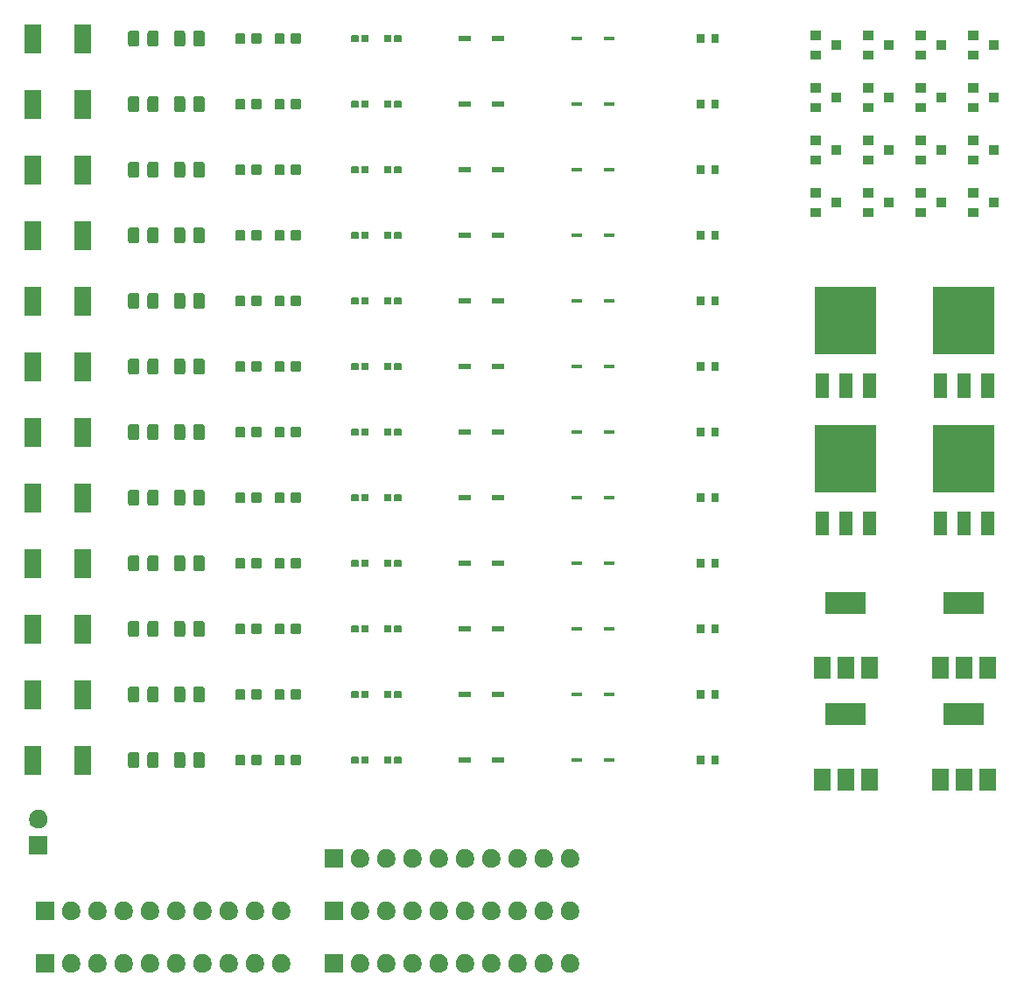
<source format=gbr>
G04 #@! TF.GenerationSoftware,KiCad,Pcbnew,(5.1.5)-3*
G04 #@! TF.CreationDate,2020-12-04T11:44:09+01:00*
G04 #@! TF.ProjectId,SolderPractice,536f6c64-6572-4507-9261-63746963652e,rev?*
G04 #@! TF.SameCoordinates,Original*
G04 #@! TF.FileFunction,Soldermask,Top*
G04 #@! TF.FilePolarity,Negative*
%FSLAX46Y46*%
G04 Gerber Fmt 4.6, Leading zero omitted, Abs format (unit mm)*
G04 Created by KiCad (PCBNEW (5.1.5)-3) date 2020-12-04 11:44:09*
%MOMM*%
%LPD*%
G04 APERTURE LIST*
%ADD10C,0.100000*%
G04 APERTURE END LIST*
D10*
G36*
X392061000Y-197116000D02*
G01*
X390259000Y-197116000D01*
X390259000Y-195314000D01*
X392061000Y-195314000D01*
X392061000Y-197116000D01*
G37*
G36*
X420001000Y-197116000D02*
G01*
X418199000Y-197116000D01*
X418199000Y-195314000D01*
X420001000Y-195314000D01*
X420001000Y-197116000D01*
G37*
G36*
X442073512Y-195318927D02*
G01*
X442222812Y-195348624D01*
X442386784Y-195416544D01*
X442534354Y-195515147D01*
X442659853Y-195640646D01*
X442758456Y-195788216D01*
X442826376Y-195952188D01*
X442861000Y-196126259D01*
X442861000Y-196303741D01*
X442826376Y-196477812D01*
X442758456Y-196641784D01*
X442659853Y-196789354D01*
X442534354Y-196914853D01*
X442386784Y-197013456D01*
X442222812Y-197081376D01*
X442073512Y-197111073D01*
X442048742Y-197116000D01*
X441871258Y-197116000D01*
X441846488Y-197111073D01*
X441697188Y-197081376D01*
X441533216Y-197013456D01*
X441385646Y-196914853D01*
X441260147Y-196789354D01*
X441161544Y-196641784D01*
X441093624Y-196477812D01*
X441059000Y-196303741D01*
X441059000Y-196126259D01*
X441093624Y-195952188D01*
X441161544Y-195788216D01*
X441260147Y-195640646D01*
X441385646Y-195515147D01*
X441533216Y-195416544D01*
X441697188Y-195348624D01*
X441846488Y-195318927D01*
X441871258Y-195314000D01*
X442048742Y-195314000D01*
X442073512Y-195318927D01*
G37*
G36*
X436993512Y-195318927D02*
G01*
X437142812Y-195348624D01*
X437306784Y-195416544D01*
X437454354Y-195515147D01*
X437579853Y-195640646D01*
X437678456Y-195788216D01*
X437746376Y-195952188D01*
X437781000Y-196126259D01*
X437781000Y-196303741D01*
X437746376Y-196477812D01*
X437678456Y-196641784D01*
X437579853Y-196789354D01*
X437454354Y-196914853D01*
X437306784Y-197013456D01*
X437142812Y-197081376D01*
X436993512Y-197111073D01*
X436968742Y-197116000D01*
X436791258Y-197116000D01*
X436766488Y-197111073D01*
X436617188Y-197081376D01*
X436453216Y-197013456D01*
X436305646Y-196914853D01*
X436180147Y-196789354D01*
X436081544Y-196641784D01*
X436013624Y-196477812D01*
X435979000Y-196303741D01*
X435979000Y-196126259D01*
X436013624Y-195952188D01*
X436081544Y-195788216D01*
X436180147Y-195640646D01*
X436305646Y-195515147D01*
X436453216Y-195416544D01*
X436617188Y-195348624D01*
X436766488Y-195318927D01*
X436791258Y-195314000D01*
X436968742Y-195314000D01*
X436993512Y-195318927D01*
G37*
G36*
X434453512Y-195318927D02*
G01*
X434602812Y-195348624D01*
X434766784Y-195416544D01*
X434914354Y-195515147D01*
X435039853Y-195640646D01*
X435138456Y-195788216D01*
X435206376Y-195952188D01*
X435241000Y-196126259D01*
X435241000Y-196303741D01*
X435206376Y-196477812D01*
X435138456Y-196641784D01*
X435039853Y-196789354D01*
X434914354Y-196914853D01*
X434766784Y-197013456D01*
X434602812Y-197081376D01*
X434453512Y-197111073D01*
X434428742Y-197116000D01*
X434251258Y-197116000D01*
X434226488Y-197111073D01*
X434077188Y-197081376D01*
X433913216Y-197013456D01*
X433765646Y-196914853D01*
X433640147Y-196789354D01*
X433541544Y-196641784D01*
X433473624Y-196477812D01*
X433439000Y-196303741D01*
X433439000Y-196126259D01*
X433473624Y-195952188D01*
X433541544Y-195788216D01*
X433640147Y-195640646D01*
X433765646Y-195515147D01*
X433913216Y-195416544D01*
X434077188Y-195348624D01*
X434226488Y-195318927D01*
X434251258Y-195314000D01*
X434428742Y-195314000D01*
X434453512Y-195318927D01*
G37*
G36*
X431913512Y-195318927D02*
G01*
X432062812Y-195348624D01*
X432226784Y-195416544D01*
X432374354Y-195515147D01*
X432499853Y-195640646D01*
X432598456Y-195788216D01*
X432666376Y-195952188D01*
X432701000Y-196126259D01*
X432701000Y-196303741D01*
X432666376Y-196477812D01*
X432598456Y-196641784D01*
X432499853Y-196789354D01*
X432374354Y-196914853D01*
X432226784Y-197013456D01*
X432062812Y-197081376D01*
X431913512Y-197111073D01*
X431888742Y-197116000D01*
X431711258Y-197116000D01*
X431686488Y-197111073D01*
X431537188Y-197081376D01*
X431373216Y-197013456D01*
X431225646Y-196914853D01*
X431100147Y-196789354D01*
X431001544Y-196641784D01*
X430933624Y-196477812D01*
X430899000Y-196303741D01*
X430899000Y-196126259D01*
X430933624Y-195952188D01*
X431001544Y-195788216D01*
X431100147Y-195640646D01*
X431225646Y-195515147D01*
X431373216Y-195416544D01*
X431537188Y-195348624D01*
X431686488Y-195318927D01*
X431711258Y-195314000D01*
X431888742Y-195314000D01*
X431913512Y-195318927D01*
G37*
G36*
X429373512Y-195318927D02*
G01*
X429522812Y-195348624D01*
X429686784Y-195416544D01*
X429834354Y-195515147D01*
X429959853Y-195640646D01*
X430058456Y-195788216D01*
X430126376Y-195952188D01*
X430161000Y-196126259D01*
X430161000Y-196303741D01*
X430126376Y-196477812D01*
X430058456Y-196641784D01*
X429959853Y-196789354D01*
X429834354Y-196914853D01*
X429686784Y-197013456D01*
X429522812Y-197081376D01*
X429373512Y-197111073D01*
X429348742Y-197116000D01*
X429171258Y-197116000D01*
X429146488Y-197111073D01*
X428997188Y-197081376D01*
X428833216Y-197013456D01*
X428685646Y-196914853D01*
X428560147Y-196789354D01*
X428461544Y-196641784D01*
X428393624Y-196477812D01*
X428359000Y-196303741D01*
X428359000Y-196126259D01*
X428393624Y-195952188D01*
X428461544Y-195788216D01*
X428560147Y-195640646D01*
X428685646Y-195515147D01*
X428833216Y-195416544D01*
X428997188Y-195348624D01*
X429146488Y-195318927D01*
X429171258Y-195314000D01*
X429348742Y-195314000D01*
X429373512Y-195318927D01*
G37*
G36*
X426833512Y-195318927D02*
G01*
X426982812Y-195348624D01*
X427146784Y-195416544D01*
X427294354Y-195515147D01*
X427419853Y-195640646D01*
X427518456Y-195788216D01*
X427586376Y-195952188D01*
X427621000Y-196126259D01*
X427621000Y-196303741D01*
X427586376Y-196477812D01*
X427518456Y-196641784D01*
X427419853Y-196789354D01*
X427294354Y-196914853D01*
X427146784Y-197013456D01*
X426982812Y-197081376D01*
X426833512Y-197111073D01*
X426808742Y-197116000D01*
X426631258Y-197116000D01*
X426606488Y-197111073D01*
X426457188Y-197081376D01*
X426293216Y-197013456D01*
X426145646Y-196914853D01*
X426020147Y-196789354D01*
X425921544Y-196641784D01*
X425853624Y-196477812D01*
X425819000Y-196303741D01*
X425819000Y-196126259D01*
X425853624Y-195952188D01*
X425921544Y-195788216D01*
X426020147Y-195640646D01*
X426145646Y-195515147D01*
X426293216Y-195416544D01*
X426457188Y-195348624D01*
X426606488Y-195318927D01*
X426631258Y-195314000D01*
X426808742Y-195314000D01*
X426833512Y-195318927D01*
G37*
G36*
X424293512Y-195318927D02*
G01*
X424442812Y-195348624D01*
X424606784Y-195416544D01*
X424754354Y-195515147D01*
X424879853Y-195640646D01*
X424978456Y-195788216D01*
X425046376Y-195952188D01*
X425081000Y-196126259D01*
X425081000Y-196303741D01*
X425046376Y-196477812D01*
X424978456Y-196641784D01*
X424879853Y-196789354D01*
X424754354Y-196914853D01*
X424606784Y-197013456D01*
X424442812Y-197081376D01*
X424293512Y-197111073D01*
X424268742Y-197116000D01*
X424091258Y-197116000D01*
X424066488Y-197111073D01*
X423917188Y-197081376D01*
X423753216Y-197013456D01*
X423605646Y-196914853D01*
X423480147Y-196789354D01*
X423381544Y-196641784D01*
X423313624Y-196477812D01*
X423279000Y-196303741D01*
X423279000Y-196126259D01*
X423313624Y-195952188D01*
X423381544Y-195788216D01*
X423480147Y-195640646D01*
X423605646Y-195515147D01*
X423753216Y-195416544D01*
X423917188Y-195348624D01*
X424066488Y-195318927D01*
X424091258Y-195314000D01*
X424268742Y-195314000D01*
X424293512Y-195318927D01*
G37*
G36*
X421753512Y-195318927D02*
G01*
X421902812Y-195348624D01*
X422066784Y-195416544D01*
X422214354Y-195515147D01*
X422339853Y-195640646D01*
X422438456Y-195788216D01*
X422506376Y-195952188D01*
X422541000Y-196126259D01*
X422541000Y-196303741D01*
X422506376Y-196477812D01*
X422438456Y-196641784D01*
X422339853Y-196789354D01*
X422214354Y-196914853D01*
X422066784Y-197013456D01*
X421902812Y-197081376D01*
X421753512Y-197111073D01*
X421728742Y-197116000D01*
X421551258Y-197116000D01*
X421526488Y-197111073D01*
X421377188Y-197081376D01*
X421213216Y-197013456D01*
X421065646Y-196914853D01*
X420940147Y-196789354D01*
X420841544Y-196641784D01*
X420773624Y-196477812D01*
X420739000Y-196303741D01*
X420739000Y-196126259D01*
X420773624Y-195952188D01*
X420841544Y-195788216D01*
X420940147Y-195640646D01*
X421065646Y-195515147D01*
X421213216Y-195416544D01*
X421377188Y-195348624D01*
X421526488Y-195318927D01*
X421551258Y-195314000D01*
X421728742Y-195314000D01*
X421753512Y-195318927D01*
G37*
G36*
X439533512Y-195318927D02*
G01*
X439682812Y-195348624D01*
X439846784Y-195416544D01*
X439994354Y-195515147D01*
X440119853Y-195640646D01*
X440218456Y-195788216D01*
X440286376Y-195952188D01*
X440321000Y-196126259D01*
X440321000Y-196303741D01*
X440286376Y-196477812D01*
X440218456Y-196641784D01*
X440119853Y-196789354D01*
X439994354Y-196914853D01*
X439846784Y-197013456D01*
X439682812Y-197081376D01*
X439533512Y-197111073D01*
X439508742Y-197116000D01*
X439331258Y-197116000D01*
X439306488Y-197111073D01*
X439157188Y-197081376D01*
X438993216Y-197013456D01*
X438845646Y-196914853D01*
X438720147Y-196789354D01*
X438621544Y-196641784D01*
X438553624Y-196477812D01*
X438519000Y-196303741D01*
X438519000Y-196126259D01*
X438553624Y-195952188D01*
X438621544Y-195788216D01*
X438720147Y-195640646D01*
X438845646Y-195515147D01*
X438993216Y-195416544D01*
X439157188Y-195348624D01*
X439306488Y-195318927D01*
X439331258Y-195314000D01*
X439508742Y-195314000D01*
X439533512Y-195318927D01*
G37*
G36*
X411593512Y-195318927D02*
G01*
X411742812Y-195348624D01*
X411906784Y-195416544D01*
X412054354Y-195515147D01*
X412179853Y-195640646D01*
X412278456Y-195788216D01*
X412346376Y-195952188D01*
X412381000Y-196126259D01*
X412381000Y-196303741D01*
X412346376Y-196477812D01*
X412278456Y-196641784D01*
X412179853Y-196789354D01*
X412054354Y-196914853D01*
X411906784Y-197013456D01*
X411742812Y-197081376D01*
X411593512Y-197111073D01*
X411568742Y-197116000D01*
X411391258Y-197116000D01*
X411366488Y-197111073D01*
X411217188Y-197081376D01*
X411053216Y-197013456D01*
X410905646Y-196914853D01*
X410780147Y-196789354D01*
X410681544Y-196641784D01*
X410613624Y-196477812D01*
X410579000Y-196303741D01*
X410579000Y-196126259D01*
X410613624Y-195952188D01*
X410681544Y-195788216D01*
X410780147Y-195640646D01*
X410905646Y-195515147D01*
X411053216Y-195416544D01*
X411217188Y-195348624D01*
X411366488Y-195318927D01*
X411391258Y-195314000D01*
X411568742Y-195314000D01*
X411593512Y-195318927D01*
G37*
G36*
X414133512Y-195318927D02*
G01*
X414282812Y-195348624D01*
X414446784Y-195416544D01*
X414594354Y-195515147D01*
X414719853Y-195640646D01*
X414818456Y-195788216D01*
X414886376Y-195952188D01*
X414921000Y-196126259D01*
X414921000Y-196303741D01*
X414886376Y-196477812D01*
X414818456Y-196641784D01*
X414719853Y-196789354D01*
X414594354Y-196914853D01*
X414446784Y-197013456D01*
X414282812Y-197081376D01*
X414133512Y-197111073D01*
X414108742Y-197116000D01*
X413931258Y-197116000D01*
X413906488Y-197111073D01*
X413757188Y-197081376D01*
X413593216Y-197013456D01*
X413445646Y-196914853D01*
X413320147Y-196789354D01*
X413221544Y-196641784D01*
X413153624Y-196477812D01*
X413119000Y-196303741D01*
X413119000Y-196126259D01*
X413153624Y-195952188D01*
X413221544Y-195788216D01*
X413320147Y-195640646D01*
X413445646Y-195515147D01*
X413593216Y-195416544D01*
X413757188Y-195348624D01*
X413906488Y-195318927D01*
X413931258Y-195314000D01*
X414108742Y-195314000D01*
X414133512Y-195318927D01*
G37*
G36*
X393813512Y-195318927D02*
G01*
X393962812Y-195348624D01*
X394126784Y-195416544D01*
X394274354Y-195515147D01*
X394399853Y-195640646D01*
X394498456Y-195788216D01*
X394566376Y-195952188D01*
X394601000Y-196126259D01*
X394601000Y-196303741D01*
X394566376Y-196477812D01*
X394498456Y-196641784D01*
X394399853Y-196789354D01*
X394274354Y-196914853D01*
X394126784Y-197013456D01*
X393962812Y-197081376D01*
X393813512Y-197111073D01*
X393788742Y-197116000D01*
X393611258Y-197116000D01*
X393586488Y-197111073D01*
X393437188Y-197081376D01*
X393273216Y-197013456D01*
X393125646Y-196914853D01*
X393000147Y-196789354D01*
X392901544Y-196641784D01*
X392833624Y-196477812D01*
X392799000Y-196303741D01*
X392799000Y-196126259D01*
X392833624Y-195952188D01*
X392901544Y-195788216D01*
X393000147Y-195640646D01*
X393125646Y-195515147D01*
X393273216Y-195416544D01*
X393437188Y-195348624D01*
X393586488Y-195318927D01*
X393611258Y-195314000D01*
X393788742Y-195314000D01*
X393813512Y-195318927D01*
G37*
G36*
X396353512Y-195318927D02*
G01*
X396502812Y-195348624D01*
X396666784Y-195416544D01*
X396814354Y-195515147D01*
X396939853Y-195640646D01*
X397038456Y-195788216D01*
X397106376Y-195952188D01*
X397141000Y-196126259D01*
X397141000Y-196303741D01*
X397106376Y-196477812D01*
X397038456Y-196641784D01*
X396939853Y-196789354D01*
X396814354Y-196914853D01*
X396666784Y-197013456D01*
X396502812Y-197081376D01*
X396353512Y-197111073D01*
X396328742Y-197116000D01*
X396151258Y-197116000D01*
X396126488Y-197111073D01*
X395977188Y-197081376D01*
X395813216Y-197013456D01*
X395665646Y-196914853D01*
X395540147Y-196789354D01*
X395441544Y-196641784D01*
X395373624Y-196477812D01*
X395339000Y-196303741D01*
X395339000Y-196126259D01*
X395373624Y-195952188D01*
X395441544Y-195788216D01*
X395540147Y-195640646D01*
X395665646Y-195515147D01*
X395813216Y-195416544D01*
X395977188Y-195348624D01*
X396126488Y-195318927D01*
X396151258Y-195314000D01*
X396328742Y-195314000D01*
X396353512Y-195318927D01*
G37*
G36*
X398893512Y-195318927D02*
G01*
X399042812Y-195348624D01*
X399206784Y-195416544D01*
X399354354Y-195515147D01*
X399479853Y-195640646D01*
X399578456Y-195788216D01*
X399646376Y-195952188D01*
X399681000Y-196126259D01*
X399681000Y-196303741D01*
X399646376Y-196477812D01*
X399578456Y-196641784D01*
X399479853Y-196789354D01*
X399354354Y-196914853D01*
X399206784Y-197013456D01*
X399042812Y-197081376D01*
X398893512Y-197111073D01*
X398868742Y-197116000D01*
X398691258Y-197116000D01*
X398666488Y-197111073D01*
X398517188Y-197081376D01*
X398353216Y-197013456D01*
X398205646Y-196914853D01*
X398080147Y-196789354D01*
X397981544Y-196641784D01*
X397913624Y-196477812D01*
X397879000Y-196303741D01*
X397879000Y-196126259D01*
X397913624Y-195952188D01*
X397981544Y-195788216D01*
X398080147Y-195640646D01*
X398205646Y-195515147D01*
X398353216Y-195416544D01*
X398517188Y-195348624D01*
X398666488Y-195318927D01*
X398691258Y-195314000D01*
X398868742Y-195314000D01*
X398893512Y-195318927D01*
G37*
G36*
X403973512Y-195318927D02*
G01*
X404122812Y-195348624D01*
X404286784Y-195416544D01*
X404434354Y-195515147D01*
X404559853Y-195640646D01*
X404658456Y-195788216D01*
X404726376Y-195952188D01*
X404761000Y-196126259D01*
X404761000Y-196303741D01*
X404726376Y-196477812D01*
X404658456Y-196641784D01*
X404559853Y-196789354D01*
X404434354Y-196914853D01*
X404286784Y-197013456D01*
X404122812Y-197081376D01*
X403973512Y-197111073D01*
X403948742Y-197116000D01*
X403771258Y-197116000D01*
X403746488Y-197111073D01*
X403597188Y-197081376D01*
X403433216Y-197013456D01*
X403285646Y-196914853D01*
X403160147Y-196789354D01*
X403061544Y-196641784D01*
X402993624Y-196477812D01*
X402959000Y-196303741D01*
X402959000Y-196126259D01*
X402993624Y-195952188D01*
X403061544Y-195788216D01*
X403160147Y-195640646D01*
X403285646Y-195515147D01*
X403433216Y-195416544D01*
X403597188Y-195348624D01*
X403746488Y-195318927D01*
X403771258Y-195314000D01*
X403948742Y-195314000D01*
X403973512Y-195318927D01*
G37*
G36*
X401433512Y-195318927D02*
G01*
X401582812Y-195348624D01*
X401746784Y-195416544D01*
X401894354Y-195515147D01*
X402019853Y-195640646D01*
X402118456Y-195788216D01*
X402186376Y-195952188D01*
X402221000Y-196126259D01*
X402221000Y-196303741D01*
X402186376Y-196477812D01*
X402118456Y-196641784D01*
X402019853Y-196789354D01*
X401894354Y-196914853D01*
X401746784Y-197013456D01*
X401582812Y-197081376D01*
X401433512Y-197111073D01*
X401408742Y-197116000D01*
X401231258Y-197116000D01*
X401206488Y-197111073D01*
X401057188Y-197081376D01*
X400893216Y-197013456D01*
X400745646Y-196914853D01*
X400620147Y-196789354D01*
X400521544Y-196641784D01*
X400453624Y-196477812D01*
X400419000Y-196303741D01*
X400419000Y-196126259D01*
X400453624Y-195952188D01*
X400521544Y-195788216D01*
X400620147Y-195640646D01*
X400745646Y-195515147D01*
X400893216Y-195416544D01*
X401057188Y-195348624D01*
X401206488Y-195318927D01*
X401231258Y-195314000D01*
X401408742Y-195314000D01*
X401433512Y-195318927D01*
G37*
G36*
X409053512Y-195318927D02*
G01*
X409202812Y-195348624D01*
X409366784Y-195416544D01*
X409514354Y-195515147D01*
X409639853Y-195640646D01*
X409738456Y-195788216D01*
X409806376Y-195952188D01*
X409841000Y-196126259D01*
X409841000Y-196303741D01*
X409806376Y-196477812D01*
X409738456Y-196641784D01*
X409639853Y-196789354D01*
X409514354Y-196914853D01*
X409366784Y-197013456D01*
X409202812Y-197081376D01*
X409053512Y-197111073D01*
X409028742Y-197116000D01*
X408851258Y-197116000D01*
X408826488Y-197111073D01*
X408677188Y-197081376D01*
X408513216Y-197013456D01*
X408365646Y-196914853D01*
X408240147Y-196789354D01*
X408141544Y-196641784D01*
X408073624Y-196477812D01*
X408039000Y-196303741D01*
X408039000Y-196126259D01*
X408073624Y-195952188D01*
X408141544Y-195788216D01*
X408240147Y-195640646D01*
X408365646Y-195515147D01*
X408513216Y-195416544D01*
X408677188Y-195348624D01*
X408826488Y-195318927D01*
X408851258Y-195314000D01*
X409028742Y-195314000D01*
X409053512Y-195318927D01*
G37*
G36*
X406513512Y-195318927D02*
G01*
X406662812Y-195348624D01*
X406826784Y-195416544D01*
X406974354Y-195515147D01*
X407099853Y-195640646D01*
X407198456Y-195788216D01*
X407266376Y-195952188D01*
X407301000Y-196126259D01*
X407301000Y-196303741D01*
X407266376Y-196477812D01*
X407198456Y-196641784D01*
X407099853Y-196789354D01*
X406974354Y-196914853D01*
X406826784Y-197013456D01*
X406662812Y-197081376D01*
X406513512Y-197111073D01*
X406488742Y-197116000D01*
X406311258Y-197116000D01*
X406286488Y-197111073D01*
X406137188Y-197081376D01*
X405973216Y-197013456D01*
X405825646Y-196914853D01*
X405700147Y-196789354D01*
X405601544Y-196641784D01*
X405533624Y-196477812D01*
X405499000Y-196303741D01*
X405499000Y-196126259D01*
X405533624Y-195952188D01*
X405601544Y-195788216D01*
X405700147Y-195640646D01*
X405825646Y-195515147D01*
X405973216Y-195416544D01*
X406137188Y-195348624D01*
X406286488Y-195318927D01*
X406311258Y-195314000D01*
X406488742Y-195314000D01*
X406513512Y-195318927D01*
G37*
G36*
X409053512Y-190238927D02*
G01*
X409202812Y-190268624D01*
X409366784Y-190336544D01*
X409514354Y-190435147D01*
X409639853Y-190560646D01*
X409738456Y-190708216D01*
X409806376Y-190872188D01*
X409841000Y-191046259D01*
X409841000Y-191223741D01*
X409806376Y-191397812D01*
X409738456Y-191561784D01*
X409639853Y-191709354D01*
X409514354Y-191834853D01*
X409366784Y-191933456D01*
X409202812Y-192001376D01*
X409053512Y-192031073D01*
X409028742Y-192036000D01*
X408851258Y-192036000D01*
X408826488Y-192031073D01*
X408677188Y-192001376D01*
X408513216Y-191933456D01*
X408365646Y-191834853D01*
X408240147Y-191709354D01*
X408141544Y-191561784D01*
X408073624Y-191397812D01*
X408039000Y-191223741D01*
X408039000Y-191046259D01*
X408073624Y-190872188D01*
X408141544Y-190708216D01*
X408240147Y-190560646D01*
X408365646Y-190435147D01*
X408513216Y-190336544D01*
X408677188Y-190268624D01*
X408826488Y-190238927D01*
X408851258Y-190234000D01*
X409028742Y-190234000D01*
X409053512Y-190238927D01*
G37*
G36*
X392061000Y-192036000D02*
G01*
X390259000Y-192036000D01*
X390259000Y-190234000D01*
X392061000Y-190234000D01*
X392061000Y-192036000D01*
G37*
G36*
X393813512Y-190238927D02*
G01*
X393962812Y-190268624D01*
X394126784Y-190336544D01*
X394274354Y-190435147D01*
X394399853Y-190560646D01*
X394498456Y-190708216D01*
X394566376Y-190872188D01*
X394601000Y-191046259D01*
X394601000Y-191223741D01*
X394566376Y-191397812D01*
X394498456Y-191561784D01*
X394399853Y-191709354D01*
X394274354Y-191834853D01*
X394126784Y-191933456D01*
X393962812Y-192001376D01*
X393813512Y-192031073D01*
X393788742Y-192036000D01*
X393611258Y-192036000D01*
X393586488Y-192031073D01*
X393437188Y-192001376D01*
X393273216Y-191933456D01*
X393125646Y-191834853D01*
X393000147Y-191709354D01*
X392901544Y-191561784D01*
X392833624Y-191397812D01*
X392799000Y-191223741D01*
X392799000Y-191046259D01*
X392833624Y-190872188D01*
X392901544Y-190708216D01*
X393000147Y-190560646D01*
X393125646Y-190435147D01*
X393273216Y-190336544D01*
X393437188Y-190268624D01*
X393586488Y-190238927D01*
X393611258Y-190234000D01*
X393788742Y-190234000D01*
X393813512Y-190238927D01*
G37*
G36*
X396353512Y-190238927D02*
G01*
X396502812Y-190268624D01*
X396666784Y-190336544D01*
X396814354Y-190435147D01*
X396939853Y-190560646D01*
X397038456Y-190708216D01*
X397106376Y-190872188D01*
X397141000Y-191046259D01*
X397141000Y-191223741D01*
X397106376Y-191397812D01*
X397038456Y-191561784D01*
X396939853Y-191709354D01*
X396814354Y-191834853D01*
X396666784Y-191933456D01*
X396502812Y-192001376D01*
X396353512Y-192031073D01*
X396328742Y-192036000D01*
X396151258Y-192036000D01*
X396126488Y-192031073D01*
X395977188Y-192001376D01*
X395813216Y-191933456D01*
X395665646Y-191834853D01*
X395540147Y-191709354D01*
X395441544Y-191561784D01*
X395373624Y-191397812D01*
X395339000Y-191223741D01*
X395339000Y-191046259D01*
X395373624Y-190872188D01*
X395441544Y-190708216D01*
X395540147Y-190560646D01*
X395665646Y-190435147D01*
X395813216Y-190336544D01*
X395977188Y-190268624D01*
X396126488Y-190238927D01*
X396151258Y-190234000D01*
X396328742Y-190234000D01*
X396353512Y-190238927D01*
G37*
G36*
X398893512Y-190238927D02*
G01*
X399042812Y-190268624D01*
X399206784Y-190336544D01*
X399354354Y-190435147D01*
X399479853Y-190560646D01*
X399578456Y-190708216D01*
X399646376Y-190872188D01*
X399681000Y-191046259D01*
X399681000Y-191223741D01*
X399646376Y-191397812D01*
X399578456Y-191561784D01*
X399479853Y-191709354D01*
X399354354Y-191834853D01*
X399206784Y-191933456D01*
X399042812Y-192001376D01*
X398893512Y-192031073D01*
X398868742Y-192036000D01*
X398691258Y-192036000D01*
X398666488Y-192031073D01*
X398517188Y-192001376D01*
X398353216Y-191933456D01*
X398205646Y-191834853D01*
X398080147Y-191709354D01*
X397981544Y-191561784D01*
X397913624Y-191397812D01*
X397879000Y-191223741D01*
X397879000Y-191046259D01*
X397913624Y-190872188D01*
X397981544Y-190708216D01*
X398080147Y-190560646D01*
X398205646Y-190435147D01*
X398353216Y-190336544D01*
X398517188Y-190268624D01*
X398666488Y-190238927D01*
X398691258Y-190234000D01*
X398868742Y-190234000D01*
X398893512Y-190238927D01*
G37*
G36*
X401433512Y-190238927D02*
G01*
X401582812Y-190268624D01*
X401746784Y-190336544D01*
X401894354Y-190435147D01*
X402019853Y-190560646D01*
X402118456Y-190708216D01*
X402186376Y-190872188D01*
X402221000Y-191046259D01*
X402221000Y-191223741D01*
X402186376Y-191397812D01*
X402118456Y-191561784D01*
X402019853Y-191709354D01*
X401894354Y-191834853D01*
X401746784Y-191933456D01*
X401582812Y-192001376D01*
X401433512Y-192031073D01*
X401408742Y-192036000D01*
X401231258Y-192036000D01*
X401206488Y-192031073D01*
X401057188Y-192001376D01*
X400893216Y-191933456D01*
X400745646Y-191834853D01*
X400620147Y-191709354D01*
X400521544Y-191561784D01*
X400453624Y-191397812D01*
X400419000Y-191223741D01*
X400419000Y-191046259D01*
X400453624Y-190872188D01*
X400521544Y-190708216D01*
X400620147Y-190560646D01*
X400745646Y-190435147D01*
X400893216Y-190336544D01*
X401057188Y-190268624D01*
X401206488Y-190238927D01*
X401231258Y-190234000D01*
X401408742Y-190234000D01*
X401433512Y-190238927D01*
G37*
G36*
X403973512Y-190238927D02*
G01*
X404122812Y-190268624D01*
X404286784Y-190336544D01*
X404434354Y-190435147D01*
X404559853Y-190560646D01*
X404658456Y-190708216D01*
X404726376Y-190872188D01*
X404761000Y-191046259D01*
X404761000Y-191223741D01*
X404726376Y-191397812D01*
X404658456Y-191561784D01*
X404559853Y-191709354D01*
X404434354Y-191834853D01*
X404286784Y-191933456D01*
X404122812Y-192001376D01*
X403973512Y-192031073D01*
X403948742Y-192036000D01*
X403771258Y-192036000D01*
X403746488Y-192031073D01*
X403597188Y-192001376D01*
X403433216Y-191933456D01*
X403285646Y-191834853D01*
X403160147Y-191709354D01*
X403061544Y-191561784D01*
X402993624Y-191397812D01*
X402959000Y-191223741D01*
X402959000Y-191046259D01*
X402993624Y-190872188D01*
X403061544Y-190708216D01*
X403160147Y-190560646D01*
X403285646Y-190435147D01*
X403433216Y-190336544D01*
X403597188Y-190268624D01*
X403746488Y-190238927D01*
X403771258Y-190234000D01*
X403948742Y-190234000D01*
X403973512Y-190238927D01*
G37*
G36*
X406513512Y-190238927D02*
G01*
X406662812Y-190268624D01*
X406826784Y-190336544D01*
X406974354Y-190435147D01*
X407099853Y-190560646D01*
X407198456Y-190708216D01*
X407266376Y-190872188D01*
X407301000Y-191046259D01*
X407301000Y-191223741D01*
X407266376Y-191397812D01*
X407198456Y-191561784D01*
X407099853Y-191709354D01*
X406974354Y-191834853D01*
X406826784Y-191933456D01*
X406662812Y-192001376D01*
X406513512Y-192031073D01*
X406488742Y-192036000D01*
X406311258Y-192036000D01*
X406286488Y-192031073D01*
X406137188Y-192001376D01*
X405973216Y-191933456D01*
X405825646Y-191834853D01*
X405700147Y-191709354D01*
X405601544Y-191561784D01*
X405533624Y-191397812D01*
X405499000Y-191223741D01*
X405499000Y-191046259D01*
X405533624Y-190872188D01*
X405601544Y-190708216D01*
X405700147Y-190560646D01*
X405825646Y-190435147D01*
X405973216Y-190336544D01*
X406137188Y-190268624D01*
X406286488Y-190238927D01*
X406311258Y-190234000D01*
X406488742Y-190234000D01*
X406513512Y-190238927D01*
G37*
G36*
X411593512Y-190238927D02*
G01*
X411742812Y-190268624D01*
X411906784Y-190336544D01*
X412054354Y-190435147D01*
X412179853Y-190560646D01*
X412278456Y-190708216D01*
X412346376Y-190872188D01*
X412381000Y-191046259D01*
X412381000Y-191223741D01*
X412346376Y-191397812D01*
X412278456Y-191561784D01*
X412179853Y-191709354D01*
X412054354Y-191834853D01*
X411906784Y-191933456D01*
X411742812Y-192001376D01*
X411593512Y-192031073D01*
X411568742Y-192036000D01*
X411391258Y-192036000D01*
X411366488Y-192031073D01*
X411217188Y-192001376D01*
X411053216Y-191933456D01*
X410905646Y-191834853D01*
X410780147Y-191709354D01*
X410681544Y-191561784D01*
X410613624Y-191397812D01*
X410579000Y-191223741D01*
X410579000Y-191046259D01*
X410613624Y-190872188D01*
X410681544Y-190708216D01*
X410780147Y-190560646D01*
X410905646Y-190435147D01*
X411053216Y-190336544D01*
X411217188Y-190268624D01*
X411366488Y-190238927D01*
X411391258Y-190234000D01*
X411568742Y-190234000D01*
X411593512Y-190238927D01*
G37*
G36*
X442073512Y-190238927D02*
G01*
X442222812Y-190268624D01*
X442386784Y-190336544D01*
X442534354Y-190435147D01*
X442659853Y-190560646D01*
X442758456Y-190708216D01*
X442826376Y-190872188D01*
X442861000Y-191046259D01*
X442861000Y-191223741D01*
X442826376Y-191397812D01*
X442758456Y-191561784D01*
X442659853Y-191709354D01*
X442534354Y-191834853D01*
X442386784Y-191933456D01*
X442222812Y-192001376D01*
X442073512Y-192031073D01*
X442048742Y-192036000D01*
X441871258Y-192036000D01*
X441846488Y-192031073D01*
X441697188Y-192001376D01*
X441533216Y-191933456D01*
X441385646Y-191834853D01*
X441260147Y-191709354D01*
X441161544Y-191561784D01*
X441093624Y-191397812D01*
X441059000Y-191223741D01*
X441059000Y-191046259D01*
X441093624Y-190872188D01*
X441161544Y-190708216D01*
X441260147Y-190560646D01*
X441385646Y-190435147D01*
X441533216Y-190336544D01*
X441697188Y-190268624D01*
X441846488Y-190238927D01*
X441871258Y-190234000D01*
X442048742Y-190234000D01*
X442073512Y-190238927D01*
G37*
G36*
X439533512Y-190238927D02*
G01*
X439682812Y-190268624D01*
X439846784Y-190336544D01*
X439994354Y-190435147D01*
X440119853Y-190560646D01*
X440218456Y-190708216D01*
X440286376Y-190872188D01*
X440321000Y-191046259D01*
X440321000Y-191223741D01*
X440286376Y-191397812D01*
X440218456Y-191561784D01*
X440119853Y-191709354D01*
X439994354Y-191834853D01*
X439846784Y-191933456D01*
X439682812Y-192001376D01*
X439533512Y-192031073D01*
X439508742Y-192036000D01*
X439331258Y-192036000D01*
X439306488Y-192031073D01*
X439157188Y-192001376D01*
X438993216Y-191933456D01*
X438845646Y-191834853D01*
X438720147Y-191709354D01*
X438621544Y-191561784D01*
X438553624Y-191397812D01*
X438519000Y-191223741D01*
X438519000Y-191046259D01*
X438553624Y-190872188D01*
X438621544Y-190708216D01*
X438720147Y-190560646D01*
X438845646Y-190435147D01*
X438993216Y-190336544D01*
X439157188Y-190268624D01*
X439306488Y-190238927D01*
X439331258Y-190234000D01*
X439508742Y-190234000D01*
X439533512Y-190238927D01*
G37*
G36*
X436993512Y-190238927D02*
G01*
X437142812Y-190268624D01*
X437306784Y-190336544D01*
X437454354Y-190435147D01*
X437579853Y-190560646D01*
X437678456Y-190708216D01*
X437746376Y-190872188D01*
X437781000Y-191046259D01*
X437781000Y-191223741D01*
X437746376Y-191397812D01*
X437678456Y-191561784D01*
X437579853Y-191709354D01*
X437454354Y-191834853D01*
X437306784Y-191933456D01*
X437142812Y-192001376D01*
X436993512Y-192031073D01*
X436968742Y-192036000D01*
X436791258Y-192036000D01*
X436766488Y-192031073D01*
X436617188Y-192001376D01*
X436453216Y-191933456D01*
X436305646Y-191834853D01*
X436180147Y-191709354D01*
X436081544Y-191561784D01*
X436013624Y-191397812D01*
X435979000Y-191223741D01*
X435979000Y-191046259D01*
X436013624Y-190872188D01*
X436081544Y-190708216D01*
X436180147Y-190560646D01*
X436305646Y-190435147D01*
X436453216Y-190336544D01*
X436617188Y-190268624D01*
X436766488Y-190238927D01*
X436791258Y-190234000D01*
X436968742Y-190234000D01*
X436993512Y-190238927D01*
G37*
G36*
X434453512Y-190238927D02*
G01*
X434602812Y-190268624D01*
X434766784Y-190336544D01*
X434914354Y-190435147D01*
X435039853Y-190560646D01*
X435138456Y-190708216D01*
X435206376Y-190872188D01*
X435241000Y-191046259D01*
X435241000Y-191223741D01*
X435206376Y-191397812D01*
X435138456Y-191561784D01*
X435039853Y-191709354D01*
X434914354Y-191834853D01*
X434766784Y-191933456D01*
X434602812Y-192001376D01*
X434453512Y-192031073D01*
X434428742Y-192036000D01*
X434251258Y-192036000D01*
X434226488Y-192031073D01*
X434077188Y-192001376D01*
X433913216Y-191933456D01*
X433765646Y-191834853D01*
X433640147Y-191709354D01*
X433541544Y-191561784D01*
X433473624Y-191397812D01*
X433439000Y-191223741D01*
X433439000Y-191046259D01*
X433473624Y-190872188D01*
X433541544Y-190708216D01*
X433640147Y-190560646D01*
X433765646Y-190435147D01*
X433913216Y-190336544D01*
X434077188Y-190268624D01*
X434226488Y-190238927D01*
X434251258Y-190234000D01*
X434428742Y-190234000D01*
X434453512Y-190238927D01*
G37*
G36*
X431913512Y-190238927D02*
G01*
X432062812Y-190268624D01*
X432226784Y-190336544D01*
X432374354Y-190435147D01*
X432499853Y-190560646D01*
X432598456Y-190708216D01*
X432666376Y-190872188D01*
X432701000Y-191046259D01*
X432701000Y-191223741D01*
X432666376Y-191397812D01*
X432598456Y-191561784D01*
X432499853Y-191709354D01*
X432374354Y-191834853D01*
X432226784Y-191933456D01*
X432062812Y-192001376D01*
X431913512Y-192031073D01*
X431888742Y-192036000D01*
X431711258Y-192036000D01*
X431686488Y-192031073D01*
X431537188Y-192001376D01*
X431373216Y-191933456D01*
X431225646Y-191834853D01*
X431100147Y-191709354D01*
X431001544Y-191561784D01*
X430933624Y-191397812D01*
X430899000Y-191223741D01*
X430899000Y-191046259D01*
X430933624Y-190872188D01*
X431001544Y-190708216D01*
X431100147Y-190560646D01*
X431225646Y-190435147D01*
X431373216Y-190336544D01*
X431537188Y-190268624D01*
X431686488Y-190238927D01*
X431711258Y-190234000D01*
X431888742Y-190234000D01*
X431913512Y-190238927D01*
G37*
G36*
X414133512Y-190238927D02*
G01*
X414282812Y-190268624D01*
X414446784Y-190336544D01*
X414594354Y-190435147D01*
X414719853Y-190560646D01*
X414818456Y-190708216D01*
X414886376Y-190872188D01*
X414921000Y-191046259D01*
X414921000Y-191223741D01*
X414886376Y-191397812D01*
X414818456Y-191561784D01*
X414719853Y-191709354D01*
X414594354Y-191834853D01*
X414446784Y-191933456D01*
X414282812Y-192001376D01*
X414133512Y-192031073D01*
X414108742Y-192036000D01*
X413931258Y-192036000D01*
X413906488Y-192031073D01*
X413757188Y-192001376D01*
X413593216Y-191933456D01*
X413445646Y-191834853D01*
X413320147Y-191709354D01*
X413221544Y-191561784D01*
X413153624Y-191397812D01*
X413119000Y-191223741D01*
X413119000Y-191046259D01*
X413153624Y-190872188D01*
X413221544Y-190708216D01*
X413320147Y-190560646D01*
X413445646Y-190435147D01*
X413593216Y-190336544D01*
X413757188Y-190268624D01*
X413906488Y-190238927D01*
X413931258Y-190234000D01*
X414108742Y-190234000D01*
X414133512Y-190238927D01*
G37*
G36*
X426833512Y-190238927D02*
G01*
X426982812Y-190268624D01*
X427146784Y-190336544D01*
X427294354Y-190435147D01*
X427419853Y-190560646D01*
X427518456Y-190708216D01*
X427586376Y-190872188D01*
X427621000Y-191046259D01*
X427621000Y-191223741D01*
X427586376Y-191397812D01*
X427518456Y-191561784D01*
X427419853Y-191709354D01*
X427294354Y-191834853D01*
X427146784Y-191933456D01*
X426982812Y-192001376D01*
X426833512Y-192031073D01*
X426808742Y-192036000D01*
X426631258Y-192036000D01*
X426606488Y-192031073D01*
X426457188Y-192001376D01*
X426293216Y-191933456D01*
X426145646Y-191834853D01*
X426020147Y-191709354D01*
X425921544Y-191561784D01*
X425853624Y-191397812D01*
X425819000Y-191223741D01*
X425819000Y-191046259D01*
X425853624Y-190872188D01*
X425921544Y-190708216D01*
X426020147Y-190560646D01*
X426145646Y-190435147D01*
X426293216Y-190336544D01*
X426457188Y-190268624D01*
X426606488Y-190238927D01*
X426631258Y-190234000D01*
X426808742Y-190234000D01*
X426833512Y-190238927D01*
G37*
G36*
X424293512Y-190238927D02*
G01*
X424442812Y-190268624D01*
X424606784Y-190336544D01*
X424754354Y-190435147D01*
X424879853Y-190560646D01*
X424978456Y-190708216D01*
X425046376Y-190872188D01*
X425081000Y-191046259D01*
X425081000Y-191223741D01*
X425046376Y-191397812D01*
X424978456Y-191561784D01*
X424879853Y-191709354D01*
X424754354Y-191834853D01*
X424606784Y-191933456D01*
X424442812Y-192001376D01*
X424293512Y-192031073D01*
X424268742Y-192036000D01*
X424091258Y-192036000D01*
X424066488Y-192031073D01*
X423917188Y-192001376D01*
X423753216Y-191933456D01*
X423605646Y-191834853D01*
X423480147Y-191709354D01*
X423381544Y-191561784D01*
X423313624Y-191397812D01*
X423279000Y-191223741D01*
X423279000Y-191046259D01*
X423313624Y-190872188D01*
X423381544Y-190708216D01*
X423480147Y-190560646D01*
X423605646Y-190435147D01*
X423753216Y-190336544D01*
X423917188Y-190268624D01*
X424066488Y-190238927D01*
X424091258Y-190234000D01*
X424268742Y-190234000D01*
X424293512Y-190238927D01*
G37*
G36*
X421753512Y-190238927D02*
G01*
X421902812Y-190268624D01*
X422066784Y-190336544D01*
X422214354Y-190435147D01*
X422339853Y-190560646D01*
X422438456Y-190708216D01*
X422506376Y-190872188D01*
X422541000Y-191046259D01*
X422541000Y-191223741D01*
X422506376Y-191397812D01*
X422438456Y-191561784D01*
X422339853Y-191709354D01*
X422214354Y-191834853D01*
X422066784Y-191933456D01*
X421902812Y-192001376D01*
X421753512Y-192031073D01*
X421728742Y-192036000D01*
X421551258Y-192036000D01*
X421526488Y-192031073D01*
X421377188Y-192001376D01*
X421213216Y-191933456D01*
X421065646Y-191834853D01*
X420940147Y-191709354D01*
X420841544Y-191561784D01*
X420773624Y-191397812D01*
X420739000Y-191223741D01*
X420739000Y-191046259D01*
X420773624Y-190872188D01*
X420841544Y-190708216D01*
X420940147Y-190560646D01*
X421065646Y-190435147D01*
X421213216Y-190336544D01*
X421377188Y-190268624D01*
X421526488Y-190238927D01*
X421551258Y-190234000D01*
X421728742Y-190234000D01*
X421753512Y-190238927D01*
G37*
G36*
X420001000Y-192036000D02*
G01*
X418199000Y-192036000D01*
X418199000Y-190234000D01*
X420001000Y-190234000D01*
X420001000Y-192036000D01*
G37*
G36*
X429373512Y-190238927D02*
G01*
X429522812Y-190268624D01*
X429686784Y-190336544D01*
X429834354Y-190435147D01*
X429959853Y-190560646D01*
X430058456Y-190708216D01*
X430126376Y-190872188D01*
X430161000Y-191046259D01*
X430161000Y-191223741D01*
X430126376Y-191397812D01*
X430058456Y-191561784D01*
X429959853Y-191709354D01*
X429834354Y-191834853D01*
X429686784Y-191933456D01*
X429522812Y-192001376D01*
X429373512Y-192031073D01*
X429348742Y-192036000D01*
X429171258Y-192036000D01*
X429146488Y-192031073D01*
X428997188Y-192001376D01*
X428833216Y-191933456D01*
X428685646Y-191834853D01*
X428560147Y-191709354D01*
X428461544Y-191561784D01*
X428393624Y-191397812D01*
X428359000Y-191223741D01*
X428359000Y-191046259D01*
X428393624Y-190872188D01*
X428461544Y-190708216D01*
X428560147Y-190560646D01*
X428685646Y-190435147D01*
X428833216Y-190336544D01*
X428997188Y-190268624D01*
X429146488Y-190238927D01*
X429171258Y-190234000D01*
X429348742Y-190234000D01*
X429373512Y-190238927D01*
G37*
G36*
X431913512Y-185158927D02*
G01*
X432062812Y-185188624D01*
X432226784Y-185256544D01*
X432374354Y-185355147D01*
X432499853Y-185480646D01*
X432598456Y-185628216D01*
X432666376Y-185792188D01*
X432701000Y-185966259D01*
X432701000Y-186143741D01*
X432666376Y-186317812D01*
X432598456Y-186481784D01*
X432499853Y-186629354D01*
X432374354Y-186754853D01*
X432226784Y-186853456D01*
X432062812Y-186921376D01*
X431913512Y-186951073D01*
X431888742Y-186956000D01*
X431711258Y-186956000D01*
X431686488Y-186951073D01*
X431537188Y-186921376D01*
X431373216Y-186853456D01*
X431225646Y-186754853D01*
X431100147Y-186629354D01*
X431001544Y-186481784D01*
X430933624Y-186317812D01*
X430899000Y-186143741D01*
X430899000Y-185966259D01*
X430933624Y-185792188D01*
X431001544Y-185628216D01*
X431100147Y-185480646D01*
X431225646Y-185355147D01*
X431373216Y-185256544D01*
X431537188Y-185188624D01*
X431686488Y-185158927D01*
X431711258Y-185154000D01*
X431888742Y-185154000D01*
X431913512Y-185158927D01*
G37*
G36*
X434453512Y-185158927D02*
G01*
X434602812Y-185188624D01*
X434766784Y-185256544D01*
X434914354Y-185355147D01*
X435039853Y-185480646D01*
X435138456Y-185628216D01*
X435206376Y-185792188D01*
X435241000Y-185966259D01*
X435241000Y-186143741D01*
X435206376Y-186317812D01*
X435138456Y-186481784D01*
X435039853Y-186629354D01*
X434914354Y-186754853D01*
X434766784Y-186853456D01*
X434602812Y-186921376D01*
X434453512Y-186951073D01*
X434428742Y-186956000D01*
X434251258Y-186956000D01*
X434226488Y-186951073D01*
X434077188Y-186921376D01*
X433913216Y-186853456D01*
X433765646Y-186754853D01*
X433640147Y-186629354D01*
X433541544Y-186481784D01*
X433473624Y-186317812D01*
X433439000Y-186143741D01*
X433439000Y-185966259D01*
X433473624Y-185792188D01*
X433541544Y-185628216D01*
X433640147Y-185480646D01*
X433765646Y-185355147D01*
X433913216Y-185256544D01*
X434077188Y-185188624D01*
X434226488Y-185158927D01*
X434251258Y-185154000D01*
X434428742Y-185154000D01*
X434453512Y-185158927D01*
G37*
G36*
X429373512Y-185158927D02*
G01*
X429522812Y-185188624D01*
X429686784Y-185256544D01*
X429834354Y-185355147D01*
X429959853Y-185480646D01*
X430058456Y-185628216D01*
X430126376Y-185792188D01*
X430161000Y-185966259D01*
X430161000Y-186143741D01*
X430126376Y-186317812D01*
X430058456Y-186481784D01*
X429959853Y-186629354D01*
X429834354Y-186754853D01*
X429686784Y-186853456D01*
X429522812Y-186921376D01*
X429373512Y-186951073D01*
X429348742Y-186956000D01*
X429171258Y-186956000D01*
X429146488Y-186951073D01*
X428997188Y-186921376D01*
X428833216Y-186853456D01*
X428685646Y-186754853D01*
X428560147Y-186629354D01*
X428461544Y-186481784D01*
X428393624Y-186317812D01*
X428359000Y-186143741D01*
X428359000Y-185966259D01*
X428393624Y-185792188D01*
X428461544Y-185628216D01*
X428560147Y-185480646D01*
X428685646Y-185355147D01*
X428833216Y-185256544D01*
X428997188Y-185188624D01*
X429146488Y-185158927D01*
X429171258Y-185154000D01*
X429348742Y-185154000D01*
X429373512Y-185158927D01*
G37*
G36*
X426833512Y-185158927D02*
G01*
X426982812Y-185188624D01*
X427146784Y-185256544D01*
X427294354Y-185355147D01*
X427419853Y-185480646D01*
X427518456Y-185628216D01*
X427586376Y-185792188D01*
X427621000Y-185966259D01*
X427621000Y-186143741D01*
X427586376Y-186317812D01*
X427518456Y-186481784D01*
X427419853Y-186629354D01*
X427294354Y-186754853D01*
X427146784Y-186853456D01*
X426982812Y-186921376D01*
X426833512Y-186951073D01*
X426808742Y-186956000D01*
X426631258Y-186956000D01*
X426606488Y-186951073D01*
X426457188Y-186921376D01*
X426293216Y-186853456D01*
X426145646Y-186754853D01*
X426020147Y-186629354D01*
X425921544Y-186481784D01*
X425853624Y-186317812D01*
X425819000Y-186143741D01*
X425819000Y-185966259D01*
X425853624Y-185792188D01*
X425921544Y-185628216D01*
X426020147Y-185480646D01*
X426145646Y-185355147D01*
X426293216Y-185256544D01*
X426457188Y-185188624D01*
X426606488Y-185158927D01*
X426631258Y-185154000D01*
X426808742Y-185154000D01*
X426833512Y-185158927D01*
G37*
G36*
X424293512Y-185158927D02*
G01*
X424442812Y-185188624D01*
X424606784Y-185256544D01*
X424754354Y-185355147D01*
X424879853Y-185480646D01*
X424978456Y-185628216D01*
X425046376Y-185792188D01*
X425081000Y-185966259D01*
X425081000Y-186143741D01*
X425046376Y-186317812D01*
X424978456Y-186481784D01*
X424879853Y-186629354D01*
X424754354Y-186754853D01*
X424606784Y-186853456D01*
X424442812Y-186921376D01*
X424293512Y-186951073D01*
X424268742Y-186956000D01*
X424091258Y-186956000D01*
X424066488Y-186951073D01*
X423917188Y-186921376D01*
X423753216Y-186853456D01*
X423605646Y-186754853D01*
X423480147Y-186629354D01*
X423381544Y-186481784D01*
X423313624Y-186317812D01*
X423279000Y-186143741D01*
X423279000Y-185966259D01*
X423313624Y-185792188D01*
X423381544Y-185628216D01*
X423480147Y-185480646D01*
X423605646Y-185355147D01*
X423753216Y-185256544D01*
X423917188Y-185188624D01*
X424066488Y-185158927D01*
X424091258Y-185154000D01*
X424268742Y-185154000D01*
X424293512Y-185158927D01*
G37*
G36*
X436993512Y-185158927D02*
G01*
X437142812Y-185188624D01*
X437306784Y-185256544D01*
X437454354Y-185355147D01*
X437579853Y-185480646D01*
X437678456Y-185628216D01*
X437746376Y-185792188D01*
X437781000Y-185966259D01*
X437781000Y-186143741D01*
X437746376Y-186317812D01*
X437678456Y-186481784D01*
X437579853Y-186629354D01*
X437454354Y-186754853D01*
X437306784Y-186853456D01*
X437142812Y-186921376D01*
X436993512Y-186951073D01*
X436968742Y-186956000D01*
X436791258Y-186956000D01*
X436766488Y-186951073D01*
X436617188Y-186921376D01*
X436453216Y-186853456D01*
X436305646Y-186754853D01*
X436180147Y-186629354D01*
X436081544Y-186481784D01*
X436013624Y-186317812D01*
X435979000Y-186143741D01*
X435979000Y-185966259D01*
X436013624Y-185792188D01*
X436081544Y-185628216D01*
X436180147Y-185480646D01*
X436305646Y-185355147D01*
X436453216Y-185256544D01*
X436617188Y-185188624D01*
X436766488Y-185158927D01*
X436791258Y-185154000D01*
X436968742Y-185154000D01*
X436993512Y-185158927D01*
G37*
G36*
X439533512Y-185158927D02*
G01*
X439682812Y-185188624D01*
X439846784Y-185256544D01*
X439994354Y-185355147D01*
X440119853Y-185480646D01*
X440218456Y-185628216D01*
X440286376Y-185792188D01*
X440321000Y-185966259D01*
X440321000Y-186143741D01*
X440286376Y-186317812D01*
X440218456Y-186481784D01*
X440119853Y-186629354D01*
X439994354Y-186754853D01*
X439846784Y-186853456D01*
X439682812Y-186921376D01*
X439533512Y-186951073D01*
X439508742Y-186956000D01*
X439331258Y-186956000D01*
X439306488Y-186951073D01*
X439157188Y-186921376D01*
X438993216Y-186853456D01*
X438845646Y-186754853D01*
X438720147Y-186629354D01*
X438621544Y-186481784D01*
X438553624Y-186317812D01*
X438519000Y-186143741D01*
X438519000Y-185966259D01*
X438553624Y-185792188D01*
X438621544Y-185628216D01*
X438720147Y-185480646D01*
X438845646Y-185355147D01*
X438993216Y-185256544D01*
X439157188Y-185188624D01*
X439306488Y-185158927D01*
X439331258Y-185154000D01*
X439508742Y-185154000D01*
X439533512Y-185158927D01*
G37*
G36*
X442073512Y-185158927D02*
G01*
X442222812Y-185188624D01*
X442386784Y-185256544D01*
X442534354Y-185355147D01*
X442659853Y-185480646D01*
X442758456Y-185628216D01*
X442826376Y-185792188D01*
X442861000Y-185966259D01*
X442861000Y-186143741D01*
X442826376Y-186317812D01*
X442758456Y-186481784D01*
X442659853Y-186629354D01*
X442534354Y-186754853D01*
X442386784Y-186853456D01*
X442222812Y-186921376D01*
X442073512Y-186951073D01*
X442048742Y-186956000D01*
X441871258Y-186956000D01*
X441846488Y-186951073D01*
X441697188Y-186921376D01*
X441533216Y-186853456D01*
X441385646Y-186754853D01*
X441260147Y-186629354D01*
X441161544Y-186481784D01*
X441093624Y-186317812D01*
X441059000Y-186143741D01*
X441059000Y-185966259D01*
X441093624Y-185792188D01*
X441161544Y-185628216D01*
X441260147Y-185480646D01*
X441385646Y-185355147D01*
X441533216Y-185256544D01*
X441697188Y-185188624D01*
X441846488Y-185158927D01*
X441871258Y-185154000D01*
X442048742Y-185154000D01*
X442073512Y-185158927D01*
G37*
G36*
X421753512Y-185158927D02*
G01*
X421902812Y-185188624D01*
X422066784Y-185256544D01*
X422214354Y-185355147D01*
X422339853Y-185480646D01*
X422438456Y-185628216D01*
X422506376Y-185792188D01*
X422541000Y-185966259D01*
X422541000Y-186143741D01*
X422506376Y-186317812D01*
X422438456Y-186481784D01*
X422339853Y-186629354D01*
X422214354Y-186754853D01*
X422066784Y-186853456D01*
X421902812Y-186921376D01*
X421753512Y-186951073D01*
X421728742Y-186956000D01*
X421551258Y-186956000D01*
X421526488Y-186951073D01*
X421377188Y-186921376D01*
X421213216Y-186853456D01*
X421065646Y-186754853D01*
X420940147Y-186629354D01*
X420841544Y-186481784D01*
X420773624Y-186317812D01*
X420739000Y-186143741D01*
X420739000Y-185966259D01*
X420773624Y-185792188D01*
X420841544Y-185628216D01*
X420940147Y-185480646D01*
X421065646Y-185355147D01*
X421213216Y-185256544D01*
X421377188Y-185188624D01*
X421526488Y-185158927D01*
X421551258Y-185154000D01*
X421728742Y-185154000D01*
X421753512Y-185158927D01*
G37*
G36*
X420001000Y-186956000D02*
G01*
X418199000Y-186956000D01*
X418199000Y-185154000D01*
X420001000Y-185154000D01*
X420001000Y-186956000D01*
G37*
G36*
X391426000Y-185686000D02*
G01*
X389624000Y-185686000D01*
X389624000Y-183884000D01*
X391426000Y-183884000D01*
X391426000Y-185686000D01*
G37*
G36*
X390638512Y-181348927D02*
G01*
X390787812Y-181378624D01*
X390951784Y-181446544D01*
X391099354Y-181545147D01*
X391224853Y-181670646D01*
X391323456Y-181818216D01*
X391391376Y-181982188D01*
X391426000Y-182156259D01*
X391426000Y-182333741D01*
X391391376Y-182507812D01*
X391323456Y-182671784D01*
X391224853Y-182819354D01*
X391099354Y-182944853D01*
X390951784Y-183043456D01*
X390787812Y-183111376D01*
X390638512Y-183141073D01*
X390613742Y-183146000D01*
X390436258Y-183146000D01*
X390411488Y-183141073D01*
X390262188Y-183111376D01*
X390098216Y-183043456D01*
X389950646Y-182944853D01*
X389825147Y-182819354D01*
X389726544Y-182671784D01*
X389658624Y-182507812D01*
X389624000Y-182333741D01*
X389624000Y-182156259D01*
X389658624Y-181982188D01*
X389726544Y-181818216D01*
X389825147Y-181670646D01*
X389950646Y-181545147D01*
X390098216Y-181446544D01*
X390262188Y-181378624D01*
X390411488Y-181348927D01*
X390436258Y-181344000D01*
X390613742Y-181344000D01*
X390638512Y-181348927D01*
G37*
G36*
X478561000Y-179461000D02*
G01*
X476959000Y-179461000D01*
X476959000Y-177359000D01*
X478561000Y-177359000D01*
X478561000Y-179461000D01*
G37*
G36*
X483161000Y-179461000D02*
G01*
X481559000Y-179461000D01*
X481559000Y-177359000D01*
X483161000Y-177359000D01*
X483161000Y-179461000D01*
G37*
G36*
X480861000Y-179461000D02*
G01*
X479259000Y-179461000D01*
X479259000Y-177359000D01*
X480861000Y-177359000D01*
X480861000Y-179461000D01*
G37*
G36*
X467131000Y-179461000D02*
G01*
X465529000Y-179461000D01*
X465529000Y-177359000D01*
X467131000Y-177359000D01*
X467131000Y-179461000D01*
G37*
G36*
X471731000Y-179461000D02*
G01*
X470129000Y-179461000D01*
X470129000Y-177359000D01*
X471731000Y-177359000D01*
X471731000Y-179461000D01*
G37*
G36*
X469431000Y-179461000D02*
G01*
X467829000Y-179461000D01*
X467829000Y-177359000D01*
X469431000Y-177359000D01*
X469431000Y-179461000D01*
G37*
G36*
X395631000Y-177931000D02*
G01*
X394029000Y-177931000D01*
X394029000Y-175129000D01*
X395631000Y-175129000D01*
X395631000Y-177931000D01*
G37*
G36*
X390831000Y-177931000D02*
G01*
X389229000Y-177931000D01*
X389229000Y-175129000D01*
X390831000Y-175129000D01*
X390831000Y-177931000D01*
G37*
G36*
X400119468Y-175783565D02*
G01*
X400158138Y-175795296D01*
X400193777Y-175814346D01*
X400225017Y-175839983D01*
X400250654Y-175871223D01*
X400269704Y-175906862D01*
X400281435Y-175945532D01*
X400286000Y-175991888D01*
X400286000Y-177068112D01*
X400281435Y-177114468D01*
X400269704Y-177153138D01*
X400250654Y-177188777D01*
X400225017Y-177220017D01*
X400193777Y-177245654D01*
X400158138Y-177264704D01*
X400119468Y-177276435D01*
X400073112Y-177281000D01*
X399421888Y-177281000D01*
X399375532Y-177276435D01*
X399336862Y-177264704D01*
X399301223Y-177245654D01*
X399269983Y-177220017D01*
X399244346Y-177188777D01*
X399225296Y-177153138D01*
X399213565Y-177114468D01*
X399209000Y-177068112D01*
X399209000Y-175991888D01*
X399213565Y-175945532D01*
X399225296Y-175906862D01*
X399244346Y-175871223D01*
X399269983Y-175839983D01*
X399301223Y-175814346D01*
X399336862Y-175795296D01*
X399375532Y-175783565D01*
X399421888Y-175779000D01*
X400073112Y-175779000D01*
X400119468Y-175783565D01*
G37*
G36*
X404564468Y-175783565D02*
G01*
X404603138Y-175795296D01*
X404638777Y-175814346D01*
X404670017Y-175839983D01*
X404695654Y-175871223D01*
X404714704Y-175906862D01*
X404726435Y-175945532D01*
X404731000Y-175991888D01*
X404731000Y-177068112D01*
X404726435Y-177114468D01*
X404714704Y-177153138D01*
X404695654Y-177188777D01*
X404670017Y-177220017D01*
X404638777Y-177245654D01*
X404603138Y-177264704D01*
X404564468Y-177276435D01*
X404518112Y-177281000D01*
X403866888Y-177281000D01*
X403820532Y-177276435D01*
X403781862Y-177264704D01*
X403746223Y-177245654D01*
X403714983Y-177220017D01*
X403689346Y-177188777D01*
X403670296Y-177153138D01*
X403658565Y-177114468D01*
X403654000Y-177068112D01*
X403654000Y-175991888D01*
X403658565Y-175945532D01*
X403670296Y-175906862D01*
X403689346Y-175871223D01*
X403714983Y-175839983D01*
X403746223Y-175814346D01*
X403781862Y-175795296D01*
X403820532Y-175783565D01*
X403866888Y-175779000D01*
X404518112Y-175779000D01*
X404564468Y-175783565D01*
G37*
G36*
X401994468Y-175783565D02*
G01*
X402033138Y-175795296D01*
X402068777Y-175814346D01*
X402100017Y-175839983D01*
X402125654Y-175871223D01*
X402144704Y-175906862D01*
X402156435Y-175945532D01*
X402161000Y-175991888D01*
X402161000Y-177068112D01*
X402156435Y-177114468D01*
X402144704Y-177153138D01*
X402125654Y-177188777D01*
X402100017Y-177220017D01*
X402068777Y-177245654D01*
X402033138Y-177264704D01*
X401994468Y-177276435D01*
X401948112Y-177281000D01*
X401296888Y-177281000D01*
X401250532Y-177276435D01*
X401211862Y-177264704D01*
X401176223Y-177245654D01*
X401144983Y-177220017D01*
X401119346Y-177188777D01*
X401100296Y-177153138D01*
X401088565Y-177114468D01*
X401084000Y-177068112D01*
X401084000Y-175991888D01*
X401088565Y-175945532D01*
X401100296Y-175906862D01*
X401119346Y-175871223D01*
X401144983Y-175839983D01*
X401176223Y-175814346D01*
X401211862Y-175795296D01*
X401250532Y-175783565D01*
X401296888Y-175779000D01*
X401948112Y-175779000D01*
X401994468Y-175783565D01*
G37*
G36*
X406439468Y-175783565D02*
G01*
X406478138Y-175795296D01*
X406513777Y-175814346D01*
X406545017Y-175839983D01*
X406570654Y-175871223D01*
X406589704Y-175906862D01*
X406601435Y-175945532D01*
X406606000Y-175991888D01*
X406606000Y-177068112D01*
X406601435Y-177114468D01*
X406589704Y-177153138D01*
X406570654Y-177188777D01*
X406545017Y-177220017D01*
X406513777Y-177245654D01*
X406478138Y-177264704D01*
X406439468Y-177276435D01*
X406393112Y-177281000D01*
X405741888Y-177281000D01*
X405695532Y-177276435D01*
X405656862Y-177264704D01*
X405621223Y-177245654D01*
X405589983Y-177220017D01*
X405564346Y-177188777D01*
X405545296Y-177153138D01*
X405533565Y-177114468D01*
X405529000Y-177068112D01*
X405529000Y-175991888D01*
X405533565Y-175945532D01*
X405545296Y-175906862D01*
X405564346Y-175871223D01*
X405589983Y-175839983D01*
X405621223Y-175814346D01*
X405656862Y-175795296D01*
X405695532Y-175783565D01*
X405741888Y-175779000D01*
X406393112Y-175779000D01*
X406439468Y-175783565D01*
G37*
G36*
X410399591Y-176008085D02*
G01*
X410433569Y-176018393D01*
X410464890Y-176035134D01*
X410492339Y-176057661D01*
X410514866Y-176085110D01*
X410531607Y-176116431D01*
X410541915Y-176150409D01*
X410546000Y-176191890D01*
X410546000Y-176868110D01*
X410541915Y-176909591D01*
X410531607Y-176943569D01*
X410514866Y-176974890D01*
X410492339Y-177002339D01*
X410464890Y-177024866D01*
X410433569Y-177041607D01*
X410399591Y-177051915D01*
X410358110Y-177056000D01*
X409756890Y-177056000D01*
X409715409Y-177051915D01*
X409681431Y-177041607D01*
X409650110Y-177024866D01*
X409622661Y-177002339D01*
X409600134Y-176974890D01*
X409583393Y-176943569D01*
X409573085Y-176909591D01*
X409569000Y-176868110D01*
X409569000Y-176191890D01*
X409573085Y-176150409D01*
X409583393Y-176116431D01*
X409600134Y-176085110D01*
X409622661Y-176057661D01*
X409650110Y-176035134D01*
X409681431Y-176018393D01*
X409715409Y-176008085D01*
X409756890Y-176004000D01*
X410358110Y-176004000D01*
X410399591Y-176008085D01*
G37*
G36*
X411974591Y-176008085D02*
G01*
X412008569Y-176018393D01*
X412039890Y-176035134D01*
X412067339Y-176057661D01*
X412089866Y-176085110D01*
X412106607Y-176116431D01*
X412116915Y-176150409D01*
X412121000Y-176191890D01*
X412121000Y-176868110D01*
X412116915Y-176909591D01*
X412106607Y-176943569D01*
X412089866Y-176974890D01*
X412067339Y-177002339D01*
X412039890Y-177024866D01*
X412008569Y-177041607D01*
X411974591Y-177051915D01*
X411933110Y-177056000D01*
X411331890Y-177056000D01*
X411290409Y-177051915D01*
X411256431Y-177041607D01*
X411225110Y-177024866D01*
X411197661Y-177002339D01*
X411175134Y-176974890D01*
X411158393Y-176943569D01*
X411148085Y-176909591D01*
X411144000Y-176868110D01*
X411144000Y-176191890D01*
X411148085Y-176150409D01*
X411158393Y-176116431D01*
X411175134Y-176085110D01*
X411197661Y-176057661D01*
X411225110Y-176035134D01*
X411256431Y-176018393D01*
X411290409Y-176008085D01*
X411331890Y-176004000D01*
X411933110Y-176004000D01*
X411974591Y-176008085D01*
G37*
G36*
X414209591Y-176008085D02*
G01*
X414243569Y-176018393D01*
X414274890Y-176035134D01*
X414302339Y-176057661D01*
X414324866Y-176085110D01*
X414341607Y-176116431D01*
X414351915Y-176150409D01*
X414356000Y-176191890D01*
X414356000Y-176868110D01*
X414351915Y-176909591D01*
X414341607Y-176943569D01*
X414324866Y-176974890D01*
X414302339Y-177002339D01*
X414274890Y-177024866D01*
X414243569Y-177041607D01*
X414209591Y-177051915D01*
X414168110Y-177056000D01*
X413566890Y-177056000D01*
X413525409Y-177051915D01*
X413491431Y-177041607D01*
X413460110Y-177024866D01*
X413432661Y-177002339D01*
X413410134Y-176974890D01*
X413393393Y-176943569D01*
X413383085Y-176909591D01*
X413379000Y-176868110D01*
X413379000Y-176191890D01*
X413383085Y-176150409D01*
X413393393Y-176116431D01*
X413410134Y-176085110D01*
X413432661Y-176057661D01*
X413460110Y-176035134D01*
X413491431Y-176018393D01*
X413525409Y-176008085D01*
X413566890Y-176004000D01*
X414168110Y-176004000D01*
X414209591Y-176008085D01*
G37*
G36*
X415784591Y-176008085D02*
G01*
X415818569Y-176018393D01*
X415849890Y-176035134D01*
X415877339Y-176057661D01*
X415899866Y-176085110D01*
X415916607Y-176116431D01*
X415926915Y-176150409D01*
X415931000Y-176191890D01*
X415931000Y-176868110D01*
X415926915Y-176909591D01*
X415916607Y-176943569D01*
X415899866Y-176974890D01*
X415877339Y-177002339D01*
X415849890Y-177024866D01*
X415818569Y-177041607D01*
X415784591Y-177051915D01*
X415743110Y-177056000D01*
X415141890Y-177056000D01*
X415100409Y-177051915D01*
X415066431Y-177041607D01*
X415035110Y-177024866D01*
X415007661Y-177002339D01*
X414985134Y-176974890D01*
X414968393Y-176943569D01*
X414958085Y-176909591D01*
X414954000Y-176868110D01*
X414954000Y-176191890D01*
X414958085Y-176150409D01*
X414968393Y-176116431D01*
X414985134Y-176085110D01*
X415007661Y-176057661D01*
X415035110Y-176035134D01*
X415066431Y-176018393D01*
X415100409Y-176008085D01*
X415141890Y-176004000D01*
X415743110Y-176004000D01*
X415784591Y-176008085D01*
G37*
G36*
X454946000Y-176931000D02*
G01*
X454244000Y-176931000D01*
X454244000Y-176129000D01*
X454946000Y-176129000D01*
X454946000Y-176931000D01*
G37*
G36*
X456346000Y-176931000D02*
G01*
X455644000Y-176931000D01*
X455644000Y-176129000D01*
X456346000Y-176129000D01*
X456346000Y-176931000D01*
G37*
G36*
X422381938Y-176161716D02*
G01*
X422402557Y-176167971D01*
X422421553Y-176178124D01*
X422438208Y-176191792D01*
X422451876Y-176208447D01*
X422462029Y-176227443D01*
X422468284Y-176248062D01*
X422471000Y-176275640D01*
X422471000Y-176784360D01*
X422468284Y-176811938D01*
X422462029Y-176832557D01*
X422451876Y-176851553D01*
X422438208Y-176868208D01*
X422421553Y-176881876D01*
X422402557Y-176892029D01*
X422381938Y-176898284D01*
X422354360Y-176901000D01*
X421895640Y-176901000D01*
X421868062Y-176898284D01*
X421847443Y-176892029D01*
X421828447Y-176881876D01*
X421811792Y-176868208D01*
X421798124Y-176851553D01*
X421787971Y-176832557D01*
X421781716Y-176811938D01*
X421779000Y-176784360D01*
X421779000Y-176275640D01*
X421781716Y-176248062D01*
X421787971Y-176227443D01*
X421798124Y-176208447D01*
X421811792Y-176191792D01*
X421828447Y-176178124D01*
X421847443Y-176167971D01*
X421868062Y-176161716D01*
X421895640Y-176159000D01*
X422354360Y-176159000D01*
X422381938Y-176161716D01*
G37*
G36*
X425556938Y-176161716D02*
G01*
X425577557Y-176167971D01*
X425596553Y-176178124D01*
X425613208Y-176191792D01*
X425626876Y-176208447D01*
X425637029Y-176227443D01*
X425643284Y-176248062D01*
X425646000Y-176275640D01*
X425646000Y-176784360D01*
X425643284Y-176811938D01*
X425637029Y-176832557D01*
X425626876Y-176851553D01*
X425613208Y-176868208D01*
X425596553Y-176881876D01*
X425577557Y-176892029D01*
X425556938Y-176898284D01*
X425529360Y-176901000D01*
X425070640Y-176901000D01*
X425043062Y-176898284D01*
X425022443Y-176892029D01*
X425003447Y-176881876D01*
X424986792Y-176868208D01*
X424973124Y-176851553D01*
X424962971Y-176832557D01*
X424956716Y-176811938D01*
X424954000Y-176784360D01*
X424954000Y-176275640D01*
X424956716Y-176248062D01*
X424962971Y-176227443D01*
X424973124Y-176208447D01*
X424986792Y-176191792D01*
X425003447Y-176178124D01*
X425022443Y-176167971D01*
X425043062Y-176161716D01*
X425070640Y-176159000D01*
X425529360Y-176159000D01*
X425556938Y-176161716D01*
G37*
G36*
X421411938Y-176161716D02*
G01*
X421432557Y-176167971D01*
X421451553Y-176178124D01*
X421468208Y-176191792D01*
X421481876Y-176208447D01*
X421492029Y-176227443D01*
X421498284Y-176248062D01*
X421501000Y-176275640D01*
X421501000Y-176784360D01*
X421498284Y-176811938D01*
X421492029Y-176832557D01*
X421481876Y-176851553D01*
X421468208Y-176868208D01*
X421451553Y-176881876D01*
X421432557Y-176892029D01*
X421411938Y-176898284D01*
X421384360Y-176901000D01*
X420925640Y-176901000D01*
X420898062Y-176898284D01*
X420877443Y-176892029D01*
X420858447Y-176881876D01*
X420841792Y-176868208D01*
X420828124Y-176851553D01*
X420817971Y-176832557D01*
X420811716Y-176811938D01*
X420809000Y-176784360D01*
X420809000Y-176275640D01*
X420811716Y-176248062D01*
X420817971Y-176227443D01*
X420828124Y-176208447D01*
X420841792Y-176191792D01*
X420858447Y-176178124D01*
X420877443Y-176167971D01*
X420898062Y-176161716D01*
X420925640Y-176159000D01*
X421384360Y-176159000D01*
X421411938Y-176161716D01*
G37*
G36*
X424586938Y-176161716D02*
G01*
X424607557Y-176167971D01*
X424626553Y-176178124D01*
X424643208Y-176191792D01*
X424656876Y-176208447D01*
X424667029Y-176227443D01*
X424673284Y-176248062D01*
X424676000Y-176275640D01*
X424676000Y-176784360D01*
X424673284Y-176811938D01*
X424667029Y-176832557D01*
X424656876Y-176851553D01*
X424643208Y-176868208D01*
X424626553Y-176881876D01*
X424607557Y-176892029D01*
X424586938Y-176898284D01*
X424559360Y-176901000D01*
X424100640Y-176901000D01*
X424073062Y-176898284D01*
X424052443Y-176892029D01*
X424033447Y-176881876D01*
X424016792Y-176868208D01*
X424003124Y-176851553D01*
X423992971Y-176832557D01*
X423986716Y-176811938D01*
X423984000Y-176784360D01*
X423984000Y-176275640D01*
X423986716Y-176248062D01*
X423992971Y-176227443D01*
X424003124Y-176208447D01*
X424016792Y-176191792D01*
X424033447Y-176178124D01*
X424052443Y-176167971D01*
X424073062Y-176161716D01*
X424100640Y-176159000D01*
X424559360Y-176159000D01*
X424586938Y-176161716D01*
G37*
G36*
X431710170Y-176280803D02*
G01*
X431721877Y-176284355D01*
X431741077Y-176294617D01*
X431763716Y-176303994D01*
X431787749Y-176308774D01*
X431812253Y-176308774D01*
X431836286Y-176303993D01*
X431858923Y-176294617D01*
X431878123Y-176284355D01*
X431889830Y-176280803D01*
X431908138Y-176279000D01*
X432331862Y-176279000D01*
X432350170Y-176280803D01*
X432361875Y-176284354D01*
X432372665Y-176290121D01*
X432382119Y-176297881D01*
X432389879Y-176307335D01*
X432395646Y-176318125D01*
X432399197Y-176329830D01*
X432401000Y-176348138D01*
X432401000Y-176711862D01*
X432399197Y-176730170D01*
X432395646Y-176741875D01*
X432389879Y-176752665D01*
X432382119Y-176762119D01*
X432372665Y-176769879D01*
X432361875Y-176775646D01*
X432350170Y-176779197D01*
X432331862Y-176781000D01*
X431908138Y-176781000D01*
X431889830Y-176779197D01*
X431878123Y-176775645D01*
X431858923Y-176765383D01*
X431836284Y-176756006D01*
X431812251Y-176751226D01*
X431787747Y-176751226D01*
X431763714Y-176756007D01*
X431741077Y-176765383D01*
X431721877Y-176775645D01*
X431710170Y-176779197D01*
X431691862Y-176781000D01*
X431268138Y-176781000D01*
X431249830Y-176779197D01*
X431238125Y-176775646D01*
X431227335Y-176769879D01*
X431217881Y-176762119D01*
X431210121Y-176752665D01*
X431204354Y-176741875D01*
X431200803Y-176730170D01*
X431199000Y-176711862D01*
X431199000Y-176348138D01*
X431200803Y-176329830D01*
X431204354Y-176318125D01*
X431210121Y-176307335D01*
X431217881Y-176297881D01*
X431227335Y-176290121D01*
X431238125Y-176284354D01*
X431249830Y-176280803D01*
X431268138Y-176279000D01*
X431691862Y-176279000D01*
X431710170Y-176280803D01*
G37*
G36*
X434885170Y-176280803D02*
G01*
X434896877Y-176284355D01*
X434916077Y-176294617D01*
X434938716Y-176303994D01*
X434962749Y-176308774D01*
X434987253Y-176308774D01*
X435011286Y-176303993D01*
X435033923Y-176294617D01*
X435053123Y-176284355D01*
X435064830Y-176280803D01*
X435083138Y-176279000D01*
X435506862Y-176279000D01*
X435525170Y-176280803D01*
X435536875Y-176284354D01*
X435547665Y-176290121D01*
X435557119Y-176297881D01*
X435564879Y-176307335D01*
X435570646Y-176318125D01*
X435574197Y-176329830D01*
X435576000Y-176348138D01*
X435576000Y-176711862D01*
X435574197Y-176730170D01*
X435570646Y-176741875D01*
X435564879Y-176752665D01*
X435557119Y-176762119D01*
X435547665Y-176769879D01*
X435536875Y-176775646D01*
X435525170Y-176779197D01*
X435506862Y-176781000D01*
X435083138Y-176781000D01*
X435064830Y-176779197D01*
X435053123Y-176775645D01*
X435033923Y-176765383D01*
X435011284Y-176756006D01*
X434987251Y-176751226D01*
X434962747Y-176751226D01*
X434938714Y-176756007D01*
X434916077Y-176765383D01*
X434896877Y-176775645D01*
X434885170Y-176779197D01*
X434866862Y-176781000D01*
X434443138Y-176781000D01*
X434424830Y-176779197D01*
X434413125Y-176775646D01*
X434402335Y-176769879D01*
X434392881Y-176762119D01*
X434385121Y-176752665D01*
X434379354Y-176741875D01*
X434375803Y-176730170D01*
X434374000Y-176711862D01*
X434374000Y-176348138D01*
X434375803Y-176329830D01*
X434379354Y-176318125D01*
X434385121Y-176307335D01*
X434392881Y-176297881D01*
X434402335Y-176290121D01*
X434413125Y-176284354D01*
X434424830Y-176280803D01*
X434443138Y-176279000D01*
X434866862Y-176279000D01*
X434885170Y-176280803D01*
G37*
G36*
X442572145Y-176330998D02*
G01*
X442582757Y-176333108D01*
X442607261Y-176333106D01*
X442617864Y-176330997D01*
X442638140Y-176329000D01*
X443051860Y-176329000D01*
X443065295Y-176330323D01*
X443072310Y-176332451D01*
X443078776Y-176335908D01*
X443084442Y-176340558D01*
X443089092Y-176346224D01*
X443092549Y-176352690D01*
X443094677Y-176359705D01*
X443096000Y-176373140D01*
X443096000Y-176686860D01*
X443094677Y-176700295D01*
X443092549Y-176707310D01*
X443089092Y-176713776D01*
X443084442Y-176719442D01*
X443078776Y-176724092D01*
X443072310Y-176727549D01*
X443065295Y-176729677D01*
X443051860Y-176731000D01*
X442638140Y-176731000D01*
X442617855Y-176729002D01*
X442607243Y-176726892D01*
X442582739Y-176726894D01*
X442572136Y-176729003D01*
X442551860Y-176731000D01*
X442138140Y-176731000D01*
X442124705Y-176729677D01*
X442117690Y-176727549D01*
X442111224Y-176724092D01*
X442105558Y-176719442D01*
X442100908Y-176713776D01*
X442097451Y-176707310D01*
X442095323Y-176700295D01*
X442094000Y-176686860D01*
X442094000Y-176373140D01*
X442095323Y-176359705D01*
X442097451Y-176352690D01*
X442100908Y-176346224D01*
X442105558Y-176340558D01*
X442111224Y-176335908D01*
X442117690Y-176332451D01*
X442124705Y-176330323D01*
X442138140Y-176329000D01*
X442551860Y-176329000D01*
X442572145Y-176330998D01*
G37*
G36*
X445747145Y-176330998D02*
G01*
X445757757Y-176333108D01*
X445782261Y-176333106D01*
X445792864Y-176330997D01*
X445813140Y-176329000D01*
X446226860Y-176329000D01*
X446240295Y-176330323D01*
X446247310Y-176332451D01*
X446253776Y-176335908D01*
X446259442Y-176340558D01*
X446264092Y-176346224D01*
X446267549Y-176352690D01*
X446269677Y-176359705D01*
X446271000Y-176373140D01*
X446271000Y-176686860D01*
X446269677Y-176700295D01*
X446267549Y-176707310D01*
X446264092Y-176713776D01*
X446259442Y-176719442D01*
X446253776Y-176724092D01*
X446247310Y-176727549D01*
X446240295Y-176729677D01*
X446226860Y-176731000D01*
X445813140Y-176731000D01*
X445792855Y-176729002D01*
X445782243Y-176726892D01*
X445757739Y-176726894D01*
X445747136Y-176729003D01*
X445726860Y-176731000D01*
X445313140Y-176731000D01*
X445299705Y-176729677D01*
X445292690Y-176727549D01*
X445286224Y-176724092D01*
X445280558Y-176719442D01*
X445275908Y-176713776D01*
X445272451Y-176707310D01*
X445270323Y-176700295D01*
X445269000Y-176686860D01*
X445269000Y-176373140D01*
X445270323Y-176359705D01*
X445272451Y-176352690D01*
X445275908Y-176346224D01*
X445280558Y-176340558D01*
X445286224Y-176335908D01*
X445292690Y-176332451D01*
X445299705Y-176330323D01*
X445313140Y-176329000D01*
X445726860Y-176329000D01*
X445747145Y-176330998D01*
G37*
G36*
X470581000Y-173161000D02*
G01*
X466679000Y-173161000D01*
X466679000Y-171059000D01*
X470581000Y-171059000D01*
X470581000Y-173161000D01*
G37*
G36*
X482011000Y-173161000D02*
G01*
X478109000Y-173161000D01*
X478109000Y-171059000D01*
X482011000Y-171059000D01*
X482011000Y-173161000D01*
G37*
G36*
X395631000Y-171581000D02*
G01*
X394029000Y-171581000D01*
X394029000Y-168779000D01*
X395631000Y-168779000D01*
X395631000Y-171581000D01*
G37*
G36*
X390831000Y-171581000D02*
G01*
X389229000Y-171581000D01*
X389229000Y-168779000D01*
X390831000Y-168779000D01*
X390831000Y-171581000D01*
G37*
G36*
X404564468Y-169433565D02*
G01*
X404603138Y-169445296D01*
X404638777Y-169464346D01*
X404670017Y-169489983D01*
X404695654Y-169521223D01*
X404714704Y-169556862D01*
X404726435Y-169595532D01*
X404731000Y-169641888D01*
X404731000Y-170718112D01*
X404726435Y-170764468D01*
X404714704Y-170803138D01*
X404695654Y-170838777D01*
X404670017Y-170870017D01*
X404638777Y-170895654D01*
X404603138Y-170914704D01*
X404564468Y-170926435D01*
X404518112Y-170931000D01*
X403866888Y-170931000D01*
X403820532Y-170926435D01*
X403781862Y-170914704D01*
X403746223Y-170895654D01*
X403714983Y-170870017D01*
X403689346Y-170838777D01*
X403670296Y-170803138D01*
X403658565Y-170764468D01*
X403654000Y-170718112D01*
X403654000Y-169641888D01*
X403658565Y-169595532D01*
X403670296Y-169556862D01*
X403689346Y-169521223D01*
X403714983Y-169489983D01*
X403746223Y-169464346D01*
X403781862Y-169445296D01*
X403820532Y-169433565D01*
X403866888Y-169429000D01*
X404518112Y-169429000D01*
X404564468Y-169433565D01*
G37*
G36*
X406439468Y-169433565D02*
G01*
X406478138Y-169445296D01*
X406513777Y-169464346D01*
X406545017Y-169489983D01*
X406570654Y-169521223D01*
X406589704Y-169556862D01*
X406601435Y-169595532D01*
X406606000Y-169641888D01*
X406606000Y-170718112D01*
X406601435Y-170764468D01*
X406589704Y-170803138D01*
X406570654Y-170838777D01*
X406545017Y-170870017D01*
X406513777Y-170895654D01*
X406478138Y-170914704D01*
X406439468Y-170926435D01*
X406393112Y-170931000D01*
X405741888Y-170931000D01*
X405695532Y-170926435D01*
X405656862Y-170914704D01*
X405621223Y-170895654D01*
X405589983Y-170870017D01*
X405564346Y-170838777D01*
X405545296Y-170803138D01*
X405533565Y-170764468D01*
X405529000Y-170718112D01*
X405529000Y-169641888D01*
X405533565Y-169595532D01*
X405545296Y-169556862D01*
X405564346Y-169521223D01*
X405589983Y-169489983D01*
X405621223Y-169464346D01*
X405656862Y-169445296D01*
X405695532Y-169433565D01*
X405741888Y-169429000D01*
X406393112Y-169429000D01*
X406439468Y-169433565D01*
G37*
G36*
X401994468Y-169433565D02*
G01*
X402033138Y-169445296D01*
X402068777Y-169464346D01*
X402100017Y-169489983D01*
X402125654Y-169521223D01*
X402144704Y-169556862D01*
X402156435Y-169595532D01*
X402161000Y-169641888D01*
X402161000Y-170718112D01*
X402156435Y-170764468D01*
X402144704Y-170803138D01*
X402125654Y-170838777D01*
X402100017Y-170870017D01*
X402068777Y-170895654D01*
X402033138Y-170914704D01*
X401994468Y-170926435D01*
X401948112Y-170931000D01*
X401296888Y-170931000D01*
X401250532Y-170926435D01*
X401211862Y-170914704D01*
X401176223Y-170895654D01*
X401144983Y-170870017D01*
X401119346Y-170838777D01*
X401100296Y-170803138D01*
X401088565Y-170764468D01*
X401084000Y-170718112D01*
X401084000Y-169641888D01*
X401088565Y-169595532D01*
X401100296Y-169556862D01*
X401119346Y-169521223D01*
X401144983Y-169489983D01*
X401176223Y-169464346D01*
X401211862Y-169445296D01*
X401250532Y-169433565D01*
X401296888Y-169429000D01*
X401948112Y-169429000D01*
X401994468Y-169433565D01*
G37*
G36*
X400119468Y-169433565D02*
G01*
X400158138Y-169445296D01*
X400193777Y-169464346D01*
X400225017Y-169489983D01*
X400250654Y-169521223D01*
X400269704Y-169556862D01*
X400281435Y-169595532D01*
X400286000Y-169641888D01*
X400286000Y-170718112D01*
X400281435Y-170764468D01*
X400269704Y-170803138D01*
X400250654Y-170838777D01*
X400225017Y-170870017D01*
X400193777Y-170895654D01*
X400158138Y-170914704D01*
X400119468Y-170926435D01*
X400073112Y-170931000D01*
X399421888Y-170931000D01*
X399375532Y-170926435D01*
X399336862Y-170914704D01*
X399301223Y-170895654D01*
X399269983Y-170870017D01*
X399244346Y-170838777D01*
X399225296Y-170803138D01*
X399213565Y-170764468D01*
X399209000Y-170718112D01*
X399209000Y-169641888D01*
X399213565Y-169595532D01*
X399225296Y-169556862D01*
X399244346Y-169521223D01*
X399269983Y-169489983D01*
X399301223Y-169464346D01*
X399336862Y-169445296D01*
X399375532Y-169433565D01*
X399421888Y-169429000D01*
X400073112Y-169429000D01*
X400119468Y-169433565D01*
G37*
G36*
X410399591Y-169658085D02*
G01*
X410433569Y-169668393D01*
X410464890Y-169685134D01*
X410492339Y-169707661D01*
X410514866Y-169735110D01*
X410531607Y-169766431D01*
X410541915Y-169800409D01*
X410546000Y-169841890D01*
X410546000Y-170518110D01*
X410541915Y-170559591D01*
X410531607Y-170593569D01*
X410514866Y-170624890D01*
X410492339Y-170652339D01*
X410464890Y-170674866D01*
X410433569Y-170691607D01*
X410399591Y-170701915D01*
X410358110Y-170706000D01*
X409756890Y-170706000D01*
X409715409Y-170701915D01*
X409681431Y-170691607D01*
X409650110Y-170674866D01*
X409622661Y-170652339D01*
X409600134Y-170624890D01*
X409583393Y-170593569D01*
X409573085Y-170559591D01*
X409569000Y-170518110D01*
X409569000Y-169841890D01*
X409573085Y-169800409D01*
X409583393Y-169766431D01*
X409600134Y-169735110D01*
X409622661Y-169707661D01*
X409650110Y-169685134D01*
X409681431Y-169668393D01*
X409715409Y-169658085D01*
X409756890Y-169654000D01*
X410358110Y-169654000D01*
X410399591Y-169658085D01*
G37*
G36*
X411974591Y-169658085D02*
G01*
X412008569Y-169668393D01*
X412039890Y-169685134D01*
X412067339Y-169707661D01*
X412089866Y-169735110D01*
X412106607Y-169766431D01*
X412116915Y-169800409D01*
X412121000Y-169841890D01*
X412121000Y-170518110D01*
X412116915Y-170559591D01*
X412106607Y-170593569D01*
X412089866Y-170624890D01*
X412067339Y-170652339D01*
X412039890Y-170674866D01*
X412008569Y-170691607D01*
X411974591Y-170701915D01*
X411933110Y-170706000D01*
X411331890Y-170706000D01*
X411290409Y-170701915D01*
X411256431Y-170691607D01*
X411225110Y-170674866D01*
X411197661Y-170652339D01*
X411175134Y-170624890D01*
X411158393Y-170593569D01*
X411148085Y-170559591D01*
X411144000Y-170518110D01*
X411144000Y-169841890D01*
X411148085Y-169800409D01*
X411158393Y-169766431D01*
X411175134Y-169735110D01*
X411197661Y-169707661D01*
X411225110Y-169685134D01*
X411256431Y-169668393D01*
X411290409Y-169658085D01*
X411331890Y-169654000D01*
X411933110Y-169654000D01*
X411974591Y-169658085D01*
G37*
G36*
X415784591Y-169658085D02*
G01*
X415818569Y-169668393D01*
X415849890Y-169685134D01*
X415877339Y-169707661D01*
X415899866Y-169735110D01*
X415916607Y-169766431D01*
X415926915Y-169800409D01*
X415931000Y-169841890D01*
X415931000Y-170518110D01*
X415926915Y-170559591D01*
X415916607Y-170593569D01*
X415899866Y-170624890D01*
X415877339Y-170652339D01*
X415849890Y-170674866D01*
X415818569Y-170691607D01*
X415784591Y-170701915D01*
X415743110Y-170706000D01*
X415141890Y-170706000D01*
X415100409Y-170701915D01*
X415066431Y-170691607D01*
X415035110Y-170674866D01*
X415007661Y-170652339D01*
X414985134Y-170624890D01*
X414968393Y-170593569D01*
X414958085Y-170559591D01*
X414954000Y-170518110D01*
X414954000Y-169841890D01*
X414958085Y-169800409D01*
X414968393Y-169766431D01*
X414985134Y-169735110D01*
X415007661Y-169707661D01*
X415035110Y-169685134D01*
X415066431Y-169668393D01*
X415100409Y-169658085D01*
X415141890Y-169654000D01*
X415743110Y-169654000D01*
X415784591Y-169658085D01*
G37*
G36*
X414209591Y-169658085D02*
G01*
X414243569Y-169668393D01*
X414274890Y-169685134D01*
X414302339Y-169707661D01*
X414324866Y-169735110D01*
X414341607Y-169766431D01*
X414351915Y-169800409D01*
X414356000Y-169841890D01*
X414356000Y-170518110D01*
X414351915Y-170559591D01*
X414341607Y-170593569D01*
X414324866Y-170624890D01*
X414302339Y-170652339D01*
X414274890Y-170674866D01*
X414243569Y-170691607D01*
X414209591Y-170701915D01*
X414168110Y-170706000D01*
X413566890Y-170706000D01*
X413525409Y-170701915D01*
X413491431Y-170691607D01*
X413460110Y-170674866D01*
X413432661Y-170652339D01*
X413410134Y-170624890D01*
X413393393Y-170593569D01*
X413383085Y-170559591D01*
X413379000Y-170518110D01*
X413379000Y-169841890D01*
X413383085Y-169800409D01*
X413393393Y-169766431D01*
X413410134Y-169735110D01*
X413432661Y-169707661D01*
X413460110Y-169685134D01*
X413491431Y-169668393D01*
X413525409Y-169658085D01*
X413566890Y-169654000D01*
X414168110Y-169654000D01*
X414209591Y-169658085D01*
G37*
G36*
X454946000Y-170581000D02*
G01*
X454244000Y-170581000D01*
X454244000Y-169779000D01*
X454946000Y-169779000D01*
X454946000Y-170581000D01*
G37*
G36*
X456346000Y-170581000D02*
G01*
X455644000Y-170581000D01*
X455644000Y-169779000D01*
X456346000Y-169779000D01*
X456346000Y-170581000D01*
G37*
G36*
X421411938Y-169811716D02*
G01*
X421432557Y-169817971D01*
X421451553Y-169828124D01*
X421468208Y-169841792D01*
X421481876Y-169858447D01*
X421492029Y-169877443D01*
X421498284Y-169898062D01*
X421501000Y-169925640D01*
X421501000Y-170434360D01*
X421498284Y-170461938D01*
X421492029Y-170482557D01*
X421481876Y-170501553D01*
X421468208Y-170518208D01*
X421451553Y-170531876D01*
X421432557Y-170542029D01*
X421411938Y-170548284D01*
X421384360Y-170551000D01*
X420925640Y-170551000D01*
X420898062Y-170548284D01*
X420877443Y-170542029D01*
X420858447Y-170531876D01*
X420841792Y-170518208D01*
X420828124Y-170501553D01*
X420817971Y-170482557D01*
X420811716Y-170461938D01*
X420809000Y-170434360D01*
X420809000Y-169925640D01*
X420811716Y-169898062D01*
X420817971Y-169877443D01*
X420828124Y-169858447D01*
X420841792Y-169841792D01*
X420858447Y-169828124D01*
X420877443Y-169817971D01*
X420898062Y-169811716D01*
X420925640Y-169809000D01*
X421384360Y-169809000D01*
X421411938Y-169811716D01*
G37*
G36*
X422381938Y-169811716D02*
G01*
X422402557Y-169817971D01*
X422421553Y-169828124D01*
X422438208Y-169841792D01*
X422451876Y-169858447D01*
X422462029Y-169877443D01*
X422468284Y-169898062D01*
X422471000Y-169925640D01*
X422471000Y-170434360D01*
X422468284Y-170461938D01*
X422462029Y-170482557D01*
X422451876Y-170501553D01*
X422438208Y-170518208D01*
X422421553Y-170531876D01*
X422402557Y-170542029D01*
X422381938Y-170548284D01*
X422354360Y-170551000D01*
X421895640Y-170551000D01*
X421868062Y-170548284D01*
X421847443Y-170542029D01*
X421828447Y-170531876D01*
X421811792Y-170518208D01*
X421798124Y-170501553D01*
X421787971Y-170482557D01*
X421781716Y-170461938D01*
X421779000Y-170434360D01*
X421779000Y-169925640D01*
X421781716Y-169898062D01*
X421787971Y-169877443D01*
X421798124Y-169858447D01*
X421811792Y-169841792D01*
X421828447Y-169828124D01*
X421847443Y-169817971D01*
X421868062Y-169811716D01*
X421895640Y-169809000D01*
X422354360Y-169809000D01*
X422381938Y-169811716D01*
G37*
G36*
X424586938Y-169811716D02*
G01*
X424607557Y-169817971D01*
X424626553Y-169828124D01*
X424643208Y-169841792D01*
X424656876Y-169858447D01*
X424667029Y-169877443D01*
X424673284Y-169898062D01*
X424676000Y-169925640D01*
X424676000Y-170434360D01*
X424673284Y-170461938D01*
X424667029Y-170482557D01*
X424656876Y-170501553D01*
X424643208Y-170518208D01*
X424626553Y-170531876D01*
X424607557Y-170542029D01*
X424586938Y-170548284D01*
X424559360Y-170551000D01*
X424100640Y-170551000D01*
X424073062Y-170548284D01*
X424052443Y-170542029D01*
X424033447Y-170531876D01*
X424016792Y-170518208D01*
X424003124Y-170501553D01*
X423992971Y-170482557D01*
X423986716Y-170461938D01*
X423984000Y-170434360D01*
X423984000Y-169925640D01*
X423986716Y-169898062D01*
X423992971Y-169877443D01*
X424003124Y-169858447D01*
X424016792Y-169841792D01*
X424033447Y-169828124D01*
X424052443Y-169817971D01*
X424073062Y-169811716D01*
X424100640Y-169809000D01*
X424559360Y-169809000D01*
X424586938Y-169811716D01*
G37*
G36*
X425556938Y-169811716D02*
G01*
X425577557Y-169817971D01*
X425596553Y-169828124D01*
X425613208Y-169841792D01*
X425626876Y-169858447D01*
X425637029Y-169877443D01*
X425643284Y-169898062D01*
X425646000Y-169925640D01*
X425646000Y-170434360D01*
X425643284Y-170461938D01*
X425637029Y-170482557D01*
X425626876Y-170501553D01*
X425613208Y-170518208D01*
X425596553Y-170531876D01*
X425577557Y-170542029D01*
X425556938Y-170548284D01*
X425529360Y-170551000D01*
X425070640Y-170551000D01*
X425043062Y-170548284D01*
X425022443Y-170542029D01*
X425003447Y-170531876D01*
X424986792Y-170518208D01*
X424973124Y-170501553D01*
X424962971Y-170482557D01*
X424956716Y-170461938D01*
X424954000Y-170434360D01*
X424954000Y-169925640D01*
X424956716Y-169898062D01*
X424962971Y-169877443D01*
X424973124Y-169858447D01*
X424986792Y-169841792D01*
X425003447Y-169828124D01*
X425022443Y-169817971D01*
X425043062Y-169811716D01*
X425070640Y-169809000D01*
X425529360Y-169809000D01*
X425556938Y-169811716D01*
G37*
G36*
X431710170Y-169930803D02*
G01*
X431721877Y-169934355D01*
X431741077Y-169944617D01*
X431763716Y-169953994D01*
X431787749Y-169958774D01*
X431812253Y-169958774D01*
X431836286Y-169953993D01*
X431858923Y-169944617D01*
X431878123Y-169934355D01*
X431889830Y-169930803D01*
X431908138Y-169929000D01*
X432331862Y-169929000D01*
X432350170Y-169930803D01*
X432361875Y-169934354D01*
X432372665Y-169940121D01*
X432382119Y-169947881D01*
X432389879Y-169957335D01*
X432395646Y-169968125D01*
X432399197Y-169979830D01*
X432401000Y-169998138D01*
X432401000Y-170361862D01*
X432399197Y-170380170D01*
X432395646Y-170391875D01*
X432389879Y-170402665D01*
X432382119Y-170412119D01*
X432372665Y-170419879D01*
X432361875Y-170425646D01*
X432350170Y-170429197D01*
X432331862Y-170431000D01*
X431908138Y-170431000D01*
X431889830Y-170429197D01*
X431878123Y-170425645D01*
X431858923Y-170415383D01*
X431836284Y-170406006D01*
X431812251Y-170401226D01*
X431787747Y-170401226D01*
X431763714Y-170406007D01*
X431741077Y-170415383D01*
X431721877Y-170425645D01*
X431710170Y-170429197D01*
X431691862Y-170431000D01*
X431268138Y-170431000D01*
X431249830Y-170429197D01*
X431238125Y-170425646D01*
X431227335Y-170419879D01*
X431217881Y-170412119D01*
X431210121Y-170402665D01*
X431204354Y-170391875D01*
X431200803Y-170380170D01*
X431199000Y-170361862D01*
X431199000Y-169998138D01*
X431200803Y-169979830D01*
X431204354Y-169968125D01*
X431210121Y-169957335D01*
X431217881Y-169947881D01*
X431227335Y-169940121D01*
X431238125Y-169934354D01*
X431249830Y-169930803D01*
X431268138Y-169929000D01*
X431691862Y-169929000D01*
X431710170Y-169930803D01*
G37*
G36*
X434885170Y-169930803D02*
G01*
X434896877Y-169934355D01*
X434916077Y-169944617D01*
X434938716Y-169953994D01*
X434962749Y-169958774D01*
X434987253Y-169958774D01*
X435011286Y-169953993D01*
X435033923Y-169944617D01*
X435053123Y-169934355D01*
X435064830Y-169930803D01*
X435083138Y-169929000D01*
X435506862Y-169929000D01*
X435525170Y-169930803D01*
X435536875Y-169934354D01*
X435547665Y-169940121D01*
X435557119Y-169947881D01*
X435564879Y-169957335D01*
X435570646Y-169968125D01*
X435574197Y-169979830D01*
X435576000Y-169998138D01*
X435576000Y-170361862D01*
X435574197Y-170380170D01*
X435570646Y-170391875D01*
X435564879Y-170402665D01*
X435557119Y-170412119D01*
X435547665Y-170419879D01*
X435536875Y-170425646D01*
X435525170Y-170429197D01*
X435506862Y-170431000D01*
X435083138Y-170431000D01*
X435064830Y-170429197D01*
X435053123Y-170425645D01*
X435033923Y-170415383D01*
X435011284Y-170406006D01*
X434987251Y-170401226D01*
X434962747Y-170401226D01*
X434938714Y-170406007D01*
X434916077Y-170415383D01*
X434896877Y-170425645D01*
X434885170Y-170429197D01*
X434866862Y-170431000D01*
X434443138Y-170431000D01*
X434424830Y-170429197D01*
X434413125Y-170425646D01*
X434402335Y-170419879D01*
X434392881Y-170412119D01*
X434385121Y-170402665D01*
X434379354Y-170391875D01*
X434375803Y-170380170D01*
X434374000Y-170361862D01*
X434374000Y-169998138D01*
X434375803Y-169979830D01*
X434379354Y-169968125D01*
X434385121Y-169957335D01*
X434392881Y-169947881D01*
X434402335Y-169940121D01*
X434413125Y-169934354D01*
X434424830Y-169930803D01*
X434443138Y-169929000D01*
X434866862Y-169929000D01*
X434885170Y-169930803D01*
G37*
G36*
X442572145Y-169980998D02*
G01*
X442582757Y-169983108D01*
X442607261Y-169983106D01*
X442617864Y-169980997D01*
X442638140Y-169979000D01*
X443051860Y-169979000D01*
X443065295Y-169980323D01*
X443072310Y-169982451D01*
X443078776Y-169985908D01*
X443084442Y-169990558D01*
X443089092Y-169996224D01*
X443092549Y-170002690D01*
X443094677Y-170009705D01*
X443096000Y-170023140D01*
X443096000Y-170336860D01*
X443094677Y-170350295D01*
X443092549Y-170357310D01*
X443089092Y-170363776D01*
X443084442Y-170369442D01*
X443078776Y-170374092D01*
X443072310Y-170377549D01*
X443065295Y-170379677D01*
X443051860Y-170381000D01*
X442638140Y-170381000D01*
X442617855Y-170379002D01*
X442607243Y-170376892D01*
X442582739Y-170376894D01*
X442572136Y-170379003D01*
X442551860Y-170381000D01*
X442138140Y-170381000D01*
X442124705Y-170379677D01*
X442117690Y-170377549D01*
X442111224Y-170374092D01*
X442105558Y-170369442D01*
X442100908Y-170363776D01*
X442097451Y-170357310D01*
X442095323Y-170350295D01*
X442094000Y-170336860D01*
X442094000Y-170023140D01*
X442095323Y-170009705D01*
X442097451Y-170002690D01*
X442100908Y-169996224D01*
X442105558Y-169990558D01*
X442111224Y-169985908D01*
X442117690Y-169982451D01*
X442124705Y-169980323D01*
X442138140Y-169979000D01*
X442551860Y-169979000D01*
X442572145Y-169980998D01*
G37*
G36*
X445747145Y-169980998D02*
G01*
X445757757Y-169983108D01*
X445782261Y-169983106D01*
X445792864Y-169980997D01*
X445813140Y-169979000D01*
X446226860Y-169979000D01*
X446240295Y-169980323D01*
X446247310Y-169982451D01*
X446253776Y-169985908D01*
X446259442Y-169990558D01*
X446264092Y-169996224D01*
X446267549Y-170002690D01*
X446269677Y-170009705D01*
X446271000Y-170023140D01*
X446271000Y-170336860D01*
X446269677Y-170350295D01*
X446267549Y-170357310D01*
X446264092Y-170363776D01*
X446259442Y-170369442D01*
X446253776Y-170374092D01*
X446247310Y-170377549D01*
X446240295Y-170379677D01*
X446226860Y-170381000D01*
X445813140Y-170381000D01*
X445792855Y-170379002D01*
X445782243Y-170376892D01*
X445757739Y-170376894D01*
X445747136Y-170379003D01*
X445726860Y-170381000D01*
X445313140Y-170381000D01*
X445299705Y-170379677D01*
X445292690Y-170377549D01*
X445286224Y-170374092D01*
X445280558Y-170369442D01*
X445275908Y-170363776D01*
X445272451Y-170357310D01*
X445270323Y-170350295D01*
X445269000Y-170336860D01*
X445269000Y-170023140D01*
X445270323Y-170009705D01*
X445272451Y-170002690D01*
X445275908Y-169996224D01*
X445280558Y-169990558D01*
X445286224Y-169985908D01*
X445292690Y-169982451D01*
X445299705Y-169980323D01*
X445313140Y-169979000D01*
X445726860Y-169979000D01*
X445747145Y-169980998D01*
G37*
G36*
X471731000Y-168666000D02*
G01*
X470129000Y-168666000D01*
X470129000Y-166564000D01*
X471731000Y-166564000D01*
X471731000Y-168666000D01*
G37*
G36*
X469431000Y-168666000D02*
G01*
X467829000Y-168666000D01*
X467829000Y-166564000D01*
X469431000Y-166564000D01*
X469431000Y-168666000D01*
G37*
G36*
X467131000Y-168666000D02*
G01*
X465529000Y-168666000D01*
X465529000Y-166564000D01*
X467131000Y-166564000D01*
X467131000Y-168666000D01*
G37*
G36*
X480861000Y-168666000D02*
G01*
X479259000Y-168666000D01*
X479259000Y-166564000D01*
X480861000Y-166564000D01*
X480861000Y-168666000D01*
G37*
G36*
X483161000Y-168666000D02*
G01*
X481559000Y-168666000D01*
X481559000Y-166564000D01*
X483161000Y-166564000D01*
X483161000Y-168666000D01*
G37*
G36*
X478561000Y-168666000D02*
G01*
X476959000Y-168666000D01*
X476959000Y-166564000D01*
X478561000Y-166564000D01*
X478561000Y-168666000D01*
G37*
G36*
X390831000Y-165231000D02*
G01*
X389229000Y-165231000D01*
X389229000Y-162429000D01*
X390831000Y-162429000D01*
X390831000Y-165231000D01*
G37*
G36*
X395631000Y-165231000D02*
G01*
X394029000Y-165231000D01*
X394029000Y-162429000D01*
X395631000Y-162429000D01*
X395631000Y-165231000D01*
G37*
G36*
X404564468Y-163083565D02*
G01*
X404603138Y-163095296D01*
X404638777Y-163114346D01*
X404670017Y-163139983D01*
X404695654Y-163171223D01*
X404714704Y-163206862D01*
X404726435Y-163245532D01*
X404731000Y-163291888D01*
X404731000Y-164368112D01*
X404726435Y-164414468D01*
X404714704Y-164453138D01*
X404695654Y-164488777D01*
X404670017Y-164520017D01*
X404638777Y-164545654D01*
X404603138Y-164564704D01*
X404564468Y-164576435D01*
X404518112Y-164581000D01*
X403866888Y-164581000D01*
X403820532Y-164576435D01*
X403781862Y-164564704D01*
X403746223Y-164545654D01*
X403714983Y-164520017D01*
X403689346Y-164488777D01*
X403670296Y-164453138D01*
X403658565Y-164414468D01*
X403654000Y-164368112D01*
X403654000Y-163291888D01*
X403658565Y-163245532D01*
X403670296Y-163206862D01*
X403689346Y-163171223D01*
X403714983Y-163139983D01*
X403746223Y-163114346D01*
X403781862Y-163095296D01*
X403820532Y-163083565D01*
X403866888Y-163079000D01*
X404518112Y-163079000D01*
X404564468Y-163083565D01*
G37*
G36*
X406439468Y-163083565D02*
G01*
X406478138Y-163095296D01*
X406513777Y-163114346D01*
X406545017Y-163139983D01*
X406570654Y-163171223D01*
X406589704Y-163206862D01*
X406601435Y-163245532D01*
X406606000Y-163291888D01*
X406606000Y-164368112D01*
X406601435Y-164414468D01*
X406589704Y-164453138D01*
X406570654Y-164488777D01*
X406545017Y-164520017D01*
X406513777Y-164545654D01*
X406478138Y-164564704D01*
X406439468Y-164576435D01*
X406393112Y-164581000D01*
X405741888Y-164581000D01*
X405695532Y-164576435D01*
X405656862Y-164564704D01*
X405621223Y-164545654D01*
X405589983Y-164520017D01*
X405564346Y-164488777D01*
X405545296Y-164453138D01*
X405533565Y-164414468D01*
X405529000Y-164368112D01*
X405529000Y-163291888D01*
X405533565Y-163245532D01*
X405545296Y-163206862D01*
X405564346Y-163171223D01*
X405589983Y-163139983D01*
X405621223Y-163114346D01*
X405656862Y-163095296D01*
X405695532Y-163083565D01*
X405741888Y-163079000D01*
X406393112Y-163079000D01*
X406439468Y-163083565D01*
G37*
G36*
X400119468Y-163083565D02*
G01*
X400158138Y-163095296D01*
X400193777Y-163114346D01*
X400225017Y-163139983D01*
X400250654Y-163171223D01*
X400269704Y-163206862D01*
X400281435Y-163245532D01*
X400286000Y-163291888D01*
X400286000Y-164368112D01*
X400281435Y-164414468D01*
X400269704Y-164453138D01*
X400250654Y-164488777D01*
X400225017Y-164520017D01*
X400193777Y-164545654D01*
X400158138Y-164564704D01*
X400119468Y-164576435D01*
X400073112Y-164581000D01*
X399421888Y-164581000D01*
X399375532Y-164576435D01*
X399336862Y-164564704D01*
X399301223Y-164545654D01*
X399269983Y-164520017D01*
X399244346Y-164488777D01*
X399225296Y-164453138D01*
X399213565Y-164414468D01*
X399209000Y-164368112D01*
X399209000Y-163291888D01*
X399213565Y-163245532D01*
X399225296Y-163206862D01*
X399244346Y-163171223D01*
X399269983Y-163139983D01*
X399301223Y-163114346D01*
X399336862Y-163095296D01*
X399375532Y-163083565D01*
X399421888Y-163079000D01*
X400073112Y-163079000D01*
X400119468Y-163083565D01*
G37*
G36*
X401994468Y-163083565D02*
G01*
X402033138Y-163095296D01*
X402068777Y-163114346D01*
X402100017Y-163139983D01*
X402125654Y-163171223D01*
X402144704Y-163206862D01*
X402156435Y-163245532D01*
X402161000Y-163291888D01*
X402161000Y-164368112D01*
X402156435Y-164414468D01*
X402144704Y-164453138D01*
X402125654Y-164488777D01*
X402100017Y-164520017D01*
X402068777Y-164545654D01*
X402033138Y-164564704D01*
X401994468Y-164576435D01*
X401948112Y-164581000D01*
X401296888Y-164581000D01*
X401250532Y-164576435D01*
X401211862Y-164564704D01*
X401176223Y-164545654D01*
X401144983Y-164520017D01*
X401119346Y-164488777D01*
X401100296Y-164453138D01*
X401088565Y-164414468D01*
X401084000Y-164368112D01*
X401084000Y-163291888D01*
X401088565Y-163245532D01*
X401100296Y-163206862D01*
X401119346Y-163171223D01*
X401144983Y-163139983D01*
X401176223Y-163114346D01*
X401211862Y-163095296D01*
X401250532Y-163083565D01*
X401296888Y-163079000D01*
X401948112Y-163079000D01*
X401994468Y-163083565D01*
G37*
G36*
X411974591Y-163308085D02*
G01*
X412008569Y-163318393D01*
X412039890Y-163335134D01*
X412067339Y-163357661D01*
X412089866Y-163385110D01*
X412106607Y-163416431D01*
X412116915Y-163450409D01*
X412121000Y-163491890D01*
X412121000Y-164168110D01*
X412116915Y-164209591D01*
X412106607Y-164243569D01*
X412089866Y-164274890D01*
X412067339Y-164302339D01*
X412039890Y-164324866D01*
X412008569Y-164341607D01*
X411974591Y-164351915D01*
X411933110Y-164356000D01*
X411331890Y-164356000D01*
X411290409Y-164351915D01*
X411256431Y-164341607D01*
X411225110Y-164324866D01*
X411197661Y-164302339D01*
X411175134Y-164274890D01*
X411158393Y-164243569D01*
X411148085Y-164209591D01*
X411144000Y-164168110D01*
X411144000Y-163491890D01*
X411148085Y-163450409D01*
X411158393Y-163416431D01*
X411175134Y-163385110D01*
X411197661Y-163357661D01*
X411225110Y-163335134D01*
X411256431Y-163318393D01*
X411290409Y-163308085D01*
X411331890Y-163304000D01*
X411933110Y-163304000D01*
X411974591Y-163308085D01*
G37*
G36*
X415784591Y-163308085D02*
G01*
X415818569Y-163318393D01*
X415849890Y-163335134D01*
X415877339Y-163357661D01*
X415899866Y-163385110D01*
X415916607Y-163416431D01*
X415926915Y-163450409D01*
X415931000Y-163491890D01*
X415931000Y-164168110D01*
X415926915Y-164209591D01*
X415916607Y-164243569D01*
X415899866Y-164274890D01*
X415877339Y-164302339D01*
X415849890Y-164324866D01*
X415818569Y-164341607D01*
X415784591Y-164351915D01*
X415743110Y-164356000D01*
X415141890Y-164356000D01*
X415100409Y-164351915D01*
X415066431Y-164341607D01*
X415035110Y-164324866D01*
X415007661Y-164302339D01*
X414985134Y-164274890D01*
X414968393Y-164243569D01*
X414958085Y-164209591D01*
X414954000Y-164168110D01*
X414954000Y-163491890D01*
X414958085Y-163450409D01*
X414968393Y-163416431D01*
X414985134Y-163385110D01*
X415007661Y-163357661D01*
X415035110Y-163335134D01*
X415066431Y-163318393D01*
X415100409Y-163308085D01*
X415141890Y-163304000D01*
X415743110Y-163304000D01*
X415784591Y-163308085D01*
G37*
G36*
X414209591Y-163308085D02*
G01*
X414243569Y-163318393D01*
X414274890Y-163335134D01*
X414302339Y-163357661D01*
X414324866Y-163385110D01*
X414341607Y-163416431D01*
X414351915Y-163450409D01*
X414356000Y-163491890D01*
X414356000Y-164168110D01*
X414351915Y-164209591D01*
X414341607Y-164243569D01*
X414324866Y-164274890D01*
X414302339Y-164302339D01*
X414274890Y-164324866D01*
X414243569Y-164341607D01*
X414209591Y-164351915D01*
X414168110Y-164356000D01*
X413566890Y-164356000D01*
X413525409Y-164351915D01*
X413491431Y-164341607D01*
X413460110Y-164324866D01*
X413432661Y-164302339D01*
X413410134Y-164274890D01*
X413393393Y-164243569D01*
X413383085Y-164209591D01*
X413379000Y-164168110D01*
X413379000Y-163491890D01*
X413383085Y-163450409D01*
X413393393Y-163416431D01*
X413410134Y-163385110D01*
X413432661Y-163357661D01*
X413460110Y-163335134D01*
X413491431Y-163318393D01*
X413525409Y-163308085D01*
X413566890Y-163304000D01*
X414168110Y-163304000D01*
X414209591Y-163308085D01*
G37*
G36*
X410399591Y-163308085D02*
G01*
X410433569Y-163318393D01*
X410464890Y-163335134D01*
X410492339Y-163357661D01*
X410514866Y-163385110D01*
X410531607Y-163416431D01*
X410541915Y-163450409D01*
X410546000Y-163491890D01*
X410546000Y-164168110D01*
X410541915Y-164209591D01*
X410531607Y-164243569D01*
X410514866Y-164274890D01*
X410492339Y-164302339D01*
X410464890Y-164324866D01*
X410433569Y-164341607D01*
X410399591Y-164351915D01*
X410358110Y-164356000D01*
X409756890Y-164356000D01*
X409715409Y-164351915D01*
X409681431Y-164341607D01*
X409650110Y-164324866D01*
X409622661Y-164302339D01*
X409600134Y-164274890D01*
X409583393Y-164243569D01*
X409573085Y-164209591D01*
X409569000Y-164168110D01*
X409569000Y-163491890D01*
X409573085Y-163450409D01*
X409583393Y-163416431D01*
X409600134Y-163385110D01*
X409622661Y-163357661D01*
X409650110Y-163335134D01*
X409681431Y-163318393D01*
X409715409Y-163308085D01*
X409756890Y-163304000D01*
X410358110Y-163304000D01*
X410399591Y-163308085D01*
G37*
G36*
X454946000Y-164231000D02*
G01*
X454244000Y-164231000D01*
X454244000Y-163429000D01*
X454946000Y-163429000D01*
X454946000Y-164231000D01*
G37*
G36*
X456346000Y-164231000D02*
G01*
X455644000Y-164231000D01*
X455644000Y-163429000D01*
X456346000Y-163429000D01*
X456346000Y-164231000D01*
G37*
G36*
X421411938Y-163461716D02*
G01*
X421432557Y-163467971D01*
X421451553Y-163478124D01*
X421468208Y-163491792D01*
X421481876Y-163508447D01*
X421492029Y-163527443D01*
X421498284Y-163548062D01*
X421501000Y-163575640D01*
X421501000Y-164084360D01*
X421498284Y-164111938D01*
X421492029Y-164132557D01*
X421481876Y-164151553D01*
X421468208Y-164168208D01*
X421451553Y-164181876D01*
X421432557Y-164192029D01*
X421411938Y-164198284D01*
X421384360Y-164201000D01*
X420925640Y-164201000D01*
X420898062Y-164198284D01*
X420877443Y-164192029D01*
X420858447Y-164181876D01*
X420841792Y-164168208D01*
X420828124Y-164151553D01*
X420817971Y-164132557D01*
X420811716Y-164111938D01*
X420809000Y-164084360D01*
X420809000Y-163575640D01*
X420811716Y-163548062D01*
X420817971Y-163527443D01*
X420828124Y-163508447D01*
X420841792Y-163491792D01*
X420858447Y-163478124D01*
X420877443Y-163467971D01*
X420898062Y-163461716D01*
X420925640Y-163459000D01*
X421384360Y-163459000D01*
X421411938Y-163461716D01*
G37*
G36*
X424586938Y-163461716D02*
G01*
X424607557Y-163467971D01*
X424626553Y-163478124D01*
X424643208Y-163491792D01*
X424656876Y-163508447D01*
X424667029Y-163527443D01*
X424673284Y-163548062D01*
X424676000Y-163575640D01*
X424676000Y-164084360D01*
X424673284Y-164111938D01*
X424667029Y-164132557D01*
X424656876Y-164151553D01*
X424643208Y-164168208D01*
X424626553Y-164181876D01*
X424607557Y-164192029D01*
X424586938Y-164198284D01*
X424559360Y-164201000D01*
X424100640Y-164201000D01*
X424073062Y-164198284D01*
X424052443Y-164192029D01*
X424033447Y-164181876D01*
X424016792Y-164168208D01*
X424003124Y-164151553D01*
X423992971Y-164132557D01*
X423986716Y-164111938D01*
X423984000Y-164084360D01*
X423984000Y-163575640D01*
X423986716Y-163548062D01*
X423992971Y-163527443D01*
X424003124Y-163508447D01*
X424016792Y-163491792D01*
X424033447Y-163478124D01*
X424052443Y-163467971D01*
X424073062Y-163461716D01*
X424100640Y-163459000D01*
X424559360Y-163459000D01*
X424586938Y-163461716D01*
G37*
G36*
X425556938Y-163461716D02*
G01*
X425577557Y-163467971D01*
X425596553Y-163478124D01*
X425613208Y-163491792D01*
X425626876Y-163508447D01*
X425637029Y-163527443D01*
X425643284Y-163548062D01*
X425646000Y-163575640D01*
X425646000Y-164084360D01*
X425643284Y-164111938D01*
X425637029Y-164132557D01*
X425626876Y-164151553D01*
X425613208Y-164168208D01*
X425596553Y-164181876D01*
X425577557Y-164192029D01*
X425556938Y-164198284D01*
X425529360Y-164201000D01*
X425070640Y-164201000D01*
X425043062Y-164198284D01*
X425022443Y-164192029D01*
X425003447Y-164181876D01*
X424986792Y-164168208D01*
X424973124Y-164151553D01*
X424962971Y-164132557D01*
X424956716Y-164111938D01*
X424954000Y-164084360D01*
X424954000Y-163575640D01*
X424956716Y-163548062D01*
X424962971Y-163527443D01*
X424973124Y-163508447D01*
X424986792Y-163491792D01*
X425003447Y-163478124D01*
X425022443Y-163467971D01*
X425043062Y-163461716D01*
X425070640Y-163459000D01*
X425529360Y-163459000D01*
X425556938Y-163461716D01*
G37*
G36*
X422381938Y-163461716D02*
G01*
X422402557Y-163467971D01*
X422421553Y-163478124D01*
X422438208Y-163491792D01*
X422451876Y-163508447D01*
X422462029Y-163527443D01*
X422468284Y-163548062D01*
X422471000Y-163575640D01*
X422471000Y-164084360D01*
X422468284Y-164111938D01*
X422462029Y-164132557D01*
X422451876Y-164151553D01*
X422438208Y-164168208D01*
X422421553Y-164181876D01*
X422402557Y-164192029D01*
X422381938Y-164198284D01*
X422354360Y-164201000D01*
X421895640Y-164201000D01*
X421868062Y-164198284D01*
X421847443Y-164192029D01*
X421828447Y-164181876D01*
X421811792Y-164168208D01*
X421798124Y-164151553D01*
X421787971Y-164132557D01*
X421781716Y-164111938D01*
X421779000Y-164084360D01*
X421779000Y-163575640D01*
X421781716Y-163548062D01*
X421787971Y-163527443D01*
X421798124Y-163508447D01*
X421811792Y-163491792D01*
X421828447Y-163478124D01*
X421847443Y-163467971D01*
X421868062Y-163461716D01*
X421895640Y-163459000D01*
X422354360Y-163459000D01*
X422381938Y-163461716D01*
G37*
G36*
X434885170Y-163580803D02*
G01*
X434896877Y-163584355D01*
X434916077Y-163594617D01*
X434938716Y-163603994D01*
X434962749Y-163608774D01*
X434987253Y-163608774D01*
X435011286Y-163603993D01*
X435033923Y-163594617D01*
X435053123Y-163584355D01*
X435064830Y-163580803D01*
X435083138Y-163579000D01*
X435506862Y-163579000D01*
X435525170Y-163580803D01*
X435536875Y-163584354D01*
X435547665Y-163590121D01*
X435557119Y-163597881D01*
X435564879Y-163607335D01*
X435570646Y-163618125D01*
X435574197Y-163629830D01*
X435576000Y-163648138D01*
X435576000Y-164011862D01*
X435574197Y-164030170D01*
X435570646Y-164041875D01*
X435564879Y-164052665D01*
X435557119Y-164062119D01*
X435547665Y-164069879D01*
X435536875Y-164075646D01*
X435525170Y-164079197D01*
X435506862Y-164081000D01*
X435083138Y-164081000D01*
X435064830Y-164079197D01*
X435053123Y-164075645D01*
X435033923Y-164065383D01*
X435011284Y-164056006D01*
X434987251Y-164051226D01*
X434962747Y-164051226D01*
X434938714Y-164056007D01*
X434916077Y-164065383D01*
X434896877Y-164075645D01*
X434885170Y-164079197D01*
X434866862Y-164081000D01*
X434443138Y-164081000D01*
X434424830Y-164079197D01*
X434413125Y-164075646D01*
X434402335Y-164069879D01*
X434392881Y-164062119D01*
X434385121Y-164052665D01*
X434379354Y-164041875D01*
X434375803Y-164030170D01*
X434374000Y-164011862D01*
X434374000Y-163648138D01*
X434375803Y-163629830D01*
X434379354Y-163618125D01*
X434385121Y-163607335D01*
X434392881Y-163597881D01*
X434402335Y-163590121D01*
X434413125Y-163584354D01*
X434424830Y-163580803D01*
X434443138Y-163579000D01*
X434866862Y-163579000D01*
X434885170Y-163580803D01*
G37*
G36*
X431710170Y-163580803D02*
G01*
X431721877Y-163584355D01*
X431741077Y-163594617D01*
X431763716Y-163603994D01*
X431787749Y-163608774D01*
X431812253Y-163608774D01*
X431836286Y-163603993D01*
X431858923Y-163594617D01*
X431878123Y-163584355D01*
X431889830Y-163580803D01*
X431908138Y-163579000D01*
X432331862Y-163579000D01*
X432350170Y-163580803D01*
X432361875Y-163584354D01*
X432372665Y-163590121D01*
X432382119Y-163597881D01*
X432389879Y-163607335D01*
X432395646Y-163618125D01*
X432399197Y-163629830D01*
X432401000Y-163648138D01*
X432401000Y-164011862D01*
X432399197Y-164030170D01*
X432395646Y-164041875D01*
X432389879Y-164052665D01*
X432382119Y-164062119D01*
X432372665Y-164069879D01*
X432361875Y-164075646D01*
X432350170Y-164079197D01*
X432331862Y-164081000D01*
X431908138Y-164081000D01*
X431889830Y-164079197D01*
X431878123Y-164075645D01*
X431858923Y-164065383D01*
X431836284Y-164056006D01*
X431812251Y-164051226D01*
X431787747Y-164051226D01*
X431763714Y-164056007D01*
X431741077Y-164065383D01*
X431721877Y-164075645D01*
X431710170Y-164079197D01*
X431691862Y-164081000D01*
X431268138Y-164081000D01*
X431249830Y-164079197D01*
X431238125Y-164075646D01*
X431227335Y-164069879D01*
X431217881Y-164062119D01*
X431210121Y-164052665D01*
X431204354Y-164041875D01*
X431200803Y-164030170D01*
X431199000Y-164011862D01*
X431199000Y-163648138D01*
X431200803Y-163629830D01*
X431204354Y-163618125D01*
X431210121Y-163607335D01*
X431217881Y-163597881D01*
X431227335Y-163590121D01*
X431238125Y-163584354D01*
X431249830Y-163580803D01*
X431268138Y-163579000D01*
X431691862Y-163579000D01*
X431710170Y-163580803D01*
G37*
G36*
X445747145Y-163630998D02*
G01*
X445757757Y-163633108D01*
X445782261Y-163633106D01*
X445792864Y-163630997D01*
X445813140Y-163629000D01*
X446226860Y-163629000D01*
X446240295Y-163630323D01*
X446247310Y-163632451D01*
X446253776Y-163635908D01*
X446259442Y-163640558D01*
X446264092Y-163646224D01*
X446267549Y-163652690D01*
X446269677Y-163659705D01*
X446271000Y-163673140D01*
X446271000Y-163986860D01*
X446269677Y-164000295D01*
X446267549Y-164007310D01*
X446264092Y-164013776D01*
X446259442Y-164019442D01*
X446253776Y-164024092D01*
X446247310Y-164027549D01*
X446240295Y-164029677D01*
X446226860Y-164031000D01*
X445813140Y-164031000D01*
X445792855Y-164029002D01*
X445782243Y-164026892D01*
X445757739Y-164026894D01*
X445747136Y-164029003D01*
X445726860Y-164031000D01*
X445313140Y-164031000D01*
X445299705Y-164029677D01*
X445292690Y-164027549D01*
X445286224Y-164024092D01*
X445280558Y-164019442D01*
X445275908Y-164013776D01*
X445272451Y-164007310D01*
X445270323Y-164000295D01*
X445269000Y-163986860D01*
X445269000Y-163673140D01*
X445270323Y-163659705D01*
X445272451Y-163652690D01*
X445275908Y-163646224D01*
X445280558Y-163640558D01*
X445286224Y-163635908D01*
X445292690Y-163632451D01*
X445299705Y-163630323D01*
X445313140Y-163629000D01*
X445726860Y-163629000D01*
X445747145Y-163630998D01*
G37*
G36*
X442572145Y-163630998D02*
G01*
X442582757Y-163633108D01*
X442607261Y-163633106D01*
X442617864Y-163630997D01*
X442638140Y-163629000D01*
X443051860Y-163629000D01*
X443065295Y-163630323D01*
X443072310Y-163632451D01*
X443078776Y-163635908D01*
X443084442Y-163640558D01*
X443089092Y-163646224D01*
X443092549Y-163652690D01*
X443094677Y-163659705D01*
X443096000Y-163673140D01*
X443096000Y-163986860D01*
X443094677Y-164000295D01*
X443092549Y-164007310D01*
X443089092Y-164013776D01*
X443084442Y-164019442D01*
X443078776Y-164024092D01*
X443072310Y-164027549D01*
X443065295Y-164029677D01*
X443051860Y-164031000D01*
X442638140Y-164031000D01*
X442617855Y-164029002D01*
X442607243Y-164026892D01*
X442582739Y-164026894D01*
X442572136Y-164029003D01*
X442551860Y-164031000D01*
X442138140Y-164031000D01*
X442124705Y-164029677D01*
X442117690Y-164027549D01*
X442111224Y-164024092D01*
X442105558Y-164019442D01*
X442100908Y-164013776D01*
X442097451Y-164007310D01*
X442095323Y-164000295D01*
X442094000Y-163986860D01*
X442094000Y-163673140D01*
X442095323Y-163659705D01*
X442097451Y-163652690D01*
X442100908Y-163646224D01*
X442105558Y-163640558D01*
X442111224Y-163635908D01*
X442117690Y-163632451D01*
X442124705Y-163630323D01*
X442138140Y-163629000D01*
X442551860Y-163629000D01*
X442572145Y-163630998D01*
G37*
G36*
X482011000Y-162366000D02*
G01*
X478109000Y-162366000D01*
X478109000Y-160264000D01*
X482011000Y-160264000D01*
X482011000Y-162366000D01*
G37*
G36*
X470581000Y-162366000D02*
G01*
X466679000Y-162366000D01*
X466679000Y-160264000D01*
X470581000Y-160264000D01*
X470581000Y-162366000D01*
G37*
G36*
X395631000Y-158881000D02*
G01*
X394029000Y-158881000D01*
X394029000Y-156079000D01*
X395631000Y-156079000D01*
X395631000Y-158881000D01*
G37*
G36*
X390831000Y-158881000D02*
G01*
X389229000Y-158881000D01*
X389229000Y-156079000D01*
X390831000Y-156079000D01*
X390831000Y-158881000D01*
G37*
G36*
X401994468Y-156733565D02*
G01*
X402033138Y-156745296D01*
X402068777Y-156764346D01*
X402100017Y-156789983D01*
X402125654Y-156821223D01*
X402144704Y-156856862D01*
X402156435Y-156895532D01*
X402161000Y-156941888D01*
X402161000Y-158018112D01*
X402156435Y-158064468D01*
X402144704Y-158103138D01*
X402125654Y-158138777D01*
X402100017Y-158170017D01*
X402068777Y-158195654D01*
X402033138Y-158214704D01*
X401994468Y-158226435D01*
X401948112Y-158231000D01*
X401296888Y-158231000D01*
X401250532Y-158226435D01*
X401211862Y-158214704D01*
X401176223Y-158195654D01*
X401144983Y-158170017D01*
X401119346Y-158138777D01*
X401100296Y-158103138D01*
X401088565Y-158064468D01*
X401084000Y-158018112D01*
X401084000Y-156941888D01*
X401088565Y-156895532D01*
X401100296Y-156856862D01*
X401119346Y-156821223D01*
X401144983Y-156789983D01*
X401176223Y-156764346D01*
X401211862Y-156745296D01*
X401250532Y-156733565D01*
X401296888Y-156729000D01*
X401948112Y-156729000D01*
X401994468Y-156733565D01*
G37*
G36*
X406439468Y-156733565D02*
G01*
X406478138Y-156745296D01*
X406513777Y-156764346D01*
X406545017Y-156789983D01*
X406570654Y-156821223D01*
X406589704Y-156856862D01*
X406601435Y-156895532D01*
X406606000Y-156941888D01*
X406606000Y-158018112D01*
X406601435Y-158064468D01*
X406589704Y-158103138D01*
X406570654Y-158138777D01*
X406545017Y-158170017D01*
X406513777Y-158195654D01*
X406478138Y-158214704D01*
X406439468Y-158226435D01*
X406393112Y-158231000D01*
X405741888Y-158231000D01*
X405695532Y-158226435D01*
X405656862Y-158214704D01*
X405621223Y-158195654D01*
X405589983Y-158170017D01*
X405564346Y-158138777D01*
X405545296Y-158103138D01*
X405533565Y-158064468D01*
X405529000Y-158018112D01*
X405529000Y-156941888D01*
X405533565Y-156895532D01*
X405545296Y-156856862D01*
X405564346Y-156821223D01*
X405589983Y-156789983D01*
X405621223Y-156764346D01*
X405656862Y-156745296D01*
X405695532Y-156733565D01*
X405741888Y-156729000D01*
X406393112Y-156729000D01*
X406439468Y-156733565D01*
G37*
G36*
X404564468Y-156733565D02*
G01*
X404603138Y-156745296D01*
X404638777Y-156764346D01*
X404670017Y-156789983D01*
X404695654Y-156821223D01*
X404714704Y-156856862D01*
X404726435Y-156895532D01*
X404731000Y-156941888D01*
X404731000Y-158018112D01*
X404726435Y-158064468D01*
X404714704Y-158103138D01*
X404695654Y-158138777D01*
X404670017Y-158170017D01*
X404638777Y-158195654D01*
X404603138Y-158214704D01*
X404564468Y-158226435D01*
X404518112Y-158231000D01*
X403866888Y-158231000D01*
X403820532Y-158226435D01*
X403781862Y-158214704D01*
X403746223Y-158195654D01*
X403714983Y-158170017D01*
X403689346Y-158138777D01*
X403670296Y-158103138D01*
X403658565Y-158064468D01*
X403654000Y-158018112D01*
X403654000Y-156941888D01*
X403658565Y-156895532D01*
X403670296Y-156856862D01*
X403689346Y-156821223D01*
X403714983Y-156789983D01*
X403746223Y-156764346D01*
X403781862Y-156745296D01*
X403820532Y-156733565D01*
X403866888Y-156729000D01*
X404518112Y-156729000D01*
X404564468Y-156733565D01*
G37*
G36*
X400119468Y-156733565D02*
G01*
X400158138Y-156745296D01*
X400193777Y-156764346D01*
X400225017Y-156789983D01*
X400250654Y-156821223D01*
X400269704Y-156856862D01*
X400281435Y-156895532D01*
X400286000Y-156941888D01*
X400286000Y-158018112D01*
X400281435Y-158064468D01*
X400269704Y-158103138D01*
X400250654Y-158138777D01*
X400225017Y-158170017D01*
X400193777Y-158195654D01*
X400158138Y-158214704D01*
X400119468Y-158226435D01*
X400073112Y-158231000D01*
X399421888Y-158231000D01*
X399375532Y-158226435D01*
X399336862Y-158214704D01*
X399301223Y-158195654D01*
X399269983Y-158170017D01*
X399244346Y-158138777D01*
X399225296Y-158103138D01*
X399213565Y-158064468D01*
X399209000Y-158018112D01*
X399209000Y-156941888D01*
X399213565Y-156895532D01*
X399225296Y-156856862D01*
X399244346Y-156821223D01*
X399269983Y-156789983D01*
X399301223Y-156764346D01*
X399336862Y-156745296D01*
X399375532Y-156733565D01*
X399421888Y-156729000D01*
X400073112Y-156729000D01*
X400119468Y-156733565D01*
G37*
G36*
X414209591Y-156958085D02*
G01*
X414243569Y-156968393D01*
X414274890Y-156985134D01*
X414302339Y-157007661D01*
X414324866Y-157035110D01*
X414341607Y-157066431D01*
X414351915Y-157100409D01*
X414356000Y-157141890D01*
X414356000Y-157818110D01*
X414351915Y-157859591D01*
X414341607Y-157893569D01*
X414324866Y-157924890D01*
X414302339Y-157952339D01*
X414274890Y-157974866D01*
X414243569Y-157991607D01*
X414209591Y-158001915D01*
X414168110Y-158006000D01*
X413566890Y-158006000D01*
X413525409Y-158001915D01*
X413491431Y-157991607D01*
X413460110Y-157974866D01*
X413432661Y-157952339D01*
X413410134Y-157924890D01*
X413393393Y-157893569D01*
X413383085Y-157859591D01*
X413379000Y-157818110D01*
X413379000Y-157141890D01*
X413383085Y-157100409D01*
X413393393Y-157066431D01*
X413410134Y-157035110D01*
X413432661Y-157007661D01*
X413460110Y-156985134D01*
X413491431Y-156968393D01*
X413525409Y-156958085D01*
X413566890Y-156954000D01*
X414168110Y-156954000D01*
X414209591Y-156958085D01*
G37*
G36*
X415784591Y-156958085D02*
G01*
X415818569Y-156968393D01*
X415849890Y-156985134D01*
X415877339Y-157007661D01*
X415899866Y-157035110D01*
X415916607Y-157066431D01*
X415926915Y-157100409D01*
X415931000Y-157141890D01*
X415931000Y-157818110D01*
X415926915Y-157859591D01*
X415916607Y-157893569D01*
X415899866Y-157924890D01*
X415877339Y-157952339D01*
X415849890Y-157974866D01*
X415818569Y-157991607D01*
X415784591Y-158001915D01*
X415743110Y-158006000D01*
X415141890Y-158006000D01*
X415100409Y-158001915D01*
X415066431Y-157991607D01*
X415035110Y-157974866D01*
X415007661Y-157952339D01*
X414985134Y-157924890D01*
X414968393Y-157893569D01*
X414958085Y-157859591D01*
X414954000Y-157818110D01*
X414954000Y-157141890D01*
X414958085Y-157100409D01*
X414968393Y-157066431D01*
X414985134Y-157035110D01*
X415007661Y-157007661D01*
X415035110Y-156985134D01*
X415066431Y-156968393D01*
X415100409Y-156958085D01*
X415141890Y-156954000D01*
X415743110Y-156954000D01*
X415784591Y-156958085D01*
G37*
G36*
X410399591Y-156958085D02*
G01*
X410433569Y-156968393D01*
X410464890Y-156985134D01*
X410492339Y-157007661D01*
X410514866Y-157035110D01*
X410531607Y-157066431D01*
X410541915Y-157100409D01*
X410546000Y-157141890D01*
X410546000Y-157818110D01*
X410541915Y-157859591D01*
X410531607Y-157893569D01*
X410514866Y-157924890D01*
X410492339Y-157952339D01*
X410464890Y-157974866D01*
X410433569Y-157991607D01*
X410399591Y-158001915D01*
X410358110Y-158006000D01*
X409756890Y-158006000D01*
X409715409Y-158001915D01*
X409681431Y-157991607D01*
X409650110Y-157974866D01*
X409622661Y-157952339D01*
X409600134Y-157924890D01*
X409583393Y-157893569D01*
X409573085Y-157859591D01*
X409569000Y-157818110D01*
X409569000Y-157141890D01*
X409573085Y-157100409D01*
X409583393Y-157066431D01*
X409600134Y-157035110D01*
X409622661Y-157007661D01*
X409650110Y-156985134D01*
X409681431Y-156968393D01*
X409715409Y-156958085D01*
X409756890Y-156954000D01*
X410358110Y-156954000D01*
X410399591Y-156958085D01*
G37*
G36*
X411974591Y-156958085D02*
G01*
X412008569Y-156968393D01*
X412039890Y-156985134D01*
X412067339Y-157007661D01*
X412089866Y-157035110D01*
X412106607Y-157066431D01*
X412116915Y-157100409D01*
X412121000Y-157141890D01*
X412121000Y-157818110D01*
X412116915Y-157859591D01*
X412106607Y-157893569D01*
X412089866Y-157924890D01*
X412067339Y-157952339D01*
X412039890Y-157974866D01*
X412008569Y-157991607D01*
X411974591Y-158001915D01*
X411933110Y-158006000D01*
X411331890Y-158006000D01*
X411290409Y-158001915D01*
X411256431Y-157991607D01*
X411225110Y-157974866D01*
X411197661Y-157952339D01*
X411175134Y-157924890D01*
X411158393Y-157893569D01*
X411148085Y-157859591D01*
X411144000Y-157818110D01*
X411144000Y-157141890D01*
X411148085Y-157100409D01*
X411158393Y-157066431D01*
X411175134Y-157035110D01*
X411197661Y-157007661D01*
X411225110Y-156985134D01*
X411256431Y-156968393D01*
X411290409Y-156958085D01*
X411331890Y-156954000D01*
X411933110Y-156954000D01*
X411974591Y-156958085D01*
G37*
G36*
X456346000Y-157881000D02*
G01*
X455644000Y-157881000D01*
X455644000Y-157079000D01*
X456346000Y-157079000D01*
X456346000Y-157881000D01*
G37*
G36*
X454946000Y-157881000D02*
G01*
X454244000Y-157881000D01*
X454244000Y-157079000D01*
X454946000Y-157079000D01*
X454946000Y-157881000D01*
G37*
G36*
X421411938Y-157111716D02*
G01*
X421432557Y-157117971D01*
X421451553Y-157128124D01*
X421468208Y-157141792D01*
X421481876Y-157158447D01*
X421492029Y-157177443D01*
X421498284Y-157198062D01*
X421501000Y-157225640D01*
X421501000Y-157734360D01*
X421498284Y-157761938D01*
X421492029Y-157782557D01*
X421481876Y-157801553D01*
X421468208Y-157818208D01*
X421451553Y-157831876D01*
X421432557Y-157842029D01*
X421411938Y-157848284D01*
X421384360Y-157851000D01*
X420925640Y-157851000D01*
X420898062Y-157848284D01*
X420877443Y-157842029D01*
X420858447Y-157831876D01*
X420841792Y-157818208D01*
X420828124Y-157801553D01*
X420817971Y-157782557D01*
X420811716Y-157761938D01*
X420809000Y-157734360D01*
X420809000Y-157225640D01*
X420811716Y-157198062D01*
X420817971Y-157177443D01*
X420828124Y-157158447D01*
X420841792Y-157141792D01*
X420858447Y-157128124D01*
X420877443Y-157117971D01*
X420898062Y-157111716D01*
X420925640Y-157109000D01*
X421384360Y-157109000D01*
X421411938Y-157111716D01*
G37*
G36*
X425556938Y-157111716D02*
G01*
X425577557Y-157117971D01*
X425596553Y-157128124D01*
X425613208Y-157141792D01*
X425626876Y-157158447D01*
X425637029Y-157177443D01*
X425643284Y-157198062D01*
X425646000Y-157225640D01*
X425646000Y-157734360D01*
X425643284Y-157761938D01*
X425637029Y-157782557D01*
X425626876Y-157801553D01*
X425613208Y-157818208D01*
X425596553Y-157831876D01*
X425577557Y-157842029D01*
X425556938Y-157848284D01*
X425529360Y-157851000D01*
X425070640Y-157851000D01*
X425043062Y-157848284D01*
X425022443Y-157842029D01*
X425003447Y-157831876D01*
X424986792Y-157818208D01*
X424973124Y-157801553D01*
X424962971Y-157782557D01*
X424956716Y-157761938D01*
X424954000Y-157734360D01*
X424954000Y-157225640D01*
X424956716Y-157198062D01*
X424962971Y-157177443D01*
X424973124Y-157158447D01*
X424986792Y-157141792D01*
X425003447Y-157128124D01*
X425022443Y-157117971D01*
X425043062Y-157111716D01*
X425070640Y-157109000D01*
X425529360Y-157109000D01*
X425556938Y-157111716D01*
G37*
G36*
X424586938Y-157111716D02*
G01*
X424607557Y-157117971D01*
X424626553Y-157128124D01*
X424643208Y-157141792D01*
X424656876Y-157158447D01*
X424667029Y-157177443D01*
X424673284Y-157198062D01*
X424676000Y-157225640D01*
X424676000Y-157734360D01*
X424673284Y-157761938D01*
X424667029Y-157782557D01*
X424656876Y-157801553D01*
X424643208Y-157818208D01*
X424626553Y-157831876D01*
X424607557Y-157842029D01*
X424586938Y-157848284D01*
X424559360Y-157851000D01*
X424100640Y-157851000D01*
X424073062Y-157848284D01*
X424052443Y-157842029D01*
X424033447Y-157831876D01*
X424016792Y-157818208D01*
X424003124Y-157801553D01*
X423992971Y-157782557D01*
X423986716Y-157761938D01*
X423984000Y-157734360D01*
X423984000Y-157225640D01*
X423986716Y-157198062D01*
X423992971Y-157177443D01*
X424003124Y-157158447D01*
X424016792Y-157141792D01*
X424033447Y-157128124D01*
X424052443Y-157117971D01*
X424073062Y-157111716D01*
X424100640Y-157109000D01*
X424559360Y-157109000D01*
X424586938Y-157111716D01*
G37*
G36*
X422381938Y-157111716D02*
G01*
X422402557Y-157117971D01*
X422421553Y-157128124D01*
X422438208Y-157141792D01*
X422451876Y-157158447D01*
X422462029Y-157177443D01*
X422468284Y-157198062D01*
X422471000Y-157225640D01*
X422471000Y-157734360D01*
X422468284Y-157761938D01*
X422462029Y-157782557D01*
X422451876Y-157801553D01*
X422438208Y-157818208D01*
X422421553Y-157831876D01*
X422402557Y-157842029D01*
X422381938Y-157848284D01*
X422354360Y-157851000D01*
X421895640Y-157851000D01*
X421868062Y-157848284D01*
X421847443Y-157842029D01*
X421828447Y-157831876D01*
X421811792Y-157818208D01*
X421798124Y-157801553D01*
X421787971Y-157782557D01*
X421781716Y-157761938D01*
X421779000Y-157734360D01*
X421779000Y-157225640D01*
X421781716Y-157198062D01*
X421787971Y-157177443D01*
X421798124Y-157158447D01*
X421811792Y-157141792D01*
X421828447Y-157128124D01*
X421847443Y-157117971D01*
X421868062Y-157111716D01*
X421895640Y-157109000D01*
X422354360Y-157109000D01*
X422381938Y-157111716D01*
G37*
G36*
X431710170Y-157230803D02*
G01*
X431721877Y-157234355D01*
X431741077Y-157244617D01*
X431763716Y-157253994D01*
X431787749Y-157258774D01*
X431812253Y-157258774D01*
X431836286Y-157253993D01*
X431858923Y-157244617D01*
X431878123Y-157234355D01*
X431889830Y-157230803D01*
X431908138Y-157229000D01*
X432331862Y-157229000D01*
X432350170Y-157230803D01*
X432361875Y-157234354D01*
X432372665Y-157240121D01*
X432382119Y-157247881D01*
X432389879Y-157257335D01*
X432395646Y-157268125D01*
X432399197Y-157279830D01*
X432401000Y-157298138D01*
X432401000Y-157661862D01*
X432399197Y-157680170D01*
X432395646Y-157691875D01*
X432389879Y-157702665D01*
X432382119Y-157712119D01*
X432372665Y-157719879D01*
X432361875Y-157725646D01*
X432350170Y-157729197D01*
X432331862Y-157731000D01*
X431908138Y-157731000D01*
X431889830Y-157729197D01*
X431878123Y-157725645D01*
X431858923Y-157715383D01*
X431836284Y-157706006D01*
X431812251Y-157701226D01*
X431787747Y-157701226D01*
X431763714Y-157706007D01*
X431741077Y-157715383D01*
X431721877Y-157725645D01*
X431710170Y-157729197D01*
X431691862Y-157731000D01*
X431268138Y-157731000D01*
X431249830Y-157729197D01*
X431238125Y-157725646D01*
X431227335Y-157719879D01*
X431217881Y-157712119D01*
X431210121Y-157702665D01*
X431204354Y-157691875D01*
X431200803Y-157680170D01*
X431199000Y-157661862D01*
X431199000Y-157298138D01*
X431200803Y-157279830D01*
X431204354Y-157268125D01*
X431210121Y-157257335D01*
X431217881Y-157247881D01*
X431227335Y-157240121D01*
X431238125Y-157234354D01*
X431249830Y-157230803D01*
X431268138Y-157229000D01*
X431691862Y-157229000D01*
X431710170Y-157230803D01*
G37*
G36*
X434885170Y-157230803D02*
G01*
X434896877Y-157234355D01*
X434916077Y-157244617D01*
X434938716Y-157253994D01*
X434962749Y-157258774D01*
X434987253Y-157258774D01*
X435011286Y-157253993D01*
X435033923Y-157244617D01*
X435053123Y-157234355D01*
X435064830Y-157230803D01*
X435083138Y-157229000D01*
X435506862Y-157229000D01*
X435525170Y-157230803D01*
X435536875Y-157234354D01*
X435547665Y-157240121D01*
X435557119Y-157247881D01*
X435564879Y-157257335D01*
X435570646Y-157268125D01*
X435574197Y-157279830D01*
X435576000Y-157298138D01*
X435576000Y-157661862D01*
X435574197Y-157680170D01*
X435570646Y-157691875D01*
X435564879Y-157702665D01*
X435557119Y-157712119D01*
X435547665Y-157719879D01*
X435536875Y-157725646D01*
X435525170Y-157729197D01*
X435506862Y-157731000D01*
X435083138Y-157731000D01*
X435064830Y-157729197D01*
X435053123Y-157725645D01*
X435033923Y-157715383D01*
X435011284Y-157706006D01*
X434987251Y-157701226D01*
X434962747Y-157701226D01*
X434938714Y-157706007D01*
X434916077Y-157715383D01*
X434896877Y-157725645D01*
X434885170Y-157729197D01*
X434866862Y-157731000D01*
X434443138Y-157731000D01*
X434424830Y-157729197D01*
X434413125Y-157725646D01*
X434402335Y-157719879D01*
X434392881Y-157712119D01*
X434385121Y-157702665D01*
X434379354Y-157691875D01*
X434375803Y-157680170D01*
X434374000Y-157661862D01*
X434374000Y-157298138D01*
X434375803Y-157279830D01*
X434379354Y-157268125D01*
X434385121Y-157257335D01*
X434392881Y-157247881D01*
X434402335Y-157240121D01*
X434413125Y-157234354D01*
X434424830Y-157230803D01*
X434443138Y-157229000D01*
X434866862Y-157229000D01*
X434885170Y-157230803D01*
G37*
G36*
X442572145Y-157280998D02*
G01*
X442582757Y-157283108D01*
X442607261Y-157283106D01*
X442617864Y-157280997D01*
X442638140Y-157279000D01*
X443051860Y-157279000D01*
X443065295Y-157280323D01*
X443072310Y-157282451D01*
X443078776Y-157285908D01*
X443084442Y-157290558D01*
X443089092Y-157296224D01*
X443092549Y-157302690D01*
X443094677Y-157309705D01*
X443096000Y-157323140D01*
X443096000Y-157636860D01*
X443094677Y-157650295D01*
X443092549Y-157657310D01*
X443089092Y-157663776D01*
X443084442Y-157669442D01*
X443078776Y-157674092D01*
X443072310Y-157677549D01*
X443065295Y-157679677D01*
X443051860Y-157681000D01*
X442638140Y-157681000D01*
X442617855Y-157679002D01*
X442607243Y-157676892D01*
X442582739Y-157676894D01*
X442572136Y-157679003D01*
X442551860Y-157681000D01*
X442138140Y-157681000D01*
X442124705Y-157679677D01*
X442117690Y-157677549D01*
X442111224Y-157674092D01*
X442105558Y-157669442D01*
X442100908Y-157663776D01*
X442097451Y-157657310D01*
X442095323Y-157650295D01*
X442094000Y-157636860D01*
X442094000Y-157323140D01*
X442095323Y-157309705D01*
X442097451Y-157302690D01*
X442100908Y-157296224D01*
X442105558Y-157290558D01*
X442111224Y-157285908D01*
X442117690Y-157282451D01*
X442124705Y-157280323D01*
X442138140Y-157279000D01*
X442551860Y-157279000D01*
X442572145Y-157280998D01*
G37*
G36*
X445747145Y-157280998D02*
G01*
X445757757Y-157283108D01*
X445782261Y-157283106D01*
X445792864Y-157280997D01*
X445813140Y-157279000D01*
X446226860Y-157279000D01*
X446240295Y-157280323D01*
X446247310Y-157282451D01*
X446253776Y-157285908D01*
X446259442Y-157290558D01*
X446264092Y-157296224D01*
X446267549Y-157302690D01*
X446269677Y-157309705D01*
X446271000Y-157323140D01*
X446271000Y-157636860D01*
X446269677Y-157650295D01*
X446267549Y-157657310D01*
X446264092Y-157663776D01*
X446259442Y-157669442D01*
X446253776Y-157674092D01*
X446247310Y-157677549D01*
X446240295Y-157679677D01*
X446226860Y-157681000D01*
X445813140Y-157681000D01*
X445792855Y-157679002D01*
X445782243Y-157676892D01*
X445757739Y-157676894D01*
X445747136Y-157679003D01*
X445726860Y-157681000D01*
X445313140Y-157681000D01*
X445299705Y-157679677D01*
X445292690Y-157677549D01*
X445286224Y-157674092D01*
X445280558Y-157669442D01*
X445275908Y-157663776D01*
X445272451Y-157657310D01*
X445270323Y-157650295D01*
X445269000Y-157636860D01*
X445269000Y-157323140D01*
X445270323Y-157309705D01*
X445272451Y-157302690D01*
X445275908Y-157296224D01*
X445280558Y-157290558D01*
X445286224Y-157285908D01*
X445292690Y-157282451D01*
X445299705Y-157280323D01*
X445313140Y-157279000D01*
X445726860Y-157279000D01*
X445747145Y-157280998D01*
G37*
G36*
X482991000Y-154771000D02*
G01*
X481689000Y-154771000D01*
X481689000Y-152469000D01*
X482991000Y-152469000D01*
X482991000Y-154771000D01*
G37*
G36*
X467001000Y-154771000D02*
G01*
X465699000Y-154771000D01*
X465699000Y-152469000D01*
X467001000Y-152469000D01*
X467001000Y-154771000D01*
G37*
G36*
X480711000Y-154771000D02*
G01*
X479409000Y-154771000D01*
X479409000Y-152469000D01*
X480711000Y-152469000D01*
X480711000Y-154771000D01*
G37*
G36*
X478431000Y-154771000D02*
G01*
X477129000Y-154771000D01*
X477129000Y-152469000D01*
X478431000Y-152469000D01*
X478431000Y-154771000D01*
G37*
G36*
X471561000Y-154771000D02*
G01*
X470259000Y-154771000D01*
X470259000Y-152469000D01*
X471561000Y-152469000D01*
X471561000Y-154771000D01*
G37*
G36*
X469281000Y-154771000D02*
G01*
X467979000Y-154771000D01*
X467979000Y-152469000D01*
X469281000Y-152469000D01*
X469281000Y-154771000D01*
G37*
G36*
X390831000Y-152531000D02*
G01*
X389229000Y-152531000D01*
X389229000Y-149729000D01*
X390831000Y-149729000D01*
X390831000Y-152531000D01*
G37*
G36*
X395631000Y-152531000D02*
G01*
X394029000Y-152531000D01*
X394029000Y-149729000D01*
X395631000Y-149729000D01*
X395631000Y-152531000D01*
G37*
G36*
X404564468Y-150383565D02*
G01*
X404603138Y-150395296D01*
X404638777Y-150414346D01*
X404670017Y-150439983D01*
X404695654Y-150471223D01*
X404714704Y-150506862D01*
X404726435Y-150545532D01*
X404731000Y-150591888D01*
X404731000Y-151668112D01*
X404726435Y-151714468D01*
X404714704Y-151753138D01*
X404695654Y-151788777D01*
X404670017Y-151820017D01*
X404638777Y-151845654D01*
X404603138Y-151864704D01*
X404564468Y-151876435D01*
X404518112Y-151881000D01*
X403866888Y-151881000D01*
X403820532Y-151876435D01*
X403781862Y-151864704D01*
X403746223Y-151845654D01*
X403714983Y-151820017D01*
X403689346Y-151788777D01*
X403670296Y-151753138D01*
X403658565Y-151714468D01*
X403654000Y-151668112D01*
X403654000Y-150591888D01*
X403658565Y-150545532D01*
X403670296Y-150506862D01*
X403689346Y-150471223D01*
X403714983Y-150439983D01*
X403746223Y-150414346D01*
X403781862Y-150395296D01*
X403820532Y-150383565D01*
X403866888Y-150379000D01*
X404518112Y-150379000D01*
X404564468Y-150383565D01*
G37*
G36*
X401994468Y-150383565D02*
G01*
X402033138Y-150395296D01*
X402068777Y-150414346D01*
X402100017Y-150439983D01*
X402125654Y-150471223D01*
X402144704Y-150506862D01*
X402156435Y-150545532D01*
X402161000Y-150591888D01*
X402161000Y-151668112D01*
X402156435Y-151714468D01*
X402144704Y-151753138D01*
X402125654Y-151788777D01*
X402100017Y-151820017D01*
X402068777Y-151845654D01*
X402033138Y-151864704D01*
X401994468Y-151876435D01*
X401948112Y-151881000D01*
X401296888Y-151881000D01*
X401250532Y-151876435D01*
X401211862Y-151864704D01*
X401176223Y-151845654D01*
X401144983Y-151820017D01*
X401119346Y-151788777D01*
X401100296Y-151753138D01*
X401088565Y-151714468D01*
X401084000Y-151668112D01*
X401084000Y-150591888D01*
X401088565Y-150545532D01*
X401100296Y-150506862D01*
X401119346Y-150471223D01*
X401144983Y-150439983D01*
X401176223Y-150414346D01*
X401211862Y-150395296D01*
X401250532Y-150383565D01*
X401296888Y-150379000D01*
X401948112Y-150379000D01*
X401994468Y-150383565D01*
G37*
G36*
X400119468Y-150383565D02*
G01*
X400158138Y-150395296D01*
X400193777Y-150414346D01*
X400225017Y-150439983D01*
X400250654Y-150471223D01*
X400269704Y-150506862D01*
X400281435Y-150545532D01*
X400286000Y-150591888D01*
X400286000Y-151668112D01*
X400281435Y-151714468D01*
X400269704Y-151753138D01*
X400250654Y-151788777D01*
X400225017Y-151820017D01*
X400193777Y-151845654D01*
X400158138Y-151864704D01*
X400119468Y-151876435D01*
X400073112Y-151881000D01*
X399421888Y-151881000D01*
X399375532Y-151876435D01*
X399336862Y-151864704D01*
X399301223Y-151845654D01*
X399269983Y-151820017D01*
X399244346Y-151788777D01*
X399225296Y-151753138D01*
X399213565Y-151714468D01*
X399209000Y-151668112D01*
X399209000Y-150591888D01*
X399213565Y-150545532D01*
X399225296Y-150506862D01*
X399244346Y-150471223D01*
X399269983Y-150439983D01*
X399301223Y-150414346D01*
X399336862Y-150395296D01*
X399375532Y-150383565D01*
X399421888Y-150379000D01*
X400073112Y-150379000D01*
X400119468Y-150383565D01*
G37*
G36*
X406439468Y-150383565D02*
G01*
X406478138Y-150395296D01*
X406513777Y-150414346D01*
X406545017Y-150439983D01*
X406570654Y-150471223D01*
X406589704Y-150506862D01*
X406601435Y-150545532D01*
X406606000Y-150591888D01*
X406606000Y-151668112D01*
X406601435Y-151714468D01*
X406589704Y-151753138D01*
X406570654Y-151788777D01*
X406545017Y-151820017D01*
X406513777Y-151845654D01*
X406478138Y-151864704D01*
X406439468Y-151876435D01*
X406393112Y-151881000D01*
X405741888Y-151881000D01*
X405695532Y-151876435D01*
X405656862Y-151864704D01*
X405621223Y-151845654D01*
X405589983Y-151820017D01*
X405564346Y-151788777D01*
X405545296Y-151753138D01*
X405533565Y-151714468D01*
X405529000Y-151668112D01*
X405529000Y-150591888D01*
X405533565Y-150545532D01*
X405545296Y-150506862D01*
X405564346Y-150471223D01*
X405589983Y-150439983D01*
X405621223Y-150414346D01*
X405656862Y-150395296D01*
X405695532Y-150383565D01*
X405741888Y-150379000D01*
X406393112Y-150379000D01*
X406439468Y-150383565D01*
G37*
G36*
X415784591Y-150608085D02*
G01*
X415818569Y-150618393D01*
X415849890Y-150635134D01*
X415877339Y-150657661D01*
X415899866Y-150685110D01*
X415916607Y-150716431D01*
X415926915Y-150750409D01*
X415931000Y-150791890D01*
X415931000Y-151468110D01*
X415926915Y-151509591D01*
X415916607Y-151543569D01*
X415899866Y-151574890D01*
X415877339Y-151602339D01*
X415849890Y-151624866D01*
X415818569Y-151641607D01*
X415784591Y-151651915D01*
X415743110Y-151656000D01*
X415141890Y-151656000D01*
X415100409Y-151651915D01*
X415066431Y-151641607D01*
X415035110Y-151624866D01*
X415007661Y-151602339D01*
X414985134Y-151574890D01*
X414968393Y-151543569D01*
X414958085Y-151509591D01*
X414954000Y-151468110D01*
X414954000Y-150791890D01*
X414958085Y-150750409D01*
X414968393Y-150716431D01*
X414985134Y-150685110D01*
X415007661Y-150657661D01*
X415035110Y-150635134D01*
X415066431Y-150618393D01*
X415100409Y-150608085D01*
X415141890Y-150604000D01*
X415743110Y-150604000D01*
X415784591Y-150608085D01*
G37*
G36*
X414209591Y-150608085D02*
G01*
X414243569Y-150618393D01*
X414274890Y-150635134D01*
X414302339Y-150657661D01*
X414324866Y-150685110D01*
X414341607Y-150716431D01*
X414351915Y-150750409D01*
X414356000Y-150791890D01*
X414356000Y-151468110D01*
X414351915Y-151509591D01*
X414341607Y-151543569D01*
X414324866Y-151574890D01*
X414302339Y-151602339D01*
X414274890Y-151624866D01*
X414243569Y-151641607D01*
X414209591Y-151651915D01*
X414168110Y-151656000D01*
X413566890Y-151656000D01*
X413525409Y-151651915D01*
X413491431Y-151641607D01*
X413460110Y-151624866D01*
X413432661Y-151602339D01*
X413410134Y-151574890D01*
X413393393Y-151543569D01*
X413383085Y-151509591D01*
X413379000Y-151468110D01*
X413379000Y-150791890D01*
X413383085Y-150750409D01*
X413393393Y-150716431D01*
X413410134Y-150685110D01*
X413432661Y-150657661D01*
X413460110Y-150635134D01*
X413491431Y-150618393D01*
X413525409Y-150608085D01*
X413566890Y-150604000D01*
X414168110Y-150604000D01*
X414209591Y-150608085D01*
G37*
G36*
X411974591Y-150608085D02*
G01*
X412008569Y-150618393D01*
X412039890Y-150635134D01*
X412067339Y-150657661D01*
X412089866Y-150685110D01*
X412106607Y-150716431D01*
X412116915Y-150750409D01*
X412121000Y-150791890D01*
X412121000Y-151468110D01*
X412116915Y-151509591D01*
X412106607Y-151543569D01*
X412089866Y-151574890D01*
X412067339Y-151602339D01*
X412039890Y-151624866D01*
X412008569Y-151641607D01*
X411974591Y-151651915D01*
X411933110Y-151656000D01*
X411331890Y-151656000D01*
X411290409Y-151651915D01*
X411256431Y-151641607D01*
X411225110Y-151624866D01*
X411197661Y-151602339D01*
X411175134Y-151574890D01*
X411158393Y-151543569D01*
X411148085Y-151509591D01*
X411144000Y-151468110D01*
X411144000Y-150791890D01*
X411148085Y-150750409D01*
X411158393Y-150716431D01*
X411175134Y-150685110D01*
X411197661Y-150657661D01*
X411225110Y-150635134D01*
X411256431Y-150618393D01*
X411290409Y-150608085D01*
X411331890Y-150604000D01*
X411933110Y-150604000D01*
X411974591Y-150608085D01*
G37*
G36*
X410399591Y-150608085D02*
G01*
X410433569Y-150618393D01*
X410464890Y-150635134D01*
X410492339Y-150657661D01*
X410514866Y-150685110D01*
X410531607Y-150716431D01*
X410541915Y-150750409D01*
X410546000Y-150791890D01*
X410546000Y-151468110D01*
X410541915Y-151509591D01*
X410531607Y-151543569D01*
X410514866Y-151574890D01*
X410492339Y-151602339D01*
X410464890Y-151624866D01*
X410433569Y-151641607D01*
X410399591Y-151651915D01*
X410358110Y-151656000D01*
X409756890Y-151656000D01*
X409715409Y-151651915D01*
X409681431Y-151641607D01*
X409650110Y-151624866D01*
X409622661Y-151602339D01*
X409600134Y-151574890D01*
X409583393Y-151543569D01*
X409573085Y-151509591D01*
X409569000Y-151468110D01*
X409569000Y-150791890D01*
X409573085Y-150750409D01*
X409583393Y-150716431D01*
X409600134Y-150685110D01*
X409622661Y-150657661D01*
X409650110Y-150635134D01*
X409681431Y-150618393D01*
X409715409Y-150608085D01*
X409756890Y-150604000D01*
X410358110Y-150604000D01*
X410399591Y-150608085D01*
G37*
G36*
X454946000Y-151531000D02*
G01*
X454244000Y-151531000D01*
X454244000Y-150729000D01*
X454946000Y-150729000D01*
X454946000Y-151531000D01*
G37*
G36*
X456346000Y-151531000D02*
G01*
X455644000Y-151531000D01*
X455644000Y-150729000D01*
X456346000Y-150729000D01*
X456346000Y-151531000D01*
G37*
G36*
X422381938Y-150761716D02*
G01*
X422402557Y-150767971D01*
X422421553Y-150778124D01*
X422438208Y-150791792D01*
X422451876Y-150808447D01*
X422462029Y-150827443D01*
X422468284Y-150848062D01*
X422471000Y-150875640D01*
X422471000Y-151384360D01*
X422468284Y-151411938D01*
X422462029Y-151432557D01*
X422451876Y-151451553D01*
X422438208Y-151468208D01*
X422421553Y-151481876D01*
X422402557Y-151492029D01*
X422381938Y-151498284D01*
X422354360Y-151501000D01*
X421895640Y-151501000D01*
X421868062Y-151498284D01*
X421847443Y-151492029D01*
X421828447Y-151481876D01*
X421811792Y-151468208D01*
X421798124Y-151451553D01*
X421787971Y-151432557D01*
X421781716Y-151411938D01*
X421779000Y-151384360D01*
X421779000Y-150875640D01*
X421781716Y-150848062D01*
X421787971Y-150827443D01*
X421798124Y-150808447D01*
X421811792Y-150791792D01*
X421828447Y-150778124D01*
X421847443Y-150767971D01*
X421868062Y-150761716D01*
X421895640Y-150759000D01*
X422354360Y-150759000D01*
X422381938Y-150761716D01*
G37*
G36*
X424586938Y-150761716D02*
G01*
X424607557Y-150767971D01*
X424626553Y-150778124D01*
X424643208Y-150791792D01*
X424656876Y-150808447D01*
X424667029Y-150827443D01*
X424673284Y-150848062D01*
X424676000Y-150875640D01*
X424676000Y-151384360D01*
X424673284Y-151411938D01*
X424667029Y-151432557D01*
X424656876Y-151451553D01*
X424643208Y-151468208D01*
X424626553Y-151481876D01*
X424607557Y-151492029D01*
X424586938Y-151498284D01*
X424559360Y-151501000D01*
X424100640Y-151501000D01*
X424073062Y-151498284D01*
X424052443Y-151492029D01*
X424033447Y-151481876D01*
X424016792Y-151468208D01*
X424003124Y-151451553D01*
X423992971Y-151432557D01*
X423986716Y-151411938D01*
X423984000Y-151384360D01*
X423984000Y-150875640D01*
X423986716Y-150848062D01*
X423992971Y-150827443D01*
X424003124Y-150808447D01*
X424016792Y-150791792D01*
X424033447Y-150778124D01*
X424052443Y-150767971D01*
X424073062Y-150761716D01*
X424100640Y-150759000D01*
X424559360Y-150759000D01*
X424586938Y-150761716D01*
G37*
G36*
X425556938Y-150761716D02*
G01*
X425577557Y-150767971D01*
X425596553Y-150778124D01*
X425613208Y-150791792D01*
X425626876Y-150808447D01*
X425637029Y-150827443D01*
X425643284Y-150848062D01*
X425646000Y-150875640D01*
X425646000Y-151384360D01*
X425643284Y-151411938D01*
X425637029Y-151432557D01*
X425626876Y-151451553D01*
X425613208Y-151468208D01*
X425596553Y-151481876D01*
X425577557Y-151492029D01*
X425556938Y-151498284D01*
X425529360Y-151501000D01*
X425070640Y-151501000D01*
X425043062Y-151498284D01*
X425022443Y-151492029D01*
X425003447Y-151481876D01*
X424986792Y-151468208D01*
X424973124Y-151451553D01*
X424962971Y-151432557D01*
X424956716Y-151411938D01*
X424954000Y-151384360D01*
X424954000Y-150875640D01*
X424956716Y-150848062D01*
X424962971Y-150827443D01*
X424973124Y-150808447D01*
X424986792Y-150791792D01*
X425003447Y-150778124D01*
X425022443Y-150767971D01*
X425043062Y-150761716D01*
X425070640Y-150759000D01*
X425529360Y-150759000D01*
X425556938Y-150761716D01*
G37*
G36*
X421411938Y-150761716D02*
G01*
X421432557Y-150767971D01*
X421451553Y-150778124D01*
X421468208Y-150791792D01*
X421481876Y-150808447D01*
X421492029Y-150827443D01*
X421498284Y-150848062D01*
X421501000Y-150875640D01*
X421501000Y-151384360D01*
X421498284Y-151411938D01*
X421492029Y-151432557D01*
X421481876Y-151451553D01*
X421468208Y-151468208D01*
X421451553Y-151481876D01*
X421432557Y-151492029D01*
X421411938Y-151498284D01*
X421384360Y-151501000D01*
X420925640Y-151501000D01*
X420898062Y-151498284D01*
X420877443Y-151492029D01*
X420858447Y-151481876D01*
X420841792Y-151468208D01*
X420828124Y-151451553D01*
X420817971Y-151432557D01*
X420811716Y-151411938D01*
X420809000Y-151384360D01*
X420809000Y-150875640D01*
X420811716Y-150848062D01*
X420817971Y-150827443D01*
X420828124Y-150808447D01*
X420841792Y-150791792D01*
X420858447Y-150778124D01*
X420877443Y-150767971D01*
X420898062Y-150761716D01*
X420925640Y-150759000D01*
X421384360Y-150759000D01*
X421411938Y-150761716D01*
G37*
G36*
X431710170Y-150880803D02*
G01*
X431721877Y-150884355D01*
X431741077Y-150894617D01*
X431763716Y-150903994D01*
X431787749Y-150908774D01*
X431812253Y-150908774D01*
X431836286Y-150903993D01*
X431858923Y-150894617D01*
X431878123Y-150884355D01*
X431889830Y-150880803D01*
X431908138Y-150879000D01*
X432331862Y-150879000D01*
X432350170Y-150880803D01*
X432361875Y-150884354D01*
X432372665Y-150890121D01*
X432382119Y-150897881D01*
X432389879Y-150907335D01*
X432395646Y-150918125D01*
X432399197Y-150929830D01*
X432401000Y-150948138D01*
X432401000Y-151311862D01*
X432399197Y-151330170D01*
X432395646Y-151341875D01*
X432389879Y-151352665D01*
X432382119Y-151362119D01*
X432372665Y-151369879D01*
X432361875Y-151375646D01*
X432350170Y-151379197D01*
X432331862Y-151381000D01*
X431908138Y-151381000D01*
X431889830Y-151379197D01*
X431878123Y-151375645D01*
X431858923Y-151365383D01*
X431836284Y-151356006D01*
X431812251Y-151351226D01*
X431787747Y-151351226D01*
X431763714Y-151356007D01*
X431741077Y-151365383D01*
X431721877Y-151375645D01*
X431710170Y-151379197D01*
X431691862Y-151381000D01*
X431268138Y-151381000D01*
X431249830Y-151379197D01*
X431238125Y-151375646D01*
X431227335Y-151369879D01*
X431217881Y-151362119D01*
X431210121Y-151352665D01*
X431204354Y-151341875D01*
X431200803Y-151330170D01*
X431199000Y-151311862D01*
X431199000Y-150948138D01*
X431200803Y-150929830D01*
X431204354Y-150918125D01*
X431210121Y-150907335D01*
X431217881Y-150897881D01*
X431227335Y-150890121D01*
X431238125Y-150884354D01*
X431249830Y-150880803D01*
X431268138Y-150879000D01*
X431691862Y-150879000D01*
X431710170Y-150880803D01*
G37*
G36*
X434885170Y-150880803D02*
G01*
X434896877Y-150884355D01*
X434916077Y-150894617D01*
X434938716Y-150903994D01*
X434962749Y-150908774D01*
X434987253Y-150908774D01*
X435011286Y-150903993D01*
X435033923Y-150894617D01*
X435053123Y-150884355D01*
X435064830Y-150880803D01*
X435083138Y-150879000D01*
X435506862Y-150879000D01*
X435525170Y-150880803D01*
X435536875Y-150884354D01*
X435547665Y-150890121D01*
X435557119Y-150897881D01*
X435564879Y-150907335D01*
X435570646Y-150918125D01*
X435574197Y-150929830D01*
X435576000Y-150948138D01*
X435576000Y-151311862D01*
X435574197Y-151330170D01*
X435570646Y-151341875D01*
X435564879Y-151352665D01*
X435557119Y-151362119D01*
X435547665Y-151369879D01*
X435536875Y-151375646D01*
X435525170Y-151379197D01*
X435506862Y-151381000D01*
X435083138Y-151381000D01*
X435064830Y-151379197D01*
X435053123Y-151375645D01*
X435033923Y-151365383D01*
X435011284Y-151356006D01*
X434987251Y-151351226D01*
X434962747Y-151351226D01*
X434938714Y-151356007D01*
X434916077Y-151365383D01*
X434896877Y-151375645D01*
X434885170Y-151379197D01*
X434866862Y-151381000D01*
X434443138Y-151381000D01*
X434424830Y-151379197D01*
X434413125Y-151375646D01*
X434402335Y-151369879D01*
X434392881Y-151362119D01*
X434385121Y-151352665D01*
X434379354Y-151341875D01*
X434375803Y-151330170D01*
X434374000Y-151311862D01*
X434374000Y-150948138D01*
X434375803Y-150929830D01*
X434379354Y-150918125D01*
X434385121Y-150907335D01*
X434392881Y-150897881D01*
X434402335Y-150890121D01*
X434413125Y-150884354D01*
X434424830Y-150880803D01*
X434443138Y-150879000D01*
X434866862Y-150879000D01*
X434885170Y-150880803D01*
G37*
G36*
X445747145Y-150930998D02*
G01*
X445757757Y-150933108D01*
X445782261Y-150933106D01*
X445792864Y-150930997D01*
X445813140Y-150929000D01*
X446226860Y-150929000D01*
X446240295Y-150930323D01*
X446247310Y-150932451D01*
X446253776Y-150935908D01*
X446259442Y-150940558D01*
X446264092Y-150946224D01*
X446267549Y-150952690D01*
X446269677Y-150959705D01*
X446271000Y-150973140D01*
X446271000Y-151286860D01*
X446269677Y-151300295D01*
X446267549Y-151307310D01*
X446264092Y-151313776D01*
X446259442Y-151319442D01*
X446253776Y-151324092D01*
X446247310Y-151327549D01*
X446240295Y-151329677D01*
X446226860Y-151331000D01*
X445813140Y-151331000D01*
X445792855Y-151329002D01*
X445782243Y-151326892D01*
X445757739Y-151326894D01*
X445747136Y-151329003D01*
X445726860Y-151331000D01*
X445313140Y-151331000D01*
X445299705Y-151329677D01*
X445292690Y-151327549D01*
X445286224Y-151324092D01*
X445280558Y-151319442D01*
X445275908Y-151313776D01*
X445272451Y-151307310D01*
X445270323Y-151300295D01*
X445269000Y-151286860D01*
X445269000Y-150973140D01*
X445270323Y-150959705D01*
X445272451Y-150952690D01*
X445275908Y-150946224D01*
X445280558Y-150940558D01*
X445286224Y-150935908D01*
X445292690Y-150932451D01*
X445299705Y-150930323D01*
X445313140Y-150929000D01*
X445726860Y-150929000D01*
X445747145Y-150930998D01*
G37*
G36*
X442572145Y-150930998D02*
G01*
X442582757Y-150933108D01*
X442607261Y-150933106D01*
X442617864Y-150930997D01*
X442638140Y-150929000D01*
X443051860Y-150929000D01*
X443065295Y-150930323D01*
X443072310Y-150932451D01*
X443078776Y-150935908D01*
X443084442Y-150940558D01*
X443089092Y-150946224D01*
X443092549Y-150952690D01*
X443094677Y-150959705D01*
X443096000Y-150973140D01*
X443096000Y-151286860D01*
X443094677Y-151300295D01*
X443092549Y-151307310D01*
X443089092Y-151313776D01*
X443084442Y-151319442D01*
X443078776Y-151324092D01*
X443072310Y-151327549D01*
X443065295Y-151329677D01*
X443051860Y-151331000D01*
X442638140Y-151331000D01*
X442617855Y-151329002D01*
X442607243Y-151326892D01*
X442582739Y-151326894D01*
X442572136Y-151329003D01*
X442551860Y-151331000D01*
X442138140Y-151331000D01*
X442124705Y-151329677D01*
X442117690Y-151327549D01*
X442111224Y-151324092D01*
X442105558Y-151319442D01*
X442100908Y-151313776D01*
X442097451Y-151307310D01*
X442095323Y-151300295D01*
X442094000Y-151286860D01*
X442094000Y-150973140D01*
X442095323Y-150959705D01*
X442097451Y-150952690D01*
X442100908Y-150946224D01*
X442105558Y-150940558D01*
X442111224Y-150935908D01*
X442117690Y-150932451D01*
X442124705Y-150930323D01*
X442138140Y-150929000D01*
X442551860Y-150929000D01*
X442572145Y-150930998D01*
G37*
G36*
X471581000Y-150571000D02*
G01*
X465679000Y-150571000D01*
X465679000Y-144069000D01*
X471581000Y-144069000D01*
X471581000Y-150571000D01*
G37*
G36*
X483011000Y-150571000D02*
G01*
X477109000Y-150571000D01*
X477109000Y-144069000D01*
X483011000Y-144069000D01*
X483011000Y-150571000D01*
G37*
G36*
X390831000Y-146181000D02*
G01*
X389229000Y-146181000D01*
X389229000Y-143379000D01*
X390831000Y-143379000D01*
X390831000Y-146181000D01*
G37*
G36*
X395631000Y-146181000D02*
G01*
X394029000Y-146181000D01*
X394029000Y-143379000D01*
X395631000Y-143379000D01*
X395631000Y-146181000D01*
G37*
G36*
X406439468Y-144033565D02*
G01*
X406478138Y-144045296D01*
X406513777Y-144064346D01*
X406545017Y-144089983D01*
X406570654Y-144121223D01*
X406589704Y-144156862D01*
X406601435Y-144195532D01*
X406606000Y-144241888D01*
X406606000Y-145318112D01*
X406601435Y-145364468D01*
X406589704Y-145403138D01*
X406570654Y-145438777D01*
X406545017Y-145470017D01*
X406513777Y-145495654D01*
X406478138Y-145514704D01*
X406439468Y-145526435D01*
X406393112Y-145531000D01*
X405741888Y-145531000D01*
X405695532Y-145526435D01*
X405656862Y-145514704D01*
X405621223Y-145495654D01*
X405589983Y-145470017D01*
X405564346Y-145438777D01*
X405545296Y-145403138D01*
X405533565Y-145364468D01*
X405529000Y-145318112D01*
X405529000Y-144241888D01*
X405533565Y-144195532D01*
X405545296Y-144156862D01*
X405564346Y-144121223D01*
X405589983Y-144089983D01*
X405621223Y-144064346D01*
X405656862Y-144045296D01*
X405695532Y-144033565D01*
X405741888Y-144029000D01*
X406393112Y-144029000D01*
X406439468Y-144033565D01*
G37*
G36*
X400119468Y-144033565D02*
G01*
X400158138Y-144045296D01*
X400193777Y-144064346D01*
X400225017Y-144089983D01*
X400250654Y-144121223D01*
X400269704Y-144156862D01*
X400281435Y-144195532D01*
X400286000Y-144241888D01*
X400286000Y-145318112D01*
X400281435Y-145364468D01*
X400269704Y-145403138D01*
X400250654Y-145438777D01*
X400225017Y-145470017D01*
X400193777Y-145495654D01*
X400158138Y-145514704D01*
X400119468Y-145526435D01*
X400073112Y-145531000D01*
X399421888Y-145531000D01*
X399375532Y-145526435D01*
X399336862Y-145514704D01*
X399301223Y-145495654D01*
X399269983Y-145470017D01*
X399244346Y-145438777D01*
X399225296Y-145403138D01*
X399213565Y-145364468D01*
X399209000Y-145318112D01*
X399209000Y-144241888D01*
X399213565Y-144195532D01*
X399225296Y-144156862D01*
X399244346Y-144121223D01*
X399269983Y-144089983D01*
X399301223Y-144064346D01*
X399336862Y-144045296D01*
X399375532Y-144033565D01*
X399421888Y-144029000D01*
X400073112Y-144029000D01*
X400119468Y-144033565D01*
G37*
G36*
X401994468Y-144033565D02*
G01*
X402033138Y-144045296D01*
X402068777Y-144064346D01*
X402100017Y-144089983D01*
X402125654Y-144121223D01*
X402144704Y-144156862D01*
X402156435Y-144195532D01*
X402161000Y-144241888D01*
X402161000Y-145318112D01*
X402156435Y-145364468D01*
X402144704Y-145403138D01*
X402125654Y-145438777D01*
X402100017Y-145470017D01*
X402068777Y-145495654D01*
X402033138Y-145514704D01*
X401994468Y-145526435D01*
X401948112Y-145531000D01*
X401296888Y-145531000D01*
X401250532Y-145526435D01*
X401211862Y-145514704D01*
X401176223Y-145495654D01*
X401144983Y-145470017D01*
X401119346Y-145438777D01*
X401100296Y-145403138D01*
X401088565Y-145364468D01*
X401084000Y-145318112D01*
X401084000Y-144241888D01*
X401088565Y-144195532D01*
X401100296Y-144156862D01*
X401119346Y-144121223D01*
X401144983Y-144089983D01*
X401176223Y-144064346D01*
X401211862Y-144045296D01*
X401250532Y-144033565D01*
X401296888Y-144029000D01*
X401948112Y-144029000D01*
X401994468Y-144033565D01*
G37*
G36*
X404564468Y-144033565D02*
G01*
X404603138Y-144045296D01*
X404638777Y-144064346D01*
X404670017Y-144089983D01*
X404695654Y-144121223D01*
X404714704Y-144156862D01*
X404726435Y-144195532D01*
X404731000Y-144241888D01*
X404731000Y-145318112D01*
X404726435Y-145364468D01*
X404714704Y-145403138D01*
X404695654Y-145438777D01*
X404670017Y-145470017D01*
X404638777Y-145495654D01*
X404603138Y-145514704D01*
X404564468Y-145526435D01*
X404518112Y-145531000D01*
X403866888Y-145531000D01*
X403820532Y-145526435D01*
X403781862Y-145514704D01*
X403746223Y-145495654D01*
X403714983Y-145470017D01*
X403689346Y-145438777D01*
X403670296Y-145403138D01*
X403658565Y-145364468D01*
X403654000Y-145318112D01*
X403654000Y-144241888D01*
X403658565Y-144195532D01*
X403670296Y-144156862D01*
X403689346Y-144121223D01*
X403714983Y-144089983D01*
X403746223Y-144064346D01*
X403781862Y-144045296D01*
X403820532Y-144033565D01*
X403866888Y-144029000D01*
X404518112Y-144029000D01*
X404564468Y-144033565D01*
G37*
G36*
X414209591Y-144258085D02*
G01*
X414243569Y-144268393D01*
X414274890Y-144285134D01*
X414302339Y-144307661D01*
X414324866Y-144335110D01*
X414341607Y-144366431D01*
X414351915Y-144400409D01*
X414356000Y-144441890D01*
X414356000Y-145118110D01*
X414351915Y-145159591D01*
X414341607Y-145193569D01*
X414324866Y-145224890D01*
X414302339Y-145252339D01*
X414274890Y-145274866D01*
X414243569Y-145291607D01*
X414209591Y-145301915D01*
X414168110Y-145306000D01*
X413566890Y-145306000D01*
X413525409Y-145301915D01*
X413491431Y-145291607D01*
X413460110Y-145274866D01*
X413432661Y-145252339D01*
X413410134Y-145224890D01*
X413393393Y-145193569D01*
X413383085Y-145159591D01*
X413379000Y-145118110D01*
X413379000Y-144441890D01*
X413383085Y-144400409D01*
X413393393Y-144366431D01*
X413410134Y-144335110D01*
X413432661Y-144307661D01*
X413460110Y-144285134D01*
X413491431Y-144268393D01*
X413525409Y-144258085D01*
X413566890Y-144254000D01*
X414168110Y-144254000D01*
X414209591Y-144258085D01*
G37*
G36*
X415784591Y-144258085D02*
G01*
X415818569Y-144268393D01*
X415849890Y-144285134D01*
X415877339Y-144307661D01*
X415899866Y-144335110D01*
X415916607Y-144366431D01*
X415926915Y-144400409D01*
X415931000Y-144441890D01*
X415931000Y-145118110D01*
X415926915Y-145159591D01*
X415916607Y-145193569D01*
X415899866Y-145224890D01*
X415877339Y-145252339D01*
X415849890Y-145274866D01*
X415818569Y-145291607D01*
X415784591Y-145301915D01*
X415743110Y-145306000D01*
X415141890Y-145306000D01*
X415100409Y-145301915D01*
X415066431Y-145291607D01*
X415035110Y-145274866D01*
X415007661Y-145252339D01*
X414985134Y-145224890D01*
X414968393Y-145193569D01*
X414958085Y-145159591D01*
X414954000Y-145118110D01*
X414954000Y-144441890D01*
X414958085Y-144400409D01*
X414968393Y-144366431D01*
X414985134Y-144335110D01*
X415007661Y-144307661D01*
X415035110Y-144285134D01*
X415066431Y-144268393D01*
X415100409Y-144258085D01*
X415141890Y-144254000D01*
X415743110Y-144254000D01*
X415784591Y-144258085D01*
G37*
G36*
X411974591Y-144258085D02*
G01*
X412008569Y-144268393D01*
X412039890Y-144285134D01*
X412067339Y-144307661D01*
X412089866Y-144335110D01*
X412106607Y-144366431D01*
X412116915Y-144400409D01*
X412121000Y-144441890D01*
X412121000Y-145118110D01*
X412116915Y-145159591D01*
X412106607Y-145193569D01*
X412089866Y-145224890D01*
X412067339Y-145252339D01*
X412039890Y-145274866D01*
X412008569Y-145291607D01*
X411974591Y-145301915D01*
X411933110Y-145306000D01*
X411331890Y-145306000D01*
X411290409Y-145301915D01*
X411256431Y-145291607D01*
X411225110Y-145274866D01*
X411197661Y-145252339D01*
X411175134Y-145224890D01*
X411158393Y-145193569D01*
X411148085Y-145159591D01*
X411144000Y-145118110D01*
X411144000Y-144441890D01*
X411148085Y-144400409D01*
X411158393Y-144366431D01*
X411175134Y-144335110D01*
X411197661Y-144307661D01*
X411225110Y-144285134D01*
X411256431Y-144268393D01*
X411290409Y-144258085D01*
X411331890Y-144254000D01*
X411933110Y-144254000D01*
X411974591Y-144258085D01*
G37*
G36*
X410399591Y-144258085D02*
G01*
X410433569Y-144268393D01*
X410464890Y-144285134D01*
X410492339Y-144307661D01*
X410514866Y-144335110D01*
X410531607Y-144366431D01*
X410541915Y-144400409D01*
X410546000Y-144441890D01*
X410546000Y-145118110D01*
X410541915Y-145159591D01*
X410531607Y-145193569D01*
X410514866Y-145224890D01*
X410492339Y-145252339D01*
X410464890Y-145274866D01*
X410433569Y-145291607D01*
X410399591Y-145301915D01*
X410358110Y-145306000D01*
X409756890Y-145306000D01*
X409715409Y-145301915D01*
X409681431Y-145291607D01*
X409650110Y-145274866D01*
X409622661Y-145252339D01*
X409600134Y-145224890D01*
X409583393Y-145193569D01*
X409573085Y-145159591D01*
X409569000Y-145118110D01*
X409569000Y-144441890D01*
X409573085Y-144400409D01*
X409583393Y-144366431D01*
X409600134Y-144335110D01*
X409622661Y-144307661D01*
X409650110Y-144285134D01*
X409681431Y-144268393D01*
X409715409Y-144258085D01*
X409756890Y-144254000D01*
X410358110Y-144254000D01*
X410399591Y-144258085D01*
G37*
G36*
X454946000Y-145181000D02*
G01*
X454244000Y-145181000D01*
X454244000Y-144379000D01*
X454946000Y-144379000D01*
X454946000Y-145181000D01*
G37*
G36*
X456346000Y-145181000D02*
G01*
X455644000Y-145181000D01*
X455644000Y-144379000D01*
X456346000Y-144379000D01*
X456346000Y-145181000D01*
G37*
G36*
X424586938Y-144411716D02*
G01*
X424607557Y-144417971D01*
X424626553Y-144428124D01*
X424643208Y-144441792D01*
X424656876Y-144458447D01*
X424667029Y-144477443D01*
X424673284Y-144498062D01*
X424676000Y-144525640D01*
X424676000Y-145034360D01*
X424673284Y-145061938D01*
X424667029Y-145082557D01*
X424656876Y-145101553D01*
X424643208Y-145118208D01*
X424626553Y-145131876D01*
X424607557Y-145142029D01*
X424586938Y-145148284D01*
X424559360Y-145151000D01*
X424100640Y-145151000D01*
X424073062Y-145148284D01*
X424052443Y-145142029D01*
X424033447Y-145131876D01*
X424016792Y-145118208D01*
X424003124Y-145101553D01*
X423992971Y-145082557D01*
X423986716Y-145061938D01*
X423984000Y-145034360D01*
X423984000Y-144525640D01*
X423986716Y-144498062D01*
X423992971Y-144477443D01*
X424003124Y-144458447D01*
X424016792Y-144441792D01*
X424033447Y-144428124D01*
X424052443Y-144417971D01*
X424073062Y-144411716D01*
X424100640Y-144409000D01*
X424559360Y-144409000D01*
X424586938Y-144411716D01*
G37*
G36*
X422381938Y-144411716D02*
G01*
X422402557Y-144417971D01*
X422421553Y-144428124D01*
X422438208Y-144441792D01*
X422451876Y-144458447D01*
X422462029Y-144477443D01*
X422468284Y-144498062D01*
X422471000Y-144525640D01*
X422471000Y-145034360D01*
X422468284Y-145061938D01*
X422462029Y-145082557D01*
X422451876Y-145101553D01*
X422438208Y-145118208D01*
X422421553Y-145131876D01*
X422402557Y-145142029D01*
X422381938Y-145148284D01*
X422354360Y-145151000D01*
X421895640Y-145151000D01*
X421868062Y-145148284D01*
X421847443Y-145142029D01*
X421828447Y-145131876D01*
X421811792Y-145118208D01*
X421798124Y-145101553D01*
X421787971Y-145082557D01*
X421781716Y-145061938D01*
X421779000Y-145034360D01*
X421779000Y-144525640D01*
X421781716Y-144498062D01*
X421787971Y-144477443D01*
X421798124Y-144458447D01*
X421811792Y-144441792D01*
X421828447Y-144428124D01*
X421847443Y-144417971D01*
X421868062Y-144411716D01*
X421895640Y-144409000D01*
X422354360Y-144409000D01*
X422381938Y-144411716D01*
G37*
G36*
X425556938Y-144411716D02*
G01*
X425577557Y-144417971D01*
X425596553Y-144428124D01*
X425613208Y-144441792D01*
X425626876Y-144458447D01*
X425637029Y-144477443D01*
X425643284Y-144498062D01*
X425646000Y-144525640D01*
X425646000Y-145034360D01*
X425643284Y-145061938D01*
X425637029Y-145082557D01*
X425626876Y-145101553D01*
X425613208Y-145118208D01*
X425596553Y-145131876D01*
X425577557Y-145142029D01*
X425556938Y-145148284D01*
X425529360Y-145151000D01*
X425070640Y-145151000D01*
X425043062Y-145148284D01*
X425022443Y-145142029D01*
X425003447Y-145131876D01*
X424986792Y-145118208D01*
X424973124Y-145101553D01*
X424962971Y-145082557D01*
X424956716Y-145061938D01*
X424954000Y-145034360D01*
X424954000Y-144525640D01*
X424956716Y-144498062D01*
X424962971Y-144477443D01*
X424973124Y-144458447D01*
X424986792Y-144441792D01*
X425003447Y-144428124D01*
X425022443Y-144417971D01*
X425043062Y-144411716D01*
X425070640Y-144409000D01*
X425529360Y-144409000D01*
X425556938Y-144411716D01*
G37*
G36*
X421411938Y-144411716D02*
G01*
X421432557Y-144417971D01*
X421451553Y-144428124D01*
X421468208Y-144441792D01*
X421481876Y-144458447D01*
X421492029Y-144477443D01*
X421498284Y-144498062D01*
X421501000Y-144525640D01*
X421501000Y-145034360D01*
X421498284Y-145061938D01*
X421492029Y-145082557D01*
X421481876Y-145101553D01*
X421468208Y-145118208D01*
X421451553Y-145131876D01*
X421432557Y-145142029D01*
X421411938Y-145148284D01*
X421384360Y-145151000D01*
X420925640Y-145151000D01*
X420898062Y-145148284D01*
X420877443Y-145142029D01*
X420858447Y-145131876D01*
X420841792Y-145118208D01*
X420828124Y-145101553D01*
X420817971Y-145082557D01*
X420811716Y-145061938D01*
X420809000Y-145034360D01*
X420809000Y-144525640D01*
X420811716Y-144498062D01*
X420817971Y-144477443D01*
X420828124Y-144458447D01*
X420841792Y-144441792D01*
X420858447Y-144428124D01*
X420877443Y-144417971D01*
X420898062Y-144411716D01*
X420925640Y-144409000D01*
X421384360Y-144409000D01*
X421411938Y-144411716D01*
G37*
G36*
X431710170Y-144530803D02*
G01*
X431721877Y-144534355D01*
X431741077Y-144544617D01*
X431763716Y-144553994D01*
X431787749Y-144558774D01*
X431812253Y-144558774D01*
X431836286Y-144553993D01*
X431858923Y-144544617D01*
X431878123Y-144534355D01*
X431889830Y-144530803D01*
X431908138Y-144529000D01*
X432331862Y-144529000D01*
X432350170Y-144530803D01*
X432361875Y-144534354D01*
X432372665Y-144540121D01*
X432382119Y-144547881D01*
X432389879Y-144557335D01*
X432395646Y-144568125D01*
X432399197Y-144579830D01*
X432401000Y-144598138D01*
X432401000Y-144961862D01*
X432399197Y-144980170D01*
X432395646Y-144991875D01*
X432389879Y-145002665D01*
X432382119Y-145012119D01*
X432372665Y-145019879D01*
X432361875Y-145025646D01*
X432350170Y-145029197D01*
X432331862Y-145031000D01*
X431908138Y-145031000D01*
X431889830Y-145029197D01*
X431878123Y-145025645D01*
X431858923Y-145015383D01*
X431836284Y-145006006D01*
X431812251Y-145001226D01*
X431787747Y-145001226D01*
X431763714Y-145006007D01*
X431741077Y-145015383D01*
X431721877Y-145025645D01*
X431710170Y-145029197D01*
X431691862Y-145031000D01*
X431268138Y-145031000D01*
X431249830Y-145029197D01*
X431238125Y-145025646D01*
X431227335Y-145019879D01*
X431217881Y-145012119D01*
X431210121Y-145002665D01*
X431204354Y-144991875D01*
X431200803Y-144980170D01*
X431199000Y-144961862D01*
X431199000Y-144598138D01*
X431200803Y-144579830D01*
X431204354Y-144568125D01*
X431210121Y-144557335D01*
X431217881Y-144547881D01*
X431227335Y-144540121D01*
X431238125Y-144534354D01*
X431249830Y-144530803D01*
X431268138Y-144529000D01*
X431691862Y-144529000D01*
X431710170Y-144530803D01*
G37*
G36*
X434885170Y-144530803D02*
G01*
X434896877Y-144534355D01*
X434916077Y-144544617D01*
X434938716Y-144553994D01*
X434962749Y-144558774D01*
X434987253Y-144558774D01*
X435011286Y-144553993D01*
X435033923Y-144544617D01*
X435053123Y-144534355D01*
X435064830Y-144530803D01*
X435083138Y-144529000D01*
X435506862Y-144529000D01*
X435525170Y-144530803D01*
X435536875Y-144534354D01*
X435547665Y-144540121D01*
X435557119Y-144547881D01*
X435564879Y-144557335D01*
X435570646Y-144568125D01*
X435574197Y-144579830D01*
X435576000Y-144598138D01*
X435576000Y-144961862D01*
X435574197Y-144980170D01*
X435570646Y-144991875D01*
X435564879Y-145002665D01*
X435557119Y-145012119D01*
X435547665Y-145019879D01*
X435536875Y-145025646D01*
X435525170Y-145029197D01*
X435506862Y-145031000D01*
X435083138Y-145031000D01*
X435064830Y-145029197D01*
X435053123Y-145025645D01*
X435033923Y-145015383D01*
X435011284Y-145006006D01*
X434987251Y-145001226D01*
X434962747Y-145001226D01*
X434938714Y-145006007D01*
X434916077Y-145015383D01*
X434896877Y-145025645D01*
X434885170Y-145029197D01*
X434866862Y-145031000D01*
X434443138Y-145031000D01*
X434424830Y-145029197D01*
X434413125Y-145025646D01*
X434402335Y-145019879D01*
X434392881Y-145012119D01*
X434385121Y-145002665D01*
X434379354Y-144991875D01*
X434375803Y-144980170D01*
X434374000Y-144961862D01*
X434374000Y-144598138D01*
X434375803Y-144579830D01*
X434379354Y-144568125D01*
X434385121Y-144557335D01*
X434392881Y-144547881D01*
X434402335Y-144540121D01*
X434413125Y-144534354D01*
X434424830Y-144530803D01*
X434443138Y-144529000D01*
X434866862Y-144529000D01*
X434885170Y-144530803D01*
G37*
G36*
X445747145Y-144580998D02*
G01*
X445757757Y-144583108D01*
X445782261Y-144583106D01*
X445792864Y-144580997D01*
X445813140Y-144579000D01*
X446226860Y-144579000D01*
X446240295Y-144580323D01*
X446247310Y-144582451D01*
X446253776Y-144585908D01*
X446259442Y-144590558D01*
X446264092Y-144596224D01*
X446267549Y-144602690D01*
X446269677Y-144609705D01*
X446271000Y-144623140D01*
X446271000Y-144936860D01*
X446269677Y-144950295D01*
X446267549Y-144957310D01*
X446264092Y-144963776D01*
X446259442Y-144969442D01*
X446253776Y-144974092D01*
X446247310Y-144977549D01*
X446240295Y-144979677D01*
X446226860Y-144981000D01*
X445813140Y-144981000D01*
X445792855Y-144979002D01*
X445782243Y-144976892D01*
X445757739Y-144976894D01*
X445747136Y-144979003D01*
X445726860Y-144981000D01*
X445313140Y-144981000D01*
X445299705Y-144979677D01*
X445292690Y-144977549D01*
X445286224Y-144974092D01*
X445280558Y-144969442D01*
X445275908Y-144963776D01*
X445272451Y-144957310D01*
X445270323Y-144950295D01*
X445269000Y-144936860D01*
X445269000Y-144623140D01*
X445270323Y-144609705D01*
X445272451Y-144602690D01*
X445275908Y-144596224D01*
X445280558Y-144590558D01*
X445286224Y-144585908D01*
X445292690Y-144582451D01*
X445299705Y-144580323D01*
X445313140Y-144579000D01*
X445726860Y-144579000D01*
X445747145Y-144580998D01*
G37*
G36*
X442572145Y-144580998D02*
G01*
X442582757Y-144583108D01*
X442607261Y-144583106D01*
X442617864Y-144580997D01*
X442638140Y-144579000D01*
X443051860Y-144579000D01*
X443065295Y-144580323D01*
X443072310Y-144582451D01*
X443078776Y-144585908D01*
X443084442Y-144590558D01*
X443089092Y-144596224D01*
X443092549Y-144602690D01*
X443094677Y-144609705D01*
X443096000Y-144623140D01*
X443096000Y-144936860D01*
X443094677Y-144950295D01*
X443092549Y-144957310D01*
X443089092Y-144963776D01*
X443084442Y-144969442D01*
X443078776Y-144974092D01*
X443072310Y-144977549D01*
X443065295Y-144979677D01*
X443051860Y-144981000D01*
X442638140Y-144981000D01*
X442617855Y-144979002D01*
X442607243Y-144976892D01*
X442582739Y-144976894D01*
X442572136Y-144979003D01*
X442551860Y-144981000D01*
X442138140Y-144981000D01*
X442124705Y-144979677D01*
X442117690Y-144977549D01*
X442111224Y-144974092D01*
X442105558Y-144969442D01*
X442100908Y-144963776D01*
X442097451Y-144957310D01*
X442095323Y-144950295D01*
X442094000Y-144936860D01*
X442094000Y-144623140D01*
X442095323Y-144609705D01*
X442097451Y-144602690D01*
X442100908Y-144596224D01*
X442105558Y-144590558D01*
X442111224Y-144585908D01*
X442117690Y-144582451D01*
X442124705Y-144580323D01*
X442138140Y-144579000D01*
X442551860Y-144579000D01*
X442572145Y-144580998D01*
G37*
G36*
X469281000Y-141436000D02*
G01*
X467979000Y-141436000D01*
X467979000Y-139134000D01*
X469281000Y-139134000D01*
X469281000Y-141436000D01*
G37*
G36*
X478431000Y-141436000D02*
G01*
X477129000Y-141436000D01*
X477129000Y-139134000D01*
X478431000Y-139134000D01*
X478431000Y-141436000D01*
G37*
G36*
X482991000Y-141436000D02*
G01*
X481689000Y-141436000D01*
X481689000Y-139134000D01*
X482991000Y-139134000D01*
X482991000Y-141436000D01*
G37*
G36*
X480711000Y-141436000D02*
G01*
X479409000Y-141436000D01*
X479409000Y-139134000D01*
X480711000Y-139134000D01*
X480711000Y-141436000D01*
G37*
G36*
X471561000Y-141436000D02*
G01*
X470259000Y-141436000D01*
X470259000Y-139134000D01*
X471561000Y-139134000D01*
X471561000Y-141436000D01*
G37*
G36*
X467001000Y-141436000D02*
G01*
X465699000Y-141436000D01*
X465699000Y-139134000D01*
X467001000Y-139134000D01*
X467001000Y-141436000D01*
G37*
G36*
X390831000Y-139831000D02*
G01*
X389229000Y-139831000D01*
X389229000Y-137029000D01*
X390831000Y-137029000D01*
X390831000Y-139831000D01*
G37*
G36*
X395631000Y-139831000D02*
G01*
X394029000Y-139831000D01*
X394029000Y-137029000D01*
X395631000Y-137029000D01*
X395631000Y-139831000D01*
G37*
G36*
X401994468Y-137683565D02*
G01*
X402033138Y-137695296D01*
X402068777Y-137714346D01*
X402100017Y-137739983D01*
X402125654Y-137771223D01*
X402144704Y-137806862D01*
X402156435Y-137845532D01*
X402161000Y-137891888D01*
X402161000Y-138968112D01*
X402156435Y-139014468D01*
X402144704Y-139053138D01*
X402125654Y-139088777D01*
X402100017Y-139120017D01*
X402068777Y-139145654D01*
X402033138Y-139164704D01*
X401994468Y-139176435D01*
X401948112Y-139181000D01*
X401296888Y-139181000D01*
X401250532Y-139176435D01*
X401211862Y-139164704D01*
X401176223Y-139145654D01*
X401144983Y-139120017D01*
X401119346Y-139088777D01*
X401100296Y-139053138D01*
X401088565Y-139014468D01*
X401084000Y-138968112D01*
X401084000Y-137891888D01*
X401088565Y-137845532D01*
X401100296Y-137806862D01*
X401119346Y-137771223D01*
X401144983Y-137739983D01*
X401176223Y-137714346D01*
X401211862Y-137695296D01*
X401250532Y-137683565D01*
X401296888Y-137679000D01*
X401948112Y-137679000D01*
X401994468Y-137683565D01*
G37*
G36*
X400119468Y-137683565D02*
G01*
X400158138Y-137695296D01*
X400193777Y-137714346D01*
X400225017Y-137739983D01*
X400250654Y-137771223D01*
X400269704Y-137806862D01*
X400281435Y-137845532D01*
X400286000Y-137891888D01*
X400286000Y-138968112D01*
X400281435Y-139014468D01*
X400269704Y-139053138D01*
X400250654Y-139088777D01*
X400225017Y-139120017D01*
X400193777Y-139145654D01*
X400158138Y-139164704D01*
X400119468Y-139176435D01*
X400073112Y-139181000D01*
X399421888Y-139181000D01*
X399375532Y-139176435D01*
X399336862Y-139164704D01*
X399301223Y-139145654D01*
X399269983Y-139120017D01*
X399244346Y-139088777D01*
X399225296Y-139053138D01*
X399213565Y-139014468D01*
X399209000Y-138968112D01*
X399209000Y-137891888D01*
X399213565Y-137845532D01*
X399225296Y-137806862D01*
X399244346Y-137771223D01*
X399269983Y-137739983D01*
X399301223Y-137714346D01*
X399336862Y-137695296D01*
X399375532Y-137683565D01*
X399421888Y-137679000D01*
X400073112Y-137679000D01*
X400119468Y-137683565D01*
G37*
G36*
X404564468Y-137683565D02*
G01*
X404603138Y-137695296D01*
X404638777Y-137714346D01*
X404670017Y-137739983D01*
X404695654Y-137771223D01*
X404714704Y-137806862D01*
X404726435Y-137845532D01*
X404731000Y-137891888D01*
X404731000Y-138968112D01*
X404726435Y-139014468D01*
X404714704Y-139053138D01*
X404695654Y-139088777D01*
X404670017Y-139120017D01*
X404638777Y-139145654D01*
X404603138Y-139164704D01*
X404564468Y-139176435D01*
X404518112Y-139181000D01*
X403866888Y-139181000D01*
X403820532Y-139176435D01*
X403781862Y-139164704D01*
X403746223Y-139145654D01*
X403714983Y-139120017D01*
X403689346Y-139088777D01*
X403670296Y-139053138D01*
X403658565Y-139014468D01*
X403654000Y-138968112D01*
X403654000Y-137891888D01*
X403658565Y-137845532D01*
X403670296Y-137806862D01*
X403689346Y-137771223D01*
X403714983Y-137739983D01*
X403746223Y-137714346D01*
X403781862Y-137695296D01*
X403820532Y-137683565D01*
X403866888Y-137679000D01*
X404518112Y-137679000D01*
X404564468Y-137683565D01*
G37*
G36*
X406439468Y-137683565D02*
G01*
X406478138Y-137695296D01*
X406513777Y-137714346D01*
X406545017Y-137739983D01*
X406570654Y-137771223D01*
X406589704Y-137806862D01*
X406601435Y-137845532D01*
X406606000Y-137891888D01*
X406606000Y-138968112D01*
X406601435Y-139014468D01*
X406589704Y-139053138D01*
X406570654Y-139088777D01*
X406545017Y-139120017D01*
X406513777Y-139145654D01*
X406478138Y-139164704D01*
X406439468Y-139176435D01*
X406393112Y-139181000D01*
X405741888Y-139181000D01*
X405695532Y-139176435D01*
X405656862Y-139164704D01*
X405621223Y-139145654D01*
X405589983Y-139120017D01*
X405564346Y-139088777D01*
X405545296Y-139053138D01*
X405533565Y-139014468D01*
X405529000Y-138968112D01*
X405529000Y-137891888D01*
X405533565Y-137845532D01*
X405545296Y-137806862D01*
X405564346Y-137771223D01*
X405589983Y-137739983D01*
X405621223Y-137714346D01*
X405656862Y-137695296D01*
X405695532Y-137683565D01*
X405741888Y-137679000D01*
X406393112Y-137679000D01*
X406439468Y-137683565D01*
G37*
G36*
X415784591Y-137908085D02*
G01*
X415818569Y-137918393D01*
X415849890Y-137935134D01*
X415877339Y-137957661D01*
X415899866Y-137985110D01*
X415916607Y-138016431D01*
X415926915Y-138050409D01*
X415931000Y-138091890D01*
X415931000Y-138768110D01*
X415926915Y-138809591D01*
X415916607Y-138843569D01*
X415899866Y-138874890D01*
X415877339Y-138902339D01*
X415849890Y-138924866D01*
X415818569Y-138941607D01*
X415784591Y-138951915D01*
X415743110Y-138956000D01*
X415141890Y-138956000D01*
X415100409Y-138951915D01*
X415066431Y-138941607D01*
X415035110Y-138924866D01*
X415007661Y-138902339D01*
X414985134Y-138874890D01*
X414968393Y-138843569D01*
X414958085Y-138809591D01*
X414954000Y-138768110D01*
X414954000Y-138091890D01*
X414958085Y-138050409D01*
X414968393Y-138016431D01*
X414985134Y-137985110D01*
X415007661Y-137957661D01*
X415035110Y-137935134D01*
X415066431Y-137918393D01*
X415100409Y-137908085D01*
X415141890Y-137904000D01*
X415743110Y-137904000D01*
X415784591Y-137908085D01*
G37*
G36*
X410399591Y-137908085D02*
G01*
X410433569Y-137918393D01*
X410464890Y-137935134D01*
X410492339Y-137957661D01*
X410514866Y-137985110D01*
X410531607Y-138016431D01*
X410541915Y-138050409D01*
X410546000Y-138091890D01*
X410546000Y-138768110D01*
X410541915Y-138809591D01*
X410531607Y-138843569D01*
X410514866Y-138874890D01*
X410492339Y-138902339D01*
X410464890Y-138924866D01*
X410433569Y-138941607D01*
X410399591Y-138951915D01*
X410358110Y-138956000D01*
X409756890Y-138956000D01*
X409715409Y-138951915D01*
X409681431Y-138941607D01*
X409650110Y-138924866D01*
X409622661Y-138902339D01*
X409600134Y-138874890D01*
X409583393Y-138843569D01*
X409573085Y-138809591D01*
X409569000Y-138768110D01*
X409569000Y-138091890D01*
X409573085Y-138050409D01*
X409583393Y-138016431D01*
X409600134Y-137985110D01*
X409622661Y-137957661D01*
X409650110Y-137935134D01*
X409681431Y-137918393D01*
X409715409Y-137908085D01*
X409756890Y-137904000D01*
X410358110Y-137904000D01*
X410399591Y-137908085D01*
G37*
G36*
X411974591Y-137908085D02*
G01*
X412008569Y-137918393D01*
X412039890Y-137935134D01*
X412067339Y-137957661D01*
X412089866Y-137985110D01*
X412106607Y-138016431D01*
X412116915Y-138050409D01*
X412121000Y-138091890D01*
X412121000Y-138768110D01*
X412116915Y-138809591D01*
X412106607Y-138843569D01*
X412089866Y-138874890D01*
X412067339Y-138902339D01*
X412039890Y-138924866D01*
X412008569Y-138941607D01*
X411974591Y-138951915D01*
X411933110Y-138956000D01*
X411331890Y-138956000D01*
X411290409Y-138951915D01*
X411256431Y-138941607D01*
X411225110Y-138924866D01*
X411197661Y-138902339D01*
X411175134Y-138874890D01*
X411158393Y-138843569D01*
X411148085Y-138809591D01*
X411144000Y-138768110D01*
X411144000Y-138091890D01*
X411148085Y-138050409D01*
X411158393Y-138016431D01*
X411175134Y-137985110D01*
X411197661Y-137957661D01*
X411225110Y-137935134D01*
X411256431Y-137918393D01*
X411290409Y-137908085D01*
X411331890Y-137904000D01*
X411933110Y-137904000D01*
X411974591Y-137908085D01*
G37*
G36*
X414209591Y-137908085D02*
G01*
X414243569Y-137918393D01*
X414274890Y-137935134D01*
X414302339Y-137957661D01*
X414324866Y-137985110D01*
X414341607Y-138016431D01*
X414351915Y-138050409D01*
X414356000Y-138091890D01*
X414356000Y-138768110D01*
X414351915Y-138809591D01*
X414341607Y-138843569D01*
X414324866Y-138874890D01*
X414302339Y-138902339D01*
X414274890Y-138924866D01*
X414243569Y-138941607D01*
X414209591Y-138951915D01*
X414168110Y-138956000D01*
X413566890Y-138956000D01*
X413525409Y-138951915D01*
X413491431Y-138941607D01*
X413460110Y-138924866D01*
X413432661Y-138902339D01*
X413410134Y-138874890D01*
X413393393Y-138843569D01*
X413383085Y-138809591D01*
X413379000Y-138768110D01*
X413379000Y-138091890D01*
X413383085Y-138050409D01*
X413393393Y-138016431D01*
X413410134Y-137985110D01*
X413432661Y-137957661D01*
X413460110Y-137935134D01*
X413491431Y-137918393D01*
X413525409Y-137908085D01*
X413566890Y-137904000D01*
X414168110Y-137904000D01*
X414209591Y-137908085D01*
G37*
G36*
X456346000Y-138831000D02*
G01*
X455644000Y-138831000D01*
X455644000Y-138029000D01*
X456346000Y-138029000D01*
X456346000Y-138831000D01*
G37*
G36*
X454946000Y-138831000D02*
G01*
X454244000Y-138831000D01*
X454244000Y-138029000D01*
X454946000Y-138029000D01*
X454946000Y-138831000D01*
G37*
G36*
X422381938Y-138061716D02*
G01*
X422402557Y-138067971D01*
X422421553Y-138078124D01*
X422438208Y-138091792D01*
X422451876Y-138108447D01*
X422462029Y-138127443D01*
X422468284Y-138148062D01*
X422471000Y-138175640D01*
X422471000Y-138684360D01*
X422468284Y-138711938D01*
X422462029Y-138732557D01*
X422451876Y-138751553D01*
X422438208Y-138768208D01*
X422421553Y-138781876D01*
X422402557Y-138792029D01*
X422381938Y-138798284D01*
X422354360Y-138801000D01*
X421895640Y-138801000D01*
X421868062Y-138798284D01*
X421847443Y-138792029D01*
X421828447Y-138781876D01*
X421811792Y-138768208D01*
X421798124Y-138751553D01*
X421787971Y-138732557D01*
X421781716Y-138711938D01*
X421779000Y-138684360D01*
X421779000Y-138175640D01*
X421781716Y-138148062D01*
X421787971Y-138127443D01*
X421798124Y-138108447D01*
X421811792Y-138091792D01*
X421828447Y-138078124D01*
X421847443Y-138067971D01*
X421868062Y-138061716D01*
X421895640Y-138059000D01*
X422354360Y-138059000D01*
X422381938Y-138061716D01*
G37*
G36*
X421411938Y-138061716D02*
G01*
X421432557Y-138067971D01*
X421451553Y-138078124D01*
X421468208Y-138091792D01*
X421481876Y-138108447D01*
X421492029Y-138127443D01*
X421498284Y-138148062D01*
X421501000Y-138175640D01*
X421501000Y-138684360D01*
X421498284Y-138711938D01*
X421492029Y-138732557D01*
X421481876Y-138751553D01*
X421468208Y-138768208D01*
X421451553Y-138781876D01*
X421432557Y-138792029D01*
X421411938Y-138798284D01*
X421384360Y-138801000D01*
X420925640Y-138801000D01*
X420898062Y-138798284D01*
X420877443Y-138792029D01*
X420858447Y-138781876D01*
X420841792Y-138768208D01*
X420828124Y-138751553D01*
X420817971Y-138732557D01*
X420811716Y-138711938D01*
X420809000Y-138684360D01*
X420809000Y-138175640D01*
X420811716Y-138148062D01*
X420817971Y-138127443D01*
X420828124Y-138108447D01*
X420841792Y-138091792D01*
X420858447Y-138078124D01*
X420877443Y-138067971D01*
X420898062Y-138061716D01*
X420925640Y-138059000D01*
X421384360Y-138059000D01*
X421411938Y-138061716D01*
G37*
G36*
X425556938Y-138061716D02*
G01*
X425577557Y-138067971D01*
X425596553Y-138078124D01*
X425613208Y-138091792D01*
X425626876Y-138108447D01*
X425637029Y-138127443D01*
X425643284Y-138148062D01*
X425646000Y-138175640D01*
X425646000Y-138684360D01*
X425643284Y-138711938D01*
X425637029Y-138732557D01*
X425626876Y-138751553D01*
X425613208Y-138768208D01*
X425596553Y-138781876D01*
X425577557Y-138792029D01*
X425556938Y-138798284D01*
X425529360Y-138801000D01*
X425070640Y-138801000D01*
X425043062Y-138798284D01*
X425022443Y-138792029D01*
X425003447Y-138781876D01*
X424986792Y-138768208D01*
X424973124Y-138751553D01*
X424962971Y-138732557D01*
X424956716Y-138711938D01*
X424954000Y-138684360D01*
X424954000Y-138175640D01*
X424956716Y-138148062D01*
X424962971Y-138127443D01*
X424973124Y-138108447D01*
X424986792Y-138091792D01*
X425003447Y-138078124D01*
X425022443Y-138067971D01*
X425043062Y-138061716D01*
X425070640Y-138059000D01*
X425529360Y-138059000D01*
X425556938Y-138061716D01*
G37*
G36*
X424586938Y-138061716D02*
G01*
X424607557Y-138067971D01*
X424626553Y-138078124D01*
X424643208Y-138091792D01*
X424656876Y-138108447D01*
X424667029Y-138127443D01*
X424673284Y-138148062D01*
X424676000Y-138175640D01*
X424676000Y-138684360D01*
X424673284Y-138711938D01*
X424667029Y-138732557D01*
X424656876Y-138751553D01*
X424643208Y-138768208D01*
X424626553Y-138781876D01*
X424607557Y-138792029D01*
X424586938Y-138798284D01*
X424559360Y-138801000D01*
X424100640Y-138801000D01*
X424073062Y-138798284D01*
X424052443Y-138792029D01*
X424033447Y-138781876D01*
X424016792Y-138768208D01*
X424003124Y-138751553D01*
X423992971Y-138732557D01*
X423986716Y-138711938D01*
X423984000Y-138684360D01*
X423984000Y-138175640D01*
X423986716Y-138148062D01*
X423992971Y-138127443D01*
X424003124Y-138108447D01*
X424016792Y-138091792D01*
X424033447Y-138078124D01*
X424052443Y-138067971D01*
X424073062Y-138061716D01*
X424100640Y-138059000D01*
X424559360Y-138059000D01*
X424586938Y-138061716D01*
G37*
G36*
X431710170Y-138180803D02*
G01*
X431721877Y-138184355D01*
X431741077Y-138194617D01*
X431763716Y-138203994D01*
X431787749Y-138208774D01*
X431812253Y-138208774D01*
X431836286Y-138203993D01*
X431858923Y-138194617D01*
X431878123Y-138184355D01*
X431889830Y-138180803D01*
X431908138Y-138179000D01*
X432331862Y-138179000D01*
X432350170Y-138180803D01*
X432361875Y-138184354D01*
X432372665Y-138190121D01*
X432382119Y-138197881D01*
X432389879Y-138207335D01*
X432395646Y-138218125D01*
X432399197Y-138229830D01*
X432401000Y-138248138D01*
X432401000Y-138611862D01*
X432399197Y-138630170D01*
X432395646Y-138641875D01*
X432389879Y-138652665D01*
X432382119Y-138662119D01*
X432372665Y-138669879D01*
X432361875Y-138675646D01*
X432350170Y-138679197D01*
X432331862Y-138681000D01*
X431908138Y-138681000D01*
X431889830Y-138679197D01*
X431878123Y-138675645D01*
X431858923Y-138665383D01*
X431836284Y-138656006D01*
X431812251Y-138651226D01*
X431787747Y-138651226D01*
X431763714Y-138656007D01*
X431741077Y-138665383D01*
X431721877Y-138675645D01*
X431710170Y-138679197D01*
X431691862Y-138681000D01*
X431268138Y-138681000D01*
X431249830Y-138679197D01*
X431238125Y-138675646D01*
X431227335Y-138669879D01*
X431217881Y-138662119D01*
X431210121Y-138652665D01*
X431204354Y-138641875D01*
X431200803Y-138630170D01*
X431199000Y-138611862D01*
X431199000Y-138248138D01*
X431200803Y-138229830D01*
X431204354Y-138218125D01*
X431210121Y-138207335D01*
X431217881Y-138197881D01*
X431227335Y-138190121D01*
X431238125Y-138184354D01*
X431249830Y-138180803D01*
X431268138Y-138179000D01*
X431691862Y-138179000D01*
X431710170Y-138180803D01*
G37*
G36*
X434885170Y-138180803D02*
G01*
X434896877Y-138184355D01*
X434916077Y-138194617D01*
X434938716Y-138203994D01*
X434962749Y-138208774D01*
X434987253Y-138208774D01*
X435011286Y-138203993D01*
X435033923Y-138194617D01*
X435053123Y-138184355D01*
X435064830Y-138180803D01*
X435083138Y-138179000D01*
X435506862Y-138179000D01*
X435525170Y-138180803D01*
X435536875Y-138184354D01*
X435547665Y-138190121D01*
X435557119Y-138197881D01*
X435564879Y-138207335D01*
X435570646Y-138218125D01*
X435574197Y-138229830D01*
X435576000Y-138248138D01*
X435576000Y-138611862D01*
X435574197Y-138630170D01*
X435570646Y-138641875D01*
X435564879Y-138652665D01*
X435557119Y-138662119D01*
X435547665Y-138669879D01*
X435536875Y-138675646D01*
X435525170Y-138679197D01*
X435506862Y-138681000D01*
X435083138Y-138681000D01*
X435064830Y-138679197D01*
X435053123Y-138675645D01*
X435033923Y-138665383D01*
X435011284Y-138656006D01*
X434987251Y-138651226D01*
X434962747Y-138651226D01*
X434938714Y-138656007D01*
X434916077Y-138665383D01*
X434896877Y-138675645D01*
X434885170Y-138679197D01*
X434866862Y-138681000D01*
X434443138Y-138681000D01*
X434424830Y-138679197D01*
X434413125Y-138675646D01*
X434402335Y-138669879D01*
X434392881Y-138662119D01*
X434385121Y-138652665D01*
X434379354Y-138641875D01*
X434375803Y-138630170D01*
X434374000Y-138611862D01*
X434374000Y-138248138D01*
X434375803Y-138229830D01*
X434379354Y-138218125D01*
X434385121Y-138207335D01*
X434392881Y-138197881D01*
X434402335Y-138190121D01*
X434413125Y-138184354D01*
X434424830Y-138180803D01*
X434443138Y-138179000D01*
X434866862Y-138179000D01*
X434885170Y-138180803D01*
G37*
G36*
X442572145Y-138230998D02*
G01*
X442582757Y-138233108D01*
X442607261Y-138233106D01*
X442617864Y-138230997D01*
X442638140Y-138229000D01*
X443051860Y-138229000D01*
X443065295Y-138230323D01*
X443072310Y-138232451D01*
X443078776Y-138235908D01*
X443084442Y-138240558D01*
X443089092Y-138246224D01*
X443092549Y-138252690D01*
X443094677Y-138259705D01*
X443096000Y-138273140D01*
X443096000Y-138586860D01*
X443094677Y-138600295D01*
X443092549Y-138607310D01*
X443089092Y-138613776D01*
X443084442Y-138619442D01*
X443078776Y-138624092D01*
X443072310Y-138627549D01*
X443065295Y-138629677D01*
X443051860Y-138631000D01*
X442638140Y-138631000D01*
X442617855Y-138629002D01*
X442607243Y-138626892D01*
X442582739Y-138626894D01*
X442572136Y-138629003D01*
X442551860Y-138631000D01*
X442138140Y-138631000D01*
X442124705Y-138629677D01*
X442117690Y-138627549D01*
X442111224Y-138624092D01*
X442105558Y-138619442D01*
X442100908Y-138613776D01*
X442097451Y-138607310D01*
X442095323Y-138600295D01*
X442094000Y-138586860D01*
X442094000Y-138273140D01*
X442095323Y-138259705D01*
X442097451Y-138252690D01*
X442100908Y-138246224D01*
X442105558Y-138240558D01*
X442111224Y-138235908D01*
X442117690Y-138232451D01*
X442124705Y-138230323D01*
X442138140Y-138229000D01*
X442551860Y-138229000D01*
X442572145Y-138230998D01*
G37*
G36*
X445747145Y-138230998D02*
G01*
X445757757Y-138233108D01*
X445782261Y-138233106D01*
X445792864Y-138230997D01*
X445813140Y-138229000D01*
X446226860Y-138229000D01*
X446240295Y-138230323D01*
X446247310Y-138232451D01*
X446253776Y-138235908D01*
X446259442Y-138240558D01*
X446264092Y-138246224D01*
X446267549Y-138252690D01*
X446269677Y-138259705D01*
X446271000Y-138273140D01*
X446271000Y-138586860D01*
X446269677Y-138600295D01*
X446267549Y-138607310D01*
X446264092Y-138613776D01*
X446259442Y-138619442D01*
X446253776Y-138624092D01*
X446247310Y-138627549D01*
X446240295Y-138629677D01*
X446226860Y-138631000D01*
X445813140Y-138631000D01*
X445792855Y-138629002D01*
X445782243Y-138626892D01*
X445757739Y-138626894D01*
X445747136Y-138629003D01*
X445726860Y-138631000D01*
X445313140Y-138631000D01*
X445299705Y-138629677D01*
X445292690Y-138627549D01*
X445286224Y-138624092D01*
X445280558Y-138619442D01*
X445275908Y-138613776D01*
X445272451Y-138607310D01*
X445270323Y-138600295D01*
X445269000Y-138586860D01*
X445269000Y-138273140D01*
X445270323Y-138259705D01*
X445272451Y-138252690D01*
X445275908Y-138246224D01*
X445280558Y-138240558D01*
X445286224Y-138235908D01*
X445292690Y-138232451D01*
X445299705Y-138230323D01*
X445313140Y-138229000D01*
X445726860Y-138229000D01*
X445747145Y-138230998D01*
G37*
G36*
X471581000Y-137236000D02*
G01*
X465679000Y-137236000D01*
X465679000Y-130734000D01*
X471581000Y-130734000D01*
X471581000Y-137236000D01*
G37*
G36*
X483011000Y-137236000D02*
G01*
X477109000Y-137236000D01*
X477109000Y-130734000D01*
X483011000Y-130734000D01*
X483011000Y-137236000D01*
G37*
G36*
X395631000Y-133481000D02*
G01*
X394029000Y-133481000D01*
X394029000Y-130679000D01*
X395631000Y-130679000D01*
X395631000Y-133481000D01*
G37*
G36*
X390831000Y-133481000D02*
G01*
X389229000Y-133481000D01*
X389229000Y-130679000D01*
X390831000Y-130679000D01*
X390831000Y-133481000D01*
G37*
G36*
X406439468Y-131333565D02*
G01*
X406478138Y-131345296D01*
X406513777Y-131364346D01*
X406545017Y-131389983D01*
X406570654Y-131421223D01*
X406589704Y-131456862D01*
X406601435Y-131495532D01*
X406606000Y-131541888D01*
X406606000Y-132618112D01*
X406601435Y-132664468D01*
X406589704Y-132703138D01*
X406570654Y-132738777D01*
X406545017Y-132770017D01*
X406513777Y-132795654D01*
X406478138Y-132814704D01*
X406439468Y-132826435D01*
X406393112Y-132831000D01*
X405741888Y-132831000D01*
X405695532Y-132826435D01*
X405656862Y-132814704D01*
X405621223Y-132795654D01*
X405589983Y-132770017D01*
X405564346Y-132738777D01*
X405545296Y-132703138D01*
X405533565Y-132664468D01*
X405529000Y-132618112D01*
X405529000Y-131541888D01*
X405533565Y-131495532D01*
X405545296Y-131456862D01*
X405564346Y-131421223D01*
X405589983Y-131389983D01*
X405621223Y-131364346D01*
X405656862Y-131345296D01*
X405695532Y-131333565D01*
X405741888Y-131329000D01*
X406393112Y-131329000D01*
X406439468Y-131333565D01*
G37*
G36*
X404564468Y-131333565D02*
G01*
X404603138Y-131345296D01*
X404638777Y-131364346D01*
X404670017Y-131389983D01*
X404695654Y-131421223D01*
X404714704Y-131456862D01*
X404726435Y-131495532D01*
X404731000Y-131541888D01*
X404731000Y-132618112D01*
X404726435Y-132664468D01*
X404714704Y-132703138D01*
X404695654Y-132738777D01*
X404670017Y-132770017D01*
X404638777Y-132795654D01*
X404603138Y-132814704D01*
X404564468Y-132826435D01*
X404518112Y-132831000D01*
X403866888Y-132831000D01*
X403820532Y-132826435D01*
X403781862Y-132814704D01*
X403746223Y-132795654D01*
X403714983Y-132770017D01*
X403689346Y-132738777D01*
X403670296Y-132703138D01*
X403658565Y-132664468D01*
X403654000Y-132618112D01*
X403654000Y-131541888D01*
X403658565Y-131495532D01*
X403670296Y-131456862D01*
X403689346Y-131421223D01*
X403714983Y-131389983D01*
X403746223Y-131364346D01*
X403781862Y-131345296D01*
X403820532Y-131333565D01*
X403866888Y-131329000D01*
X404518112Y-131329000D01*
X404564468Y-131333565D01*
G37*
G36*
X401994468Y-131333565D02*
G01*
X402033138Y-131345296D01*
X402068777Y-131364346D01*
X402100017Y-131389983D01*
X402125654Y-131421223D01*
X402144704Y-131456862D01*
X402156435Y-131495532D01*
X402161000Y-131541888D01*
X402161000Y-132618112D01*
X402156435Y-132664468D01*
X402144704Y-132703138D01*
X402125654Y-132738777D01*
X402100017Y-132770017D01*
X402068777Y-132795654D01*
X402033138Y-132814704D01*
X401994468Y-132826435D01*
X401948112Y-132831000D01*
X401296888Y-132831000D01*
X401250532Y-132826435D01*
X401211862Y-132814704D01*
X401176223Y-132795654D01*
X401144983Y-132770017D01*
X401119346Y-132738777D01*
X401100296Y-132703138D01*
X401088565Y-132664468D01*
X401084000Y-132618112D01*
X401084000Y-131541888D01*
X401088565Y-131495532D01*
X401100296Y-131456862D01*
X401119346Y-131421223D01*
X401144983Y-131389983D01*
X401176223Y-131364346D01*
X401211862Y-131345296D01*
X401250532Y-131333565D01*
X401296888Y-131329000D01*
X401948112Y-131329000D01*
X401994468Y-131333565D01*
G37*
G36*
X400119468Y-131333565D02*
G01*
X400158138Y-131345296D01*
X400193777Y-131364346D01*
X400225017Y-131389983D01*
X400250654Y-131421223D01*
X400269704Y-131456862D01*
X400281435Y-131495532D01*
X400286000Y-131541888D01*
X400286000Y-132618112D01*
X400281435Y-132664468D01*
X400269704Y-132703138D01*
X400250654Y-132738777D01*
X400225017Y-132770017D01*
X400193777Y-132795654D01*
X400158138Y-132814704D01*
X400119468Y-132826435D01*
X400073112Y-132831000D01*
X399421888Y-132831000D01*
X399375532Y-132826435D01*
X399336862Y-132814704D01*
X399301223Y-132795654D01*
X399269983Y-132770017D01*
X399244346Y-132738777D01*
X399225296Y-132703138D01*
X399213565Y-132664468D01*
X399209000Y-132618112D01*
X399209000Y-131541888D01*
X399213565Y-131495532D01*
X399225296Y-131456862D01*
X399244346Y-131421223D01*
X399269983Y-131389983D01*
X399301223Y-131364346D01*
X399336862Y-131345296D01*
X399375532Y-131333565D01*
X399421888Y-131329000D01*
X400073112Y-131329000D01*
X400119468Y-131333565D01*
G37*
G36*
X414209591Y-131558085D02*
G01*
X414243569Y-131568393D01*
X414274890Y-131585134D01*
X414302339Y-131607661D01*
X414324866Y-131635110D01*
X414341607Y-131666431D01*
X414351915Y-131700409D01*
X414356000Y-131741890D01*
X414356000Y-132418110D01*
X414351915Y-132459591D01*
X414341607Y-132493569D01*
X414324866Y-132524890D01*
X414302339Y-132552339D01*
X414274890Y-132574866D01*
X414243569Y-132591607D01*
X414209591Y-132601915D01*
X414168110Y-132606000D01*
X413566890Y-132606000D01*
X413525409Y-132601915D01*
X413491431Y-132591607D01*
X413460110Y-132574866D01*
X413432661Y-132552339D01*
X413410134Y-132524890D01*
X413393393Y-132493569D01*
X413383085Y-132459591D01*
X413379000Y-132418110D01*
X413379000Y-131741890D01*
X413383085Y-131700409D01*
X413393393Y-131666431D01*
X413410134Y-131635110D01*
X413432661Y-131607661D01*
X413460110Y-131585134D01*
X413491431Y-131568393D01*
X413525409Y-131558085D01*
X413566890Y-131554000D01*
X414168110Y-131554000D01*
X414209591Y-131558085D01*
G37*
G36*
X411974591Y-131558085D02*
G01*
X412008569Y-131568393D01*
X412039890Y-131585134D01*
X412067339Y-131607661D01*
X412089866Y-131635110D01*
X412106607Y-131666431D01*
X412116915Y-131700409D01*
X412121000Y-131741890D01*
X412121000Y-132418110D01*
X412116915Y-132459591D01*
X412106607Y-132493569D01*
X412089866Y-132524890D01*
X412067339Y-132552339D01*
X412039890Y-132574866D01*
X412008569Y-132591607D01*
X411974591Y-132601915D01*
X411933110Y-132606000D01*
X411331890Y-132606000D01*
X411290409Y-132601915D01*
X411256431Y-132591607D01*
X411225110Y-132574866D01*
X411197661Y-132552339D01*
X411175134Y-132524890D01*
X411158393Y-132493569D01*
X411148085Y-132459591D01*
X411144000Y-132418110D01*
X411144000Y-131741890D01*
X411148085Y-131700409D01*
X411158393Y-131666431D01*
X411175134Y-131635110D01*
X411197661Y-131607661D01*
X411225110Y-131585134D01*
X411256431Y-131568393D01*
X411290409Y-131558085D01*
X411331890Y-131554000D01*
X411933110Y-131554000D01*
X411974591Y-131558085D01*
G37*
G36*
X410399591Y-131558085D02*
G01*
X410433569Y-131568393D01*
X410464890Y-131585134D01*
X410492339Y-131607661D01*
X410514866Y-131635110D01*
X410531607Y-131666431D01*
X410541915Y-131700409D01*
X410546000Y-131741890D01*
X410546000Y-132418110D01*
X410541915Y-132459591D01*
X410531607Y-132493569D01*
X410514866Y-132524890D01*
X410492339Y-132552339D01*
X410464890Y-132574866D01*
X410433569Y-132591607D01*
X410399591Y-132601915D01*
X410358110Y-132606000D01*
X409756890Y-132606000D01*
X409715409Y-132601915D01*
X409681431Y-132591607D01*
X409650110Y-132574866D01*
X409622661Y-132552339D01*
X409600134Y-132524890D01*
X409583393Y-132493569D01*
X409573085Y-132459591D01*
X409569000Y-132418110D01*
X409569000Y-131741890D01*
X409573085Y-131700409D01*
X409583393Y-131666431D01*
X409600134Y-131635110D01*
X409622661Y-131607661D01*
X409650110Y-131585134D01*
X409681431Y-131568393D01*
X409715409Y-131558085D01*
X409756890Y-131554000D01*
X410358110Y-131554000D01*
X410399591Y-131558085D01*
G37*
G36*
X415784591Y-131558085D02*
G01*
X415818569Y-131568393D01*
X415849890Y-131585134D01*
X415877339Y-131607661D01*
X415899866Y-131635110D01*
X415916607Y-131666431D01*
X415926915Y-131700409D01*
X415931000Y-131741890D01*
X415931000Y-132418110D01*
X415926915Y-132459591D01*
X415916607Y-132493569D01*
X415899866Y-132524890D01*
X415877339Y-132552339D01*
X415849890Y-132574866D01*
X415818569Y-132591607D01*
X415784591Y-132601915D01*
X415743110Y-132606000D01*
X415141890Y-132606000D01*
X415100409Y-132601915D01*
X415066431Y-132591607D01*
X415035110Y-132574866D01*
X415007661Y-132552339D01*
X414985134Y-132524890D01*
X414968393Y-132493569D01*
X414958085Y-132459591D01*
X414954000Y-132418110D01*
X414954000Y-131741890D01*
X414958085Y-131700409D01*
X414968393Y-131666431D01*
X414985134Y-131635110D01*
X415007661Y-131607661D01*
X415035110Y-131585134D01*
X415066431Y-131568393D01*
X415100409Y-131558085D01*
X415141890Y-131554000D01*
X415743110Y-131554000D01*
X415784591Y-131558085D01*
G37*
G36*
X454946000Y-132481000D02*
G01*
X454244000Y-132481000D01*
X454244000Y-131679000D01*
X454946000Y-131679000D01*
X454946000Y-132481000D01*
G37*
G36*
X456346000Y-132481000D02*
G01*
X455644000Y-132481000D01*
X455644000Y-131679000D01*
X456346000Y-131679000D01*
X456346000Y-132481000D01*
G37*
G36*
X421411938Y-131711716D02*
G01*
X421432557Y-131717971D01*
X421451553Y-131728124D01*
X421468208Y-131741792D01*
X421481876Y-131758447D01*
X421492029Y-131777443D01*
X421498284Y-131798062D01*
X421501000Y-131825640D01*
X421501000Y-132334360D01*
X421498284Y-132361938D01*
X421492029Y-132382557D01*
X421481876Y-132401553D01*
X421468208Y-132418208D01*
X421451553Y-132431876D01*
X421432557Y-132442029D01*
X421411938Y-132448284D01*
X421384360Y-132451000D01*
X420925640Y-132451000D01*
X420898062Y-132448284D01*
X420877443Y-132442029D01*
X420858447Y-132431876D01*
X420841792Y-132418208D01*
X420828124Y-132401553D01*
X420817971Y-132382557D01*
X420811716Y-132361938D01*
X420809000Y-132334360D01*
X420809000Y-131825640D01*
X420811716Y-131798062D01*
X420817971Y-131777443D01*
X420828124Y-131758447D01*
X420841792Y-131741792D01*
X420858447Y-131728124D01*
X420877443Y-131717971D01*
X420898062Y-131711716D01*
X420925640Y-131709000D01*
X421384360Y-131709000D01*
X421411938Y-131711716D01*
G37*
G36*
X422381938Y-131711716D02*
G01*
X422402557Y-131717971D01*
X422421553Y-131728124D01*
X422438208Y-131741792D01*
X422451876Y-131758447D01*
X422462029Y-131777443D01*
X422468284Y-131798062D01*
X422471000Y-131825640D01*
X422471000Y-132334360D01*
X422468284Y-132361938D01*
X422462029Y-132382557D01*
X422451876Y-132401553D01*
X422438208Y-132418208D01*
X422421553Y-132431876D01*
X422402557Y-132442029D01*
X422381938Y-132448284D01*
X422354360Y-132451000D01*
X421895640Y-132451000D01*
X421868062Y-132448284D01*
X421847443Y-132442029D01*
X421828447Y-132431876D01*
X421811792Y-132418208D01*
X421798124Y-132401553D01*
X421787971Y-132382557D01*
X421781716Y-132361938D01*
X421779000Y-132334360D01*
X421779000Y-131825640D01*
X421781716Y-131798062D01*
X421787971Y-131777443D01*
X421798124Y-131758447D01*
X421811792Y-131741792D01*
X421828447Y-131728124D01*
X421847443Y-131717971D01*
X421868062Y-131711716D01*
X421895640Y-131709000D01*
X422354360Y-131709000D01*
X422381938Y-131711716D01*
G37*
G36*
X424586938Y-131711716D02*
G01*
X424607557Y-131717971D01*
X424626553Y-131728124D01*
X424643208Y-131741792D01*
X424656876Y-131758447D01*
X424667029Y-131777443D01*
X424673284Y-131798062D01*
X424676000Y-131825640D01*
X424676000Y-132334360D01*
X424673284Y-132361938D01*
X424667029Y-132382557D01*
X424656876Y-132401553D01*
X424643208Y-132418208D01*
X424626553Y-132431876D01*
X424607557Y-132442029D01*
X424586938Y-132448284D01*
X424559360Y-132451000D01*
X424100640Y-132451000D01*
X424073062Y-132448284D01*
X424052443Y-132442029D01*
X424033447Y-132431876D01*
X424016792Y-132418208D01*
X424003124Y-132401553D01*
X423992971Y-132382557D01*
X423986716Y-132361938D01*
X423984000Y-132334360D01*
X423984000Y-131825640D01*
X423986716Y-131798062D01*
X423992971Y-131777443D01*
X424003124Y-131758447D01*
X424016792Y-131741792D01*
X424033447Y-131728124D01*
X424052443Y-131717971D01*
X424073062Y-131711716D01*
X424100640Y-131709000D01*
X424559360Y-131709000D01*
X424586938Y-131711716D01*
G37*
G36*
X425556938Y-131711716D02*
G01*
X425577557Y-131717971D01*
X425596553Y-131728124D01*
X425613208Y-131741792D01*
X425626876Y-131758447D01*
X425637029Y-131777443D01*
X425643284Y-131798062D01*
X425646000Y-131825640D01*
X425646000Y-132334360D01*
X425643284Y-132361938D01*
X425637029Y-132382557D01*
X425626876Y-132401553D01*
X425613208Y-132418208D01*
X425596553Y-132431876D01*
X425577557Y-132442029D01*
X425556938Y-132448284D01*
X425529360Y-132451000D01*
X425070640Y-132451000D01*
X425043062Y-132448284D01*
X425022443Y-132442029D01*
X425003447Y-132431876D01*
X424986792Y-132418208D01*
X424973124Y-132401553D01*
X424962971Y-132382557D01*
X424956716Y-132361938D01*
X424954000Y-132334360D01*
X424954000Y-131825640D01*
X424956716Y-131798062D01*
X424962971Y-131777443D01*
X424973124Y-131758447D01*
X424986792Y-131741792D01*
X425003447Y-131728124D01*
X425022443Y-131717971D01*
X425043062Y-131711716D01*
X425070640Y-131709000D01*
X425529360Y-131709000D01*
X425556938Y-131711716D01*
G37*
G36*
X434885170Y-131830803D02*
G01*
X434896877Y-131834355D01*
X434916077Y-131844617D01*
X434938716Y-131853994D01*
X434962749Y-131858774D01*
X434987253Y-131858774D01*
X435011286Y-131853993D01*
X435033923Y-131844617D01*
X435053123Y-131834355D01*
X435064830Y-131830803D01*
X435083138Y-131829000D01*
X435506862Y-131829000D01*
X435525170Y-131830803D01*
X435536875Y-131834354D01*
X435547665Y-131840121D01*
X435557119Y-131847881D01*
X435564879Y-131857335D01*
X435570646Y-131868125D01*
X435574197Y-131879830D01*
X435576000Y-131898138D01*
X435576000Y-132261862D01*
X435574197Y-132280170D01*
X435570646Y-132291875D01*
X435564879Y-132302665D01*
X435557119Y-132312119D01*
X435547665Y-132319879D01*
X435536875Y-132325646D01*
X435525170Y-132329197D01*
X435506862Y-132331000D01*
X435083138Y-132331000D01*
X435064830Y-132329197D01*
X435053123Y-132325645D01*
X435033923Y-132315383D01*
X435011284Y-132306006D01*
X434987251Y-132301226D01*
X434962747Y-132301226D01*
X434938714Y-132306007D01*
X434916077Y-132315383D01*
X434896877Y-132325645D01*
X434885170Y-132329197D01*
X434866862Y-132331000D01*
X434443138Y-132331000D01*
X434424830Y-132329197D01*
X434413125Y-132325646D01*
X434402335Y-132319879D01*
X434392881Y-132312119D01*
X434385121Y-132302665D01*
X434379354Y-132291875D01*
X434375803Y-132280170D01*
X434374000Y-132261862D01*
X434374000Y-131898138D01*
X434375803Y-131879830D01*
X434379354Y-131868125D01*
X434385121Y-131857335D01*
X434392881Y-131847881D01*
X434402335Y-131840121D01*
X434413125Y-131834354D01*
X434424830Y-131830803D01*
X434443138Y-131829000D01*
X434866862Y-131829000D01*
X434885170Y-131830803D01*
G37*
G36*
X431710170Y-131830803D02*
G01*
X431721877Y-131834355D01*
X431741077Y-131844617D01*
X431763716Y-131853994D01*
X431787749Y-131858774D01*
X431812253Y-131858774D01*
X431836286Y-131853993D01*
X431858923Y-131844617D01*
X431878123Y-131834355D01*
X431889830Y-131830803D01*
X431908138Y-131829000D01*
X432331862Y-131829000D01*
X432350170Y-131830803D01*
X432361875Y-131834354D01*
X432372665Y-131840121D01*
X432382119Y-131847881D01*
X432389879Y-131857335D01*
X432395646Y-131868125D01*
X432399197Y-131879830D01*
X432401000Y-131898138D01*
X432401000Y-132261862D01*
X432399197Y-132280170D01*
X432395646Y-132291875D01*
X432389879Y-132302665D01*
X432382119Y-132312119D01*
X432372665Y-132319879D01*
X432361875Y-132325646D01*
X432350170Y-132329197D01*
X432331862Y-132331000D01*
X431908138Y-132331000D01*
X431889830Y-132329197D01*
X431878123Y-132325645D01*
X431858923Y-132315383D01*
X431836284Y-132306006D01*
X431812251Y-132301226D01*
X431787747Y-132301226D01*
X431763714Y-132306007D01*
X431741077Y-132315383D01*
X431721877Y-132325645D01*
X431710170Y-132329197D01*
X431691862Y-132331000D01*
X431268138Y-132331000D01*
X431249830Y-132329197D01*
X431238125Y-132325646D01*
X431227335Y-132319879D01*
X431217881Y-132312119D01*
X431210121Y-132302665D01*
X431204354Y-132291875D01*
X431200803Y-132280170D01*
X431199000Y-132261862D01*
X431199000Y-131898138D01*
X431200803Y-131879830D01*
X431204354Y-131868125D01*
X431210121Y-131857335D01*
X431217881Y-131847881D01*
X431227335Y-131840121D01*
X431238125Y-131834354D01*
X431249830Y-131830803D01*
X431268138Y-131829000D01*
X431691862Y-131829000D01*
X431710170Y-131830803D01*
G37*
G36*
X442572145Y-131880998D02*
G01*
X442582757Y-131883108D01*
X442607261Y-131883106D01*
X442617864Y-131880997D01*
X442638140Y-131879000D01*
X443051860Y-131879000D01*
X443065295Y-131880323D01*
X443072310Y-131882451D01*
X443078776Y-131885908D01*
X443084442Y-131890558D01*
X443089092Y-131896224D01*
X443092549Y-131902690D01*
X443094677Y-131909705D01*
X443096000Y-131923140D01*
X443096000Y-132236860D01*
X443094677Y-132250295D01*
X443092549Y-132257310D01*
X443089092Y-132263776D01*
X443084442Y-132269442D01*
X443078776Y-132274092D01*
X443072310Y-132277549D01*
X443065295Y-132279677D01*
X443051860Y-132281000D01*
X442638140Y-132281000D01*
X442617855Y-132279002D01*
X442607243Y-132276892D01*
X442582739Y-132276894D01*
X442572136Y-132279003D01*
X442551860Y-132281000D01*
X442138140Y-132281000D01*
X442124705Y-132279677D01*
X442117690Y-132277549D01*
X442111224Y-132274092D01*
X442105558Y-132269442D01*
X442100908Y-132263776D01*
X442097451Y-132257310D01*
X442095323Y-132250295D01*
X442094000Y-132236860D01*
X442094000Y-131923140D01*
X442095323Y-131909705D01*
X442097451Y-131902690D01*
X442100908Y-131896224D01*
X442105558Y-131890558D01*
X442111224Y-131885908D01*
X442117690Y-131882451D01*
X442124705Y-131880323D01*
X442138140Y-131879000D01*
X442551860Y-131879000D01*
X442572145Y-131880998D01*
G37*
G36*
X445747145Y-131880998D02*
G01*
X445757757Y-131883108D01*
X445782261Y-131883106D01*
X445792864Y-131880997D01*
X445813140Y-131879000D01*
X446226860Y-131879000D01*
X446240295Y-131880323D01*
X446247310Y-131882451D01*
X446253776Y-131885908D01*
X446259442Y-131890558D01*
X446264092Y-131896224D01*
X446267549Y-131902690D01*
X446269677Y-131909705D01*
X446271000Y-131923140D01*
X446271000Y-132236860D01*
X446269677Y-132250295D01*
X446267549Y-132257310D01*
X446264092Y-132263776D01*
X446259442Y-132269442D01*
X446253776Y-132274092D01*
X446247310Y-132277549D01*
X446240295Y-132279677D01*
X446226860Y-132281000D01*
X445813140Y-132281000D01*
X445792855Y-132279002D01*
X445782243Y-132276892D01*
X445757739Y-132276894D01*
X445747136Y-132279003D01*
X445726860Y-132281000D01*
X445313140Y-132281000D01*
X445299705Y-132279677D01*
X445292690Y-132277549D01*
X445286224Y-132274092D01*
X445280558Y-132269442D01*
X445275908Y-132263776D01*
X445272451Y-132257310D01*
X445270323Y-132250295D01*
X445269000Y-132236860D01*
X445269000Y-131923140D01*
X445270323Y-131909705D01*
X445272451Y-131902690D01*
X445275908Y-131896224D01*
X445280558Y-131890558D01*
X445286224Y-131885908D01*
X445292690Y-131882451D01*
X445299705Y-131880323D01*
X445313140Y-131879000D01*
X445726860Y-131879000D01*
X445747145Y-131880998D01*
G37*
G36*
X390831000Y-127131000D02*
G01*
X389229000Y-127131000D01*
X389229000Y-124329000D01*
X390831000Y-124329000D01*
X390831000Y-127131000D01*
G37*
G36*
X395631000Y-127131000D02*
G01*
X394029000Y-127131000D01*
X394029000Y-124329000D01*
X395631000Y-124329000D01*
X395631000Y-127131000D01*
G37*
G36*
X406439468Y-124983565D02*
G01*
X406478138Y-124995296D01*
X406513777Y-125014346D01*
X406545017Y-125039983D01*
X406570654Y-125071223D01*
X406589704Y-125106862D01*
X406601435Y-125145532D01*
X406606000Y-125191888D01*
X406606000Y-126268112D01*
X406601435Y-126314468D01*
X406589704Y-126353138D01*
X406570654Y-126388777D01*
X406545017Y-126420017D01*
X406513777Y-126445654D01*
X406478138Y-126464704D01*
X406439468Y-126476435D01*
X406393112Y-126481000D01*
X405741888Y-126481000D01*
X405695532Y-126476435D01*
X405656862Y-126464704D01*
X405621223Y-126445654D01*
X405589983Y-126420017D01*
X405564346Y-126388777D01*
X405545296Y-126353138D01*
X405533565Y-126314468D01*
X405529000Y-126268112D01*
X405529000Y-125191888D01*
X405533565Y-125145532D01*
X405545296Y-125106862D01*
X405564346Y-125071223D01*
X405589983Y-125039983D01*
X405621223Y-125014346D01*
X405656862Y-124995296D01*
X405695532Y-124983565D01*
X405741888Y-124979000D01*
X406393112Y-124979000D01*
X406439468Y-124983565D01*
G37*
G36*
X404564468Y-124983565D02*
G01*
X404603138Y-124995296D01*
X404638777Y-125014346D01*
X404670017Y-125039983D01*
X404695654Y-125071223D01*
X404714704Y-125106862D01*
X404726435Y-125145532D01*
X404731000Y-125191888D01*
X404731000Y-126268112D01*
X404726435Y-126314468D01*
X404714704Y-126353138D01*
X404695654Y-126388777D01*
X404670017Y-126420017D01*
X404638777Y-126445654D01*
X404603138Y-126464704D01*
X404564468Y-126476435D01*
X404518112Y-126481000D01*
X403866888Y-126481000D01*
X403820532Y-126476435D01*
X403781862Y-126464704D01*
X403746223Y-126445654D01*
X403714983Y-126420017D01*
X403689346Y-126388777D01*
X403670296Y-126353138D01*
X403658565Y-126314468D01*
X403654000Y-126268112D01*
X403654000Y-125191888D01*
X403658565Y-125145532D01*
X403670296Y-125106862D01*
X403689346Y-125071223D01*
X403714983Y-125039983D01*
X403746223Y-125014346D01*
X403781862Y-124995296D01*
X403820532Y-124983565D01*
X403866888Y-124979000D01*
X404518112Y-124979000D01*
X404564468Y-124983565D01*
G37*
G36*
X401994468Y-124983565D02*
G01*
X402033138Y-124995296D01*
X402068777Y-125014346D01*
X402100017Y-125039983D01*
X402125654Y-125071223D01*
X402144704Y-125106862D01*
X402156435Y-125145532D01*
X402161000Y-125191888D01*
X402161000Y-126268112D01*
X402156435Y-126314468D01*
X402144704Y-126353138D01*
X402125654Y-126388777D01*
X402100017Y-126420017D01*
X402068777Y-126445654D01*
X402033138Y-126464704D01*
X401994468Y-126476435D01*
X401948112Y-126481000D01*
X401296888Y-126481000D01*
X401250532Y-126476435D01*
X401211862Y-126464704D01*
X401176223Y-126445654D01*
X401144983Y-126420017D01*
X401119346Y-126388777D01*
X401100296Y-126353138D01*
X401088565Y-126314468D01*
X401084000Y-126268112D01*
X401084000Y-125191888D01*
X401088565Y-125145532D01*
X401100296Y-125106862D01*
X401119346Y-125071223D01*
X401144983Y-125039983D01*
X401176223Y-125014346D01*
X401211862Y-124995296D01*
X401250532Y-124983565D01*
X401296888Y-124979000D01*
X401948112Y-124979000D01*
X401994468Y-124983565D01*
G37*
G36*
X400119468Y-124983565D02*
G01*
X400158138Y-124995296D01*
X400193777Y-125014346D01*
X400225017Y-125039983D01*
X400250654Y-125071223D01*
X400269704Y-125106862D01*
X400281435Y-125145532D01*
X400286000Y-125191888D01*
X400286000Y-126268112D01*
X400281435Y-126314468D01*
X400269704Y-126353138D01*
X400250654Y-126388777D01*
X400225017Y-126420017D01*
X400193777Y-126445654D01*
X400158138Y-126464704D01*
X400119468Y-126476435D01*
X400073112Y-126481000D01*
X399421888Y-126481000D01*
X399375532Y-126476435D01*
X399336862Y-126464704D01*
X399301223Y-126445654D01*
X399269983Y-126420017D01*
X399244346Y-126388777D01*
X399225296Y-126353138D01*
X399213565Y-126314468D01*
X399209000Y-126268112D01*
X399209000Y-125191888D01*
X399213565Y-125145532D01*
X399225296Y-125106862D01*
X399244346Y-125071223D01*
X399269983Y-125039983D01*
X399301223Y-125014346D01*
X399336862Y-124995296D01*
X399375532Y-124983565D01*
X399421888Y-124979000D01*
X400073112Y-124979000D01*
X400119468Y-124983565D01*
G37*
G36*
X414209591Y-125208085D02*
G01*
X414243569Y-125218393D01*
X414274890Y-125235134D01*
X414302339Y-125257661D01*
X414324866Y-125285110D01*
X414341607Y-125316
... [74945 chars truncated]
</source>
